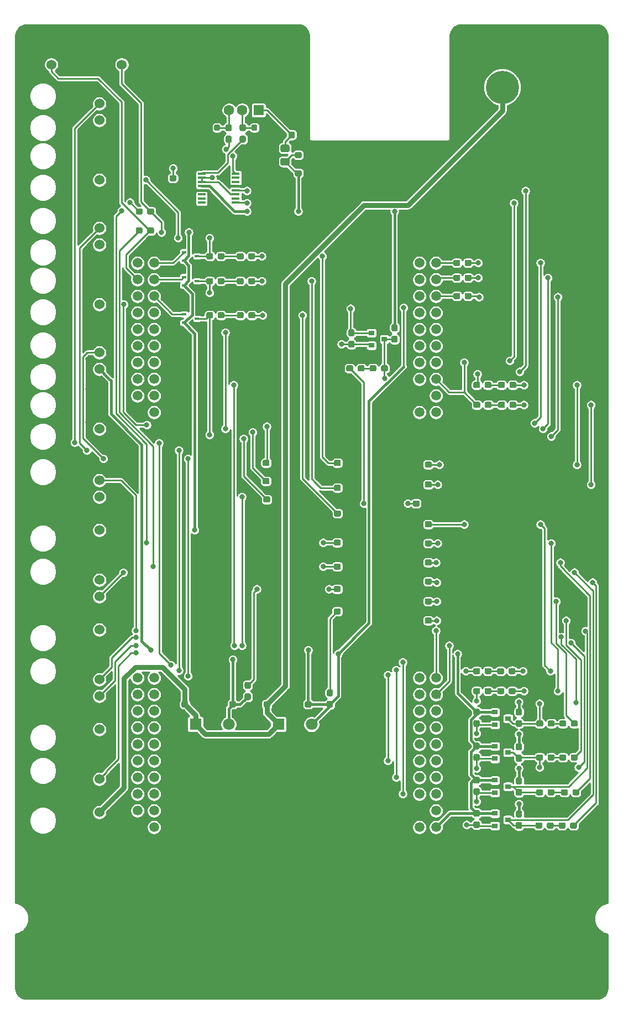
<source format=gbr>
%TF.GenerationSoftware,KiCad,Pcbnew,(5.1.6)-1*%
%TF.CreationDate,2021-12-02T00:23:03-06:00*%
%TF.ProjectId,SRA_Sensor_Board(connector_on_board),5352415f-5365-46e7-936f-725f426f6172,rev?*%
%TF.SameCoordinates,Original*%
%TF.FileFunction,Copper,L1,Top*%
%TF.FilePolarity,Positive*%
%FSLAX46Y46*%
G04 Gerber Fmt 4.6, Leading zero omitted, Abs format (unit mm)*
G04 Created by KiCad (PCBNEW (5.1.6)-1) date 2021-12-02 00:23:03*
%MOMM*%
%LPD*%
G01*
G04 APERTURE LIST*
%TA.AperFunction,ComponentPad*%
%ADD10C,1.520000*%
%TD*%
%TA.AperFunction,ComponentPad*%
%ADD11C,5.080000*%
%TD*%
%TA.AperFunction,ComponentPad*%
%ADD12C,1.524000*%
%TD*%
%TA.AperFunction,ComponentPad*%
%ADD13C,3.000000*%
%TD*%
%TA.AperFunction,ComponentPad*%
%ADD14R,1.600000X1.600000*%
%TD*%
%TA.AperFunction,ComponentPad*%
%ADD15C,1.600000*%
%TD*%
%TA.AperFunction,SMDPad,CuDef*%
%ADD16R,0.900000X0.800000*%
%TD*%
%TA.AperFunction,ComponentPad*%
%ADD17R,1.800000X1.800000*%
%TD*%
%TA.AperFunction,ComponentPad*%
%ADD18C,1.800000*%
%TD*%
%TA.AperFunction,SMDPad,CuDef*%
%ADD19R,1.200000X0.400000*%
%TD*%
%TA.AperFunction,SMDPad,CuDef*%
%ADD20R,0.700000X0.450000*%
%TD*%
%TA.AperFunction,ViaPad*%
%ADD21C,0.800000*%
%TD*%
%TA.AperFunction,Conductor*%
%ADD22C,0.762000*%
%TD*%
%TA.AperFunction,Conductor*%
%ADD23C,0.250000*%
%TD*%
%TA.AperFunction,Conductor*%
%ADD24C,0.381000*%
%TD*%
%TA.AperFunction,Conductor*%
%ADD25C,0.254000*%
%TD*%
G04 APERTURE END LIST*
D10*
%TO.P,U3,PE4*%
%TO.N,Net-(U3-PadPE4)*%
X88392000Y-136906000D03*
%TO.P,U3,PE1*%
%TO.N,Photodiode2*%
X85852000Y-131826000D03*
%TO.P,U3,PP5*%
%TO.N,Net-(U3-PadPP5)*%
X42672000Y-70866000D03*
%TO.P,U3,PC7*%
%TO.N,TIVA_CO2_TX*%
X88392000Y-121666000D03*
%TO.P,U3,PM4*%
%TO.N,Net-(U3-PadPM4)*%
X85852000Y-119126000D03*
%TO.P,U3,PD3*%
%TO.N,Net-(U3-PadPD3)*%
X88392000Y-124206000D03*
%TO.P,U3,PC6*%
%TO.N,TIVA_CO2_RX*%
X88392000Y-129286000D03*
%TO.P,U3,PC4*%
%TO.N,TIVA_O2_RX*%
X88392000Y-134366000D03*
%TO.P,U3,PM7*%
%TO.N,Net-(U3-PadPM7)*%
X42672000Y-73406000D03*
%TO.P,U3,+5V*%
%TO.N,+5V*%
X85852000Y-139446000D03*
%TO.P,U3,PC5*%
%TO.N,TIVA_O2_TX*%
X88392000Y-131826000D03*
%TO.P,U3,+3V3*%
%TO.N,+3V3*%
X88392000Y-139446000D03*
%TO.P,U3,PM5*%
%TO.N,Net-(U3-PadPM5)*%
X85852000Y-116586000D03*
%TO.P,U3,GND*%
%TO.N,GND*%
X42672000Y-75946000D03*
%TO.P,U3,PA6*%
%TO.N,Net-(U3-PadPA6)*%
X85852000Y-121666000D03*
%TO.P,U3,PD7*%
%TO.N,Net-(U3-PadPD7)*%
X85852000Y-124206000D03*
%TO.P,U3,PE0*%
%TO.N,Photodiode1*%
X85852000Y-134366000D03*
%TO.P,U3,PE5*%
%TO.N,Net-(U3-PadPE5)*%
X88392000Y-126746000D03*
%TO.P,U3,PE2*%
%TO.N,Photodiode3*%
X85852000Y-129286000D03*
%TO.P,U3,PK7*%
%TO.N,Laser1*%
X45212000Y-53086000D03*
%TO.P,U3,GND*%
%TO.N,GND*%
X85852000Y-136906000D03*
%TO.P,U3,PB3*%
%TO.N,NO2_SDA*%
X88392000Y-116586000D03*
%TO.P,U3,PB2*%
%TO.N,NO2_SCL*%
X88392000Y-119126000D03*
%TO.P,U3,PE3*%
%TO.N,Net-(U3-PadPE3)*%
X85852000Y-126746000D03*
%TO.P,U3,PB4*%
%TO.N,Net-(U3-PadPB4)*%
X85852000Y-70866000D03*
%TO.P,U3,PK0*%
%TO.N,TIVA_NH3_A*%
X85852000Y-65786000D03*
%TO.P,U3,PQ1*%
%TO.N,Lights*%
X42672000Y-55626000D03*
%TO.P,U3,PK5*%
%TO.N,Net-(U3-PadPK5)*%
X45212000Y-70866000D03*
%TO.P,U3,PN4*%
%TO.N,Net-(R5-Pad1)*%
X88392000Y-53086000D03*
%TO.P,U3,PD5*%
%TO.N,Net-(U3-PadPD5)*%
X88392000Y-63246000D03*
%TO.P,U3,PP0*%
%TO.N,CH4_TX*%
X88392000Y-70866000D03*
%TO.P,U3,GND*%
%TO.N,GND*%
X85852000Y-73406000D03*
%TO.P,U3,Rese'*%
%TO.N,Net-(U3-PadRese')*%
X42672000Y-65786000D03*
%TO.P,U3,PK2*%
%TO.N,Net-(U3-PadPK2)*%
X85852000Y-60706000D03*
%TO.P,U3,PA5*%
%TO.N,Net-(U3-PadPA5)*%
X85852000Y-53086000D03*
%TO.P,U3,PK3*%
%TO.N,Net-(U3-PadPK3)*%
X85852000Y-58166000D03*
%TO.P,U3,PK1*%
%TO.N,Net-(U3-PadPK1)*%
X85852000Y-63246000D03*
%TO.P,U3,PN5*%
%TO.N,Net-(R4-Pad2)*%
X88392000Y-55626000D03*
%TO.P,U3,PM6*%
%TO.N,UVLED*%
X42672000Y-53086000D03*
%TO.P,U3,PK6*%
%TO.N,Laser2*%
X45212000Y-55626000D03*
%TO.P,U3,PH1*%
%TO.N,Laser3*%
X45212000Y-58166000D03*
%TO.P,U3,PB5*%
%TO.N,Net-(U3-PadPB5)*%
X85852000Y-68326000D03*
%TO.P,U3,PQ0*%
%TO.N,Net-(U3-PadPQ0)*%
X88392000Y-60706000D03*
%TO.P,U3,PH0*%
%TO.N,Net-(U3-PadPH0)*%
X45212000Y-60706000D03*
%TO.P,U3,PD2*%
%TO.N,Net-(U3-PadPD2)*%
X88392000Y-73406000D03*
%TO.P,U3,PA7*%
%TO.N,Net-(U3-PadPA7)*%
X42672000Y-68326000D03*
%TO.P,U3,PQ3*%
%TO.N,Net-(U3-PadPQ3)*%
X42672000Y-60706000D03*
%TO.P,U3,PA4*%
%TO.N,Net-(U3-PadPA4)*%
X85852000Y-55626000D03*
%TO.P,U3,PP3*%
%TO.N,Net-(U3-PadPP3)*%
X42672000Y-58166000D03*
%TO.P,U3,PM2*%
%TO.N,Net-(U3-PadPM2)*%
X45212000Y-63246000D03*
%TO.P,U3,PM1*%
%TO.N,Net-(U3-PadPM1)*%
X45212000Y-65786000D03*
%TO.P,U3,PK4*%
%TO.N,Net-(U3-PadPK4)*%
X45212000Y-73406000D03*
%TO.P,U3,PP1*%
%TO.N,CH4_RX*%
X88392000Y-68326000D03*
%TO.P,U3,+5V`*%
%TO.N,N/C*%
X85852000Y-75946000D03*
%TO.P,U3,+3V3`*%
X88392000Y-75946000D03*
%TO.P,U3,PQ2*%
%TO.N,Net-(U3-PadPQ2)*%
X42672000Y-63246000D03*
%TO.P,U3,PM0*%
%TO.N,Net-(U3-PadPM0)*%
X45212000Y-68326000D03*
%TO.P,U3,PP4*%
%TO.N,Net-(R3-Pad2)*%
X88392000Y-58166000D03*
%TO.P,U3,PG1*%
%TO.N,Net-(U3-PadPG1)*%
X45212000Y-75946000D03*
%TO.P,U3,PD4*%
%TO.N,Net-(U3-PadPD4)*%
X88392000Y-65786000D03*
%TO.P,U3,PL0*%
%TO.N,Net-(U3-PadPL0)*%
X45212000Y-124206000D03*
%TO.P,U3,PF1*%
%TO.N,Net-(U3-PadPF1)*%
X45212000Y-139446000D03*
%TO.P,U3,PG0*%
%TO.N,Net-(U3-PadPG0)*%
X45212000Y-131826000D03*
%TO.P,U3,PF3*%
%TO.N,Net-(U3-PadPF3)*%
X45212000Y-134366000D03*
%TO.P,U3,PF2*%
%TO.N,Net-(U3-PadPF2)*%
X45212000Y-136906000D03*
%TO.P,U3,PL5*%
%TO.N,Net-(U3-PadPL5)*%
X45212000Y-126746000D03*
%TO.P,U3,PL4*%
%TO.N,Net-(U3-PadPL4)*%
X45212000Y-129286000D03*
%TO.P,U3,PH2*%
%TO.N,Net-(U3-PadPH2)*%
X42672000Y-134366000D03*
%TO.P,U3,PD0*%
%TO.N,Net-(U3-PadPD0)*%
X42672000Y-124206000D03*
%TO.P,U3,PN2*%
%TO.N,Net-(U3-PadPN2)*%
X42672000Y-121666000D03*
%TO.P,U3,PL2*%
%TO.N,Net-(U3-PadPL2)*%
X45212000Y-119126000D03*
%TO.P,U3,PD1*%
%TO.N,Net-(U3-PadPD1)*%
X42672000Y-126746000D03*
%TO.P,U3,PL3*%
%TO.N,Net-(U3-PadPL3)*%
X45212000Y-116586000D03*
%TO.P,U3,PN3*%
%TO.N,Net-(U3-PadPN3)*%
X42672000Y-119126000D03*
%TO.P,U3,PH3*%
%TO.N,Net-(U3-PadPH3)*%
X42672000Y-131826000D03*
%TO.P,U3,PP2*%
%TO.N,Net-(U3-PadPP2)*%
X42672000Y-116586000D03*
%TO.P,U3,GND*%
%TO.N,GND*%
X42672000Y-139446000D03*
%TO.P,U3,PL1*%
%TO.N,Net-(U3-PadPL1)*%
X45212000Y-121666000D03*
%TO.P,U3,PM3*%
%TO.N,Net-(U3-PadPM3)*%
X42672000Y-136906000D03*
%TO.P,U3,Rese*%
%TO.N,Net-(U3-PadRese)*%
X42672000Y-129286000D03*
%TD*%
D11*
%TO.P,Conn1,1*%
%TO.N,GND*%
X106426000Y-26187400D03*
%TO.P,Conn1,2*%
%TO.N,+12V*%
X98552000Y-26187400D03*
%TD*%
%TO.P,C9,2*%
%TO.N,GND*%
%TA.AperFunction,SMDPad,CuDef*%
G36*
G01*
X53726500Y-32128750D02*
X53726500Y-32641250D01*
G75*
G02*
X53507750Y-32860000I-218750J0D01*
G01*
X53070250Y-32860000D01*
G75*
G02*
X52851500Y-32641250I0J218750D01*
G01*
X52851500Y-32128750D01*
G75*
G02*
X53070250Y-31910000I218750J0D01*
G01*
X53507750Y-31910000D01*
G75*
G02*
X53726500Y-32128750I0J-218750D01*
G01*
G37*
%TD.AperFunction*%
%TO.P,C9,1*%
%TO.N,/Sheet615E4949/D1+*%
%TA.AperFunction,SMDPad,CuDef*%
G36*
G01*
X55301500Y-32128750D02*
X55301500Y-32641250D01*
G75*
G02*
X55082750Y-32860000I-218750J0D01*
G01*
X54645250Y-32860000D01*
G75*
G02*
X54426500Y-32641250I0J218750D01*
G01*
X54426500Y-32128750D01*
G75*
G02*
X54645250Y-31910000I218750J0D01*
G01*
X55082750Y-31910000D01*
G75*
G02*
X55301500Y-32128750I0J-218750D01*
G01*
G37*
%TD.AperFunction*%
%TD*%
%TO.P,C8,2*%
%TO.N,GND*%
%TA.AperFunction,SMDPad,CuDef*%
G36*
G01*
X61716500Y-32641250D02*
X61716500Y-32128750D01*
G75*
G02*
X61935250Y-31910000I218750J0D01*
G01*
X62372750Y-31910000D01*
G75*
G02*
X62591500Y-32128750I0J-218750D01*
G01*
X62591500Y-32641250D01*
G75*
G02*
X62372750Y-32860000I-218750J0D01*
G01*
X61935250Y-32860000D01*
G75*
G02*
X61716500Y-32641250I0J218750D01*
G01*
G37*
%TD.AperFunction*%
%TO.P,C8,1*%
%TO.N,/Sheet615E4949/D1-*%
%TA.AperFunction,SMDPad,CuDef*%
G36*
G01*
X60141500Y-32641250D02*
X60141500Y-32128750D01*
G75*
G02*
X60360250Y-31910000I218750J0D01*
G01*
X60797750Y-31910000D01*
G75*
G02*
X61016500Y-32128750I0J-218750D01*
G01*
X61016500Y-32641250D01*
G75*
G02*
X60797750Y-32860000I-218750J0D01*
G01*
X60360250Y-32860000D01*
G75*
G02*
X60141500Y-32641250I0J218750D01*
G01*
G37*
%TD.AperFunction*%
%TD*%
%TO.P,C1,1*%
%TO.N,+12V*%
%TA.AperFunction,SMDPad,CuDef*%
G36*
G01*
X49400000Y-120887500D02*
X49400000Y-120412500D01*
G75*
G02*
X49637500Y-120175000I237500J0D01*
G01*
X50212500Y-120175000D01*
G75*
G02*
X50450000Y-120412500I0J-237500D01*
G01*
X50450000Y-120887500D01*
G75*
G02*
X50212500Y-121125000I-237500J0D01*
G01*
X49637500Y-121125000D01*
G75*
G02*
X49400000Y-120887500I0J237500D01*
G01*
G37*
%TD.AperFunction*%
%TO.P,C1,2*%
%TO.N,GND*%
%TA.AperFunction,SMDPad,CuDef*%
G36*
G01*
X51150000Y-120887500D02*
X51150000Y-120412500D01*
G75*
G02*
X51387500Y-120175000I237500J0D01*
G01*
X51962500Y-120175000D01*
G75*
G02*
X52200000Y-120412500I0J-237500D01*
G01*
X52200000Y-120887500D01*
G75*
G02*
X51962500Y-121125000I-237500J0D01*
G01*
X51387500Y-121125000D01*
G75*
G02*
X51150000Y-120887500I0J237500D01*
G01*
G37*
%TD.AperFunction*%
%TD*%
%TO.P,C2,2*%
%TO.N,GND*%
%TA.AperFunction,SMDPad,CuDef*%
G36*
G01*
X63723000Y-120887500D02*
X63723000Y-120412500D01*
G75*
G02*
X63960500Y-120175000I237500J0D01*
G01*
X64535500Y-120175000D01*
G75*
G02*
X64773000Y-120412500I0J-237500D01*
G01*
X64773000Y-120887500D01*
G75*
G02*
X64535500Y-121125000I-237500J0D01*
G01*
X63960500Y-121125000D01*
G75*
G02*
X63723000Y-120887500I0J237500D01*
G01*
G37*
%TD.AperFunction*%
%TO.P,C2,1*%
%TO.N,+12V*%
%TA.AperFunction,SMDPad,CuDef*%
G36*
G01*
X61973000Y-120887500D02*
X61973000Y-120412500D01*
G75*
G02*
X62210500Y-120175000I237500J0D01*
G01*
X62785500Y-120175000D01*
G75*
G02*
X63023000Y-120412500I0J-237500D01*
G01*
X63023000Y-120887500D01*
G75*
G02*
X62785500Y-121125000I-237500J0D01*
G01*
X62210500Y-121125000D01*
G75*
G02*
X61973000Y-120887500I0J237500D01*
G01*
G37*
%TD.AperFunction*%
%TD*%
%TO.P,C3,2*%
%TO.N,GND*%
%TA.AperFunction,SMDPad,CuDef*%
G36*
G01*
X56038000Y-120412500D02*
X56038000Y-120887500D01*
G75*
G02*
X55800500Y-121125000I-237500J0D01*
G01*
X55225500Y-121125000D01*
G75*
G02*
X54988000Y-120887500I0J237500D01*
G01*
X54988000Y-120412500D01*
G75*
G02*
X55225500Y-120175000I237500J0D01*
G01*
X55800500Y-120175000D01*
G75*
G02*
X56038000Y-120412500I0J-237500D01*
G01*
G37*
%TD.AperFunction*%
%TO.P,C3,1*%
%TO.N,+5V*%
%TA.AperFunction,SMDPad,CuDef*%
G36*
G01*
X57788000Y-120412500D02*
X57788000Y-120887500D01*
G75*
G02*
X57550500Y-121125000I-237500J0D01*
G01*
X56975500Y-121125000D01*
G75*
G02*
X56738000Y-120887500I0J237500D01*
G01*
X56738000Y-120412500D01*
G75*
G02*
X56975500Y-120175000I237500J0D01*
G01*
X57550500Y-120175000D01*
G75*
G02*
X57788000Y-120412500I0J-237500D01*
G01*
G37*
%TD.AperFunction*%
%TD*%
%TO.P,C4,1*%
%TO.N,+3V3*%
%TA.AperFunction,SMDPad,CuDef*%
G36*
G01*
X69345000Y-120412500D02*
X69345000Y-120887500D01*
G75*
G02*
X69107500Y-121125000I-237500J0D01*
G01*
X68532500Y-121125000D01*
G75*
G02*
X68295000Y-120887500I0J237500D01*
G01*
X68295000Y-120412500D01*
G75*
G02*
X68532500Y-120175000I237500J0D01*
G01*
X69107500Y-120175000D01*
G75*
G02*
X69345000Y-120412500I0J-237500D01*
G01*
G37*
%TD.AperFunction*%
%TO.P,C4,2*%
%TO.N,GND*%
%TA.AperFunction,SMDPad,CuDef*%
G36*
G01*
X67595000Y-120412500D02*
X67595000Y-120887500D01*
G75*
G02*
X67357500Y-121125000I-237500J0D01*
G01*
X66782500Y-121125000D01*
G75*
G02*
X66545000Y-120887500I0J237500D01*
G01*
X66545000Y-120412500D01*
G75*
G02*
X66782500Y-120175000I237500J0D01*
G01*
X67357500Y-120175000D01*
G75*
G02*
X67595000Y-120412500I0J-237500D01*
G01*
G37*
%TD.AperFunction*%
%TD*%
%TO.P,C5,1*%
%TO.N,GND*%
%TA.AperFunction,SMDPad,CuDef*%
G36*
G01*
X66056500Y-31225000D02*
X66531500Y-31225000D01*
G75*
G02*
X66769000Y-31462500I0J-237500D01*
G01*
X66769000Y-32037500D01*
G75*
G02*
X66531500Y-32275000I-237500J0D01*
G01*
X66056500Y-32275000D01*
G75*
G02*
X65819000Y-32037500I0J237500D01*
G01*
X65819000Y-31462500D01*
G75*
G02*
X66056500Y-31225000I237500J0D01*
G01*
G37*
%TD.AperFunction*%
%TO.P,C5,2*%
%TO.N,Net-(C5-Pad2)*%
%TA.AperFunction,SMDPad,CuDef*%
G36*
G01*
X66056500Y-32975000D02*
X66531500Y-32975000D01*
G75*
G02*
X66769000Y-33212500I0J-237500D01*
G01*
X66769000Y-33787500D01*
G75*
G02*
X66531500Y-34025000I-237500J0D01*
G01*
X66056500Y-34025000D01*
G75*
G02*
X65819000Y-33787500I0J237500D01*
G01*
X65819000Y-33212500D01*
G75*
G02*
X66056500Y-32975000I237500J0D01*
G01*
G37*
%TD.AperFunction*%
%TD*%
%TO.P,C6,1*%
%TO.N,+5V*%
%TA.AperFunction,SMDPad,CuDef*%
G36*
G01*
X66785000Y-39607500D02*
X66785000Y-39132500D01*
G75*
G02*
X67022500Y-38895000I237500J0D01*
G01*
X67597500Y-38895000D01*
G75*
G02*
X67835000Y-39132500I0J-237500D01*
G01*
X67835000Y-39607500D01*
G75*
G02*
X67597500Y-39845000I-237500J0D01*
G01*
X67022500Y-39845000D01*
G75*
G02*
X66785000Y-39607500I0J237500D01*
G01*
G37*
%TD.AperFunction*%
%TO.P,C6,2*%
%TO.N,GND*%
%TA.AperFunction,SMDPad,CuDef*%
G36*
G01*
X68535000Y-39607500D02*
X68535000Y-39132500D01*
G75*
G02*
X68772500Y-38895000I237500J0D01*
G01*
X69347500Y-38895000D01*
G75*
G02*
X69585000Y-39132500I0J-237500D01*
G01*
X69585000Y-39607500D01*
G75*
G02*
X69347500Y-39845000I-237500J0D01*
G01*
X68772500Y-39845000D01*
G75*
G02*
X68535000Y-39607500I0J237500D01*
G01*
G37*
%TD.AperFunction*%
%TD*%
%TO.P,C7,2*%
%TO.N,GND*%
%TA.AperFunction,SMDPad,CuDef*%
G36*
G01*
X68535000Y-36813500D02*
X68535000Y-36338500D01*
G75*
G02*
X68772500Y-36101000I237500J0D01*
G01*
X69347500Y-36101000D01*
G75*
G02*
X69585000Y-36338500I0J-237500D01*
G01*
X69585000Y-36813500D01*
G75*
G02*
X69347500Y-37051000I-237500J0D01*
G01*
X68772500Y-37051000D01*
G75*
G02*
X68535000Y-36813500I0J237500D01*
G01*
G37*
%TD.AperFunction*%
%TO.P,C7,1*%
%TO.N,+5V*%
%TA.AperFunction,SMDPad,CuDef*%
G36*
G01*
X66785000Y-36813500D02*
X66785000Y-36338500D01*
G75*
G02*
X67022500Y-36101000I237500J0D01*
G01*
X67597500Y-36101000D01*
G75*
G02*
X67835000Y-36338500I0J-237500D01*
G01*
X67835000Y-36813500D01*
G75*
G02*
X67597500Y-37051000I-237500J0D01*
G01*
X67022500Y-37051000D01*
G75*
G02*
X66785000Y-36813500I0J237500D01*
G01*
G37*
%TD.AperFunction*%
%TD*%
%TO.P,C10,2*%
%TO.N,GND*%
%TA.AperFunction,SMDPad,CuDef*%
G36*
G01*
X46894000Y-39894500D02*
X46894000Y-40369500D01*
G75*
G02*
X46656500Y-40607000I-237500J0D01*
G01*
X46081500Y-40607000D01*
G75*
G02*
X45844000Y-40369500I0J237500D01*
G01*
X45844000Y-39894500D01*
G75*
G02*
X46081500Y-39657000I237500J0D01*
G01*
X46656500Y-39657000D01*
G75*
G02*
X46894000Y-39894500I0J-237500D01*
G01*
G37*
%TD.AperFunction*%
%TO.P,C10,1*%
%TO.N,Net-(C10-Pad1)*%
%TA.AperFunction,SMDPad,CuDef*%
G36*
G01*
X48644000Y-39894500D02*
X48644000Y-40369500D01*
G75*
G02*
X48406500Y-40607000I-237500J0D01*
G01*
X47831500Y-40607000D01*
G75*
G02*
X47594000Y-40369500I0J237500D01*
G01*
X47594000Y-39894500D01*
G75*
G02*
X47831500Y-39657000I237500J0D01*
G01*
X48406500Y-39657000D01*
G75*
G02*
X48644000Y-39894500I0J-237500D01*
G01*
G37*
%TD.AperFunction*%
%TD*%
D12*
%TO.P,Conn3,1*%
%TO.N,+5V*%
X36830000Y-93980000D03*
%TO.P,Conn3,2*%
%TO.N,GND*%
X36830000Y-91440000D03*
%TO.P,Conn3,3*%
%TO.N,NO2_SCL*%
X36830000Y-88900000D03*
%TO.P,Conn3,4*%
%TO.N,NO2_SDA*%
X36830000Y-86360000D03*
%TD*%
%TO.P,Conn4,1*%
%TO.N,+5V*%
X36830000Y-124460000D03*
%TO.P,Conn4,2*%
%TO.N,GND*%
X36830000Y-121920000D03*
%TO.P,Conn4,3*%
%TO.N,CO2_TX*%
X36830000Y-119380000D03*
%TO.P,Conn4,4*%
%TO.N,CO2_RX*%
X36830000Y-116840000D03*
%TD*%
%TO.P,Conn5,4*%
%TO.N,O2_RX*%
X36830000Y-101600000D03*
%TO.P,Conn5,3*%
%TO.N,O2_TX*%
X36830000Y-104140000D03*
%TO.P,Conn5,2*%
%TO.N,GND*%
X36830000Y-106680000D03*
%TO.P,Conn5,1*%
%TO.N,+5V*%
X36830000Y-109220000D03*
%TD*%
%TO.P,D1,2*%
%TO.N,Net-(D1-Pad2)*%
%TA.AperFunction,SMDPad,CuDef*%
G36*
G01*
X73804000Y-102759500D02*
X73804000Y-103234500D01*
G75*
G02*
X73566500Y-103472000I-237500J0D01*
G01*
X72991500Y-103472000D01*
G75*
G02*
X72754000Y-103234500I0J237500D01*
G01*
X72754000Y-102759500D01*
G75*
G02*
X72991500Y-102522000I237500J0D01*
G01*
X73566500Y-102522000D01*
G75*
G02*
X73804000Y-102759500I0J-237500D01*
G01*
G37*
%TD.AperFunction*%
%TO.P,D1,1*%
%TO.N,GND*%
%TA.AperFunction,SMDPad,CuDef*%
G36*
G01*
X75554000Y-102759500D02*
X75554000Y-103234500D01*
G75*
G02*
X75316500Y-103472000I-237500J0D01*
G01*
X74741500Y-103472000D01*
G75*
G02*
X74504000Y-103234500I0J237500D01*
G01*
X74504000Y-102759500D01*
G75*
G02*
X74741500Y-102522000I237500J0D01*
G01*
X75316500Y-102522000D01*
G75*
G02*
X75554000Y-102759500I0J-237500D01*
G01*
G37*
%TD.AperFunction*%
%TD*%
%TO.P,D2,1*%
%TO.N,GND*%
%TA.AperFunction,SMDPad,CuDef*%
G36*
G01*
X75554000Y-106188500D02*
X75554000Y-106663500D01*
G75*
G02*
X75316500Y-106901000I-237500J0D01*
G01*
X74741500Y-106901000D01*
G75*
G02*
X74504000Y-106663500I0J237500D01*
G01*
X74504000Y-106188500D01*
G75*
G02*
X74741500Y-105951000I237500J0D01*
G01*
X75316500Y-105951000D01*
G75*
G02*
X75554000Y-106188500I0J-237500D01*
G01*
G37*
%TD.AperFunction*%
%TO.P,D2,2*%
%TO.N,Net-(D2-Pad2)*%
%TA.AperFunction,SMDPad,CuDef*%
G36*
G01*
X73804000Y-106188500D02*
X73804000Y-106663500D01*
G75*
G02*
X73566500Y-106901000I-237500J0D01*
G01*
X72991500Y-106901000D01*
G75*
G02*
X72754000Y-106663500I0J237500D01*
G01*
X72754000Y-106188500D01*
G75*
G02*
X72991500Y-105951000I237500J0D01*
G01*
X73566500Y-105951000D01*
G75*
G02*
X73804000Y-106188500I0J-237500D01*
G01*
G37*
%TD.AperFunction*%
%TD*%
%TO.P,D3,1*%
%TO.N,GND*%
%TA.AperFunction,SMDPad,CuDef*%
G36*
G01*
X64759000Y-89043500D02*
X64759000Y-89518500D01*
G75*
G02*
X64521500Y-89756000I-237500J0D01*
G01*
X63946500Y-89756000D01*
G75*
G02*
X63709000Y-89518500I0J237500D01*
G01*
X63709000Y-89043500D01*
G75*
G02*
X63946500Y-88806000I237500J0D01*
G01*
X64521500Y-88806000D01*
G75*
G02*
X64759000Y-89043500I0J-237500D01*
G01*
G37*
%TD.AperFunction*%
%TO.P,D3,2*%
%TO.N,Net-(D3-Pad2)*%
%TA.AperFunction,SMDPad,CuDef*%
G36*
G01*
X63009000Y-89043500D02*
X63009000Y-89518500D01*
G75*
G02*
X62771500Y-89756000I-237500J0D01*
G01*
X62196500Y-89756000D01*
G75*
G02*
X61959000Y-89518500I0J237500D01*
G01*
X61959000Y-89043500D01*
G75*
G02*
X62196500Y-88806000I237500J0D01*
G01*
X62771500Y-88806000D01*
G75*
G02*
X63009000Y-89043500I0J-237500D01*
G01*
G37*
%TD.AperFunction*%
%TD*%
%TO.P,D4,1*%
%TO.N,GND*%
%TA.AperFunction,SMDPad,CuDef*%
G36*
G01*
X64646000Y-86249500D02*
X64646000Y-86724500D01*
G75*
G02*
X64408500Y-86962000I-237500J0D01*
G01*
X63833500Y-86962000D01*
G75*
G02*
X63596000Y-86724500I0J237500D01*
G01*
X63596000Y-86249500D01*
G75*
G02*
X63833500Y-86012000I237500J0D01*
G01*
X64408500Y-86012000D01*
G75*
G02*
X64646000Y-86249500I0J-237500D01*
G01*
G37*
%TD.AperFunction*%
%TO.P,D4,2*%
%TO.N,Net-(D4-Pad2)*%
%TA.AperFunction,SMDPad,CuDef*%
G36*
G01*
X62896000Y-86249500D02*
X62896000Y-86724500D01*
G75*
G02*
X62658500Y-86962000I-237500J0D01*
G01*
X62083500Y-86962000D01*
G75*
G02*
X61846000Y-86724500I0J237500D01*
G01*
X61846000Y-86249500D01*
G75*
G02*
X62083500Y-86012000I237500J0D01*
G01*
X62658500Y-86012000D01*
G75*
G02*
X62896000Y-86249500I0J-237500D01*
G01*
G37*
%TD.AperFunction*%
%TD*%
%TO.P,D5,2*%
%TO.N,Net-(D5-Pad2)*%
%TA.AperFunction,SMDPad,CuDef*%
G36*
G01*
X62896000Y-83455500D02*
X62896000Y-83930500D01*
G75*
G02*
X62658500Y-84168000I-237500J0D01*
G01*
X62083500Y-84168000D01*
G75*
G02*
X61846000Y-83930500I0J237500D01*
G01*
X61846000Y-83455500D01*
G75*
G02*
X62083500Y-83218000I237500J0D01*
G01*
X62658500Y-83218000D01*
G75*
G02*
X62896000Y-83455500I0J-237500D01*
G01*
G37*
%TD.AperFunction*%
%TO.P,D5,1*%
%TO.N,GND*%
%TA.AperFunction,SMDPad,CuDef*%
G36*
G01*
X64646000Y-83455500D02*
X64646000Y-83930500D01*
G75*
G02*
X64408500Y-84168000I-237500J0D01*
G01*
X63833500Y-84168000D01*
G75*
G02*
X63596000Y-83930500I0J237500D01*
G01*
X63596000Y-83455500D01*
G75*
G02*
X63833500Y-83218000I237500J0D01*
G01*
X64408500Y-83218000D01*
G75*
G02*
X64646000Y-83455500I0J-237500D01*
G01*
G37*
%TD.AperFunction*%
%TD*%
%TO.P,D6,2*%
%TO.N,Net-(D6-Pad2)*%
%TA.AperFunction,SMDPad,CuDef*%
G36*
G01*
X85883000Y-89678500D02*
X85883000Y-90153500D01*
G75*
G02*
X85645500Y-90391000I-237500J0D01*
G01*
X85070500Y-90391000D01*
G75*
G02*
X84833000Y-90153500I0J237500D01*
G01*
X84833000Y-89678500D01*
G75*
G02*
X85070500Y-89441000I237500J0D01*
G01*
X85645500Y-89441000D01*
G75*
G02*
X85883000Y-89678500I0J-237500D01*
G01*
G37*
%TD.AperFunction*%
%TO.P,D6,1*%
%TO.N,GND*%
%TA.AperFunction,SMDPad,CuDef*%
G36*
G01*
X87633000Y-89678500D02*
X87633000Y-90153500D01*
G75*
G02*
X87395500Y-90391000I-237500J0D01*
G01*
X86820500Y-90391000D01*
G75*
G02*
X86583000Y-90153500I0J237500D01*
G01*
X86583000Y-89678500D01*
G75*
G02*
X86820500Y-89441000I237500J0D01*
G01*
X87395500Y-89441000D01*
G75*
G02*
X87633000Y-89678500I0J-237500D01*
G01*
G37*
%TD.AperFunction*%
%TD*%
%TO.P,D10,1*%
%TO.N,GND*%
%TA.AperFunction,SMDPad,CuDef*%
G36*
G01*
X84946000Y-108060500D02*
X84946000Y-107585500D01*
G75*
G02*
X85183500Y-107348000I237500J0D01*
G01*
X85758500Y-107348000D01*
G75*
G02*
X85996000Y-107585500I0J-237500D01*
G01*
X85996000Y-108060500D01*
G75*
G02*
X85758500Y-108298000I-237500J0D01*
G01*
X85183500Y-108298000D01*
G75*
G02*
X84946000Y-108060500I0J237500D01*
G01*
G37*
%TD.AperFunction*%
%TO.P,D10,2*%
%TO.N,Net-(D10-Pad2)*%
%TA.AperFunction,SMDPad,CuDef*%
G36*
G01*
X86696000Y-108060500D02*
X86696000Y-107585500D01*
G75*
G02*
X86933500Y-107348000I237500J0D01*
G01*
X87508500Y-107348000D01*
G75*
G02*
X87746000Y-107585500I0J-237500D01*
G01*
X87746000Y-108060500D01*
G75*
G02*
X87508500Y-108298000I-237500J0D01*
G01*
X86933500Y-108298000D01*
G75*
G02*
X86696000Y-108060500I0J237500D01*
G01*
G37*
%TD.AperFunction*%
%TD*%
%TO.P,D11,2*%
%TO.N,Net-(D11-Pad2)*%
%TA.AperFunction,SMDPad,CuDef*%
G36*
G01*
X86696000Y-105139500D02*
X86696000Y-104664500D01*
G75*
G02*
X86933500Y-104427000I237500J0D01*
G01*
X87508500Y-104427000D01*
G75*
G02*
X87746000Y-104664500I0J-237500D01*
G01*
X87746000Y-105139500D01*
G75*
G02*
X87508500Y-105377000I-237500J0D01*
G01*
X86933500Y-105377000D01*
G75*
G02*
X86696000Y-105139500I0J237500D01*
G01*
G37*
%TD.AperFunction*%
%TO.P,D11,1*%
%TO.N,GND*%
%TA.AperFunction,SMDPad,CuDef*%
G36*
G01*
X84946000Y-105139500D02*
X84946000Y-104664500D01*
G75*
G02*
X85183500Y-104427000I237500J0D01*
G01*
X85758500Y-104427000D01*
G75*
G02*
X85996000Y-104664500I0J-237500D01*
G01*
X85996000Y-105139500D01*
G75*
G02*
X85758500Y-105377000I-237500J0D01*
G01*
X85183500Y-105377000D01*
G75*
G02*
X84946000Y-105139500I0J237500D01*
G01*
G37*
%TD.AperFunction*%
%TD*%
%TO.P,D12,1*%
%TO.N,GND*%
%TA.AperFunction,SMDPad,CuDef*%
G36*
G01*
X84946000Y-102091500D02*
X84946000Y-101616500D01*
G75*
G02*
X85183500Y-101379000I237500J0D01*
G01*
X85758500Y-101379000D01*
G75*
G02*
X85996000Y-101616500I0J-237500D01*
G01*
X85996000Y-102091500D01*
G75*
G02*
X85758500Y-102329000I-237500J0D01*
G01*
X85183500Y-102329000D01*
G75*
G02*
X84946000Y-102091500I0J237500D01*
G01*
G37*
%TD.AperFunction*%
%TO.P,D12,2*%
%TO.N,Net-(D12-Pad2)*%
%TA.AperFunction,SMDPad,CuDef*%
G36*
G01*
X86696000Y-102091500D02*
X86696000Y-101616500D01*
G75*
G02*
X86933500Y-101379000I237500J0D01*
G01*
X87508500Y-101379000D01*
G75*
G02*
X87746000Y-101616500I0J-237500D01*
G01*
X87746000Y-102091500D01*
G75*
G02*
X87508500Y-102329000I-237500J0D01*
G01*
X86933500Y-102329000D01*
G75*
G02*
X86696000Y-102091500I0J237500D01*
G01*
G37*
%TD.AperFunction*%
%TD*%
%TO.P,D13,2*%
%TO.N,Net-(D13-Pad2)*%
%TA.AperFunction,SMDPad,CuDef*%
G36*
G01*
X86696000Y-99170500D02*
X86696000Y-98695500D01*
G75*
G02*
X86933500Y-98458000I237500J0D01*
G01*
X87508500Y-98458000D01*
G75*
G02*
X87746000Y-98695500I0J-237500D01*
G01*
X87746000Y-99170500D01*
G75*
G02*
X87508500Y-99408000I-237500J0D01*
G01*
X86933500Y-99408000D01*
G75*
G02*
X86696000Y-99170500I0J237500D01*
G01*
G37*
%TD.AperFunction*%
%TO.P,D13,1*%
%TO.N,GND*%
%TA.AperFunction,SMDPad,CuDef*%
G36*
G01*
X84946000Y-99170500D02*
X84946000Y-98695500D01*
G75*
G02*
X85183500Y-98458000I237500J0D01*
G01*
X85758500Y-98458000D01*
G75*
G02*
X85996000Y-98695500I0J-237500D01*
G01*
X85996000Y-99170500D01*
G75*
G02*
X85758500Y-99408000I-237500J0D01*
G01*
X85183500Y-99408000D01*
G75*
G02*
X84946000Y-99170500I0J237500D01*
G01*
G37*
%TD.AperFunction*%
%TD*%
%TO.P,D14,2*%
%TO.N,Net-(D14-Pad2)*%
%TA.AperFunction,SMDPad,CuDef*%
G36*
G01*
X86710000Y-84184500D02*
X86710000Y-83709500D01*
G75*
G02*
X86947500Y-83472000I237500J0D01*
G01*
X87522500Y-83472000D01*
G75*
G02*
X87760000Y-83709500I0J-237500D01*
G01*
X87760000Y-84184500D01*
G75*
G02*
X87522500Y-84422000I-237500J0D01*
G01*
X86947500Y-84422000D01*
G75*
G02*
X86710000Y-84184500I0J237500D01*
G01*
G37*
%TD.AperFunction*%
%TO.P,D14,1*%
%TO.N,GND*%
%TA.AperFunction,SMDPad,CuDef*%
G36*
G01*
X84960000Y-84184500D02*
X84960000Y-83709500D01*
G75*
G02*
X85197500Y-83472000I237500J0D01*
G01*
X85772500Y-83472000D01*
G75*
G02*
X86010000Y-83709500I0J-237500D01*
G01*
X86010000Y-84184500D01*
G75*
G02*
X85772500Y-84422000I-237500J0D01*
G01*
X85197500Y-84422000D01*
G75*
G02*
X84960000Y-84184500I0J237500D01*
G01*
G37*
%TD.AperFunction*%
%TD*%
%TO.P,D15,1*%
%TO.N,GND*%
%TA.AperFunction,SMDPad,CuDef*%
G36*
G01*
X84946000Y-87232500D02*
X84946000Y-86757500D01*
G75*
G02*
X85183500Y-86520000I237500J0D01*
G01*
X85758500Y-86520000D01*
G75*
G02*
X85996000Y-86757500I0J-237500D01*
G01*
X85996000Y-87232500D01*
G75*
G02*
X85758500Y-87470000I-237500J0D01*
G01*
X85183500Y-87470000D01*
G75*
G02*
X84946000Y-87232500I0J237500D01*
G01*
G37*
%TD.AperFunction*%
%TO.P,D15,2*%
%TO.N,Net-(D15-Pad2)*%
%TA.AperFunction,SMDPad,CuDef*%
G36*
G01*
X86696000Y-87232500D02*
X86696000Y-86757500D01*
G75*
G02*
X86933500Y-86520000I237500J0D01*
G01*
X87508500Y-86520000D01*
G75*
G02*
X87746000Y-86757500I0J-237500D01*
G01*
X87746000Y-87232500D01*
G75*
G02*
X87508500Y-87470000I-237500J0D01*
G01*
X86933500Y-87470000D01*
G75*
G02*
X86696000Y-87232500I0J237500D01*
G01*
G37*
%TD.AperFunction*%
%TD*%
%TO.P,FB1,1*%
%TO.N,+5V*%
%TA.AperFunction,SMDPad,CuDef*%
G36*
G01*
X65728001Y-38176000D02*
X64827999Y-38176000D01*
G75*
G02*
X64578000Y-37926001I0J249999D01*
G01*
X64578000Y-37275999D01*
G75*
G02*
X64827999Y-37026000I249999J0D01*
G01*
X65728001Y-37026000D01*
G75*
G02*
X65978000Y-37275999I0J-249999D01*
G01*
X65978000Y-37926001D01*
G75*
G02*
X65728001Y-38176000I-249999J0D01*
G01*
G37*
%TD.AperFunction*%
%TO.P,FB1,2*%
%TO.N,Net-(C5-Pad2)*%
%TA.AperFunction,SMDPad,CuDef*%
G36*
G01*
X65728001Y-36126000D02*
X64827999Y-36126000D01*
G75*
G02*
X64578000Y-35876001I0J249999D01*
G01*
X64578000Y-35225999D01*
G75*
G02*
X64827999Y-34976000I249999J0D01*
G01*
X65728001Y-34976000D01*
G75*
G02*
X65978000Y-35225999I0J-249999D01*
G01*
X65978000Y-35876001D01*
G75*
G02*
X65728001Y-36126000I-249999J0D01*
G01*
G37*
%TD.AperFunction*%
%TD*%
D13*
%TO.P,J1,5*%
%TO.N,GND*%
X51144000Y-27008000D03*
X64284000Y-27008000D03*
D14*
%TO.P,J1,1*%
%TO.N,Net-(C5-Pad2)*%
X61214000Y-29718000D03*
D15*
%TO.P,J1,2*%
%TO.N,/Sheet615E4949/D1-*%
X58714000Y-29718000D03*
%TO.P,J1,3*%
%TO.N,/Sheet615E4949/D1+*%
X56714000Y-29718000D03*
%TO.P,J1,4*%
%TO.N,GND*%
X54214000Y-29718000D03*
%TD*%
D16*
%TO.P,Q2,1*%
%TO.N,+3V3*%
X97425000Y-132273000D03*
%TO.P,Q2,2*%
%TO.N,TIVA_O2_TX*%
X97425000Y-134173000D03*
%TO.P,Q2,3*%
%TO.N,O2_RX*%
X99425000Y-133223000D03*
%TD*%
%TO.P,Q3,3*%
%TO.N,CO2_RX*%
X99425000Y-122809000D03*
%TO.P,Q3,2*%
%TO.N,TIVA_CO2_TX*%
X97425000Y-123759000D03*
%TO.P,Q3,1*%
%TO.N,+3V3*%
X97425000Y-121859000D03*
%TD*%
%TO.P,Q4,3*%
%TO.N,O2_TX*%
X99425000Y-138303000D03*
%TO.P,Q4,2*%
%TO.N,TIVA_O2_RX*%
X97425000Y-139253000D03*
%TO.P,Q4,1*%
%TO.N,+3V3*%
X97425000Y-137353000D03*
%TD*%
%TO.P,Q5,3*%
%TO.N,NH3_A*%
X80502000Y-64770000D03*
%TO.P,Q5,2*%
%TO.N,TIVA_NH3_A*%
X78502000Y-65720000D03*
%TO.P,Q5,1*%
%TO.N,+3V3*%
X78502000Y-63820000D03*
%TD*%
%TO.P,Q6,1*%
%TO.N,+3V3*%
X97425000Y-127066000D03*
%TO.P,Q6,2*%
%TO.N,TIVA_CO2_RX*%
X97425000Y-128966000D03*
%TO.P,Q6,3*%
%TO.N,CO2_TX*%
X99425000Y-128016000D03*
%TD*%
%TO.P,R2,2*%
%TO.N,+3V3*%
%TA.AperFunction,SMDPad,CuDef*%
G36*
G01*
X71898500Y-120111000D02*
X72373500Y-120111000D01*
G75*
G02*
X72611000Y-120348500I0J-237500D01*
G01*
X72611000Y-120923500D01*
G75*
G02*
X72373500Y-121161000I-237500J0D01*
G01*
X71898500Y-121161000D01*
G75*
G02*
X71661000Y-120923500I0J237500D01*
G01*
X71661000Y-120348500D01*
G75*
G02*
X71898500Y-120111000I237500J0D01*
G01*
G37*
%TD.AperFunction*%
%TO.P,R2,1*%
%TO.N,Net-(D2-Pad2)*%
%TA.AperFunction,SMDPad,CuDef*%
G36*
G01*
X71898500Y-118361000D02*
X72373500Y-118361000D01*
G75*
G02*
X72611000Y-118598500I0J-237500D01*
G01*
X72611000Y-119173500D01*
G75*
G02*
X72373500Y-119411000I-237500J0D01*
G01*
X71898500Y-119411000D01*
G75*
G02*
X71661000Y-119173500I0J237500D01*
G01*
X71661000Y-118598500D01*
G75*
G02*
X71898500Y-118361000I237500J0D01*
G01*
G37*
%TD.AperFunction*%
%TD*%
%TO.P,R3,1*%
%TO.N,Net-(D3-Pad2)*%
%TA.AperFunction,SMDPad,CuDef*%
G36*
G01*
X93856000Y-57928500D02*
X93856000Y-58403500D01*
G75*
G02*
X93618500Y-58641000I-237500J0D01*
G01*
X93043500Y-58641000D01*
G75*
G02*
X92806000Y-58403500I0J237500D01*
G01*
X92806000Y-57928500D01*
G75*
G02*
X93043500Y-57691000I237500J0D01*
G01*
X93618500Y-57691000D01*
G75*
G02*
X93856000Y-57928500I0J-237500D01*
G01*
G37*
%TD.AperFunction*%
%TO.P,R3,2*%
%TO.N,Net-(R3-Pad2)*%
%TA.AperFunction,SMDPad,CuDef*%
G36*
G01*
X92106000Y-57928500D02*
X92106000Y-58403500D01*
G75*
G02*
X91868500Y-58641000I-237500J0D01*
G01*
X91293500Y-58641000D01*
G75*
G02*
X91056000Y-58403500I0J237500D01*
G01*
X91056000Y-57928500D01*
G75*
G02*
X91293500Y-57691000I237500J0D01*
G01*
X91868500Y-57691000D01*
G75*
G02*
X92106000Y-57928500I0J-237500D01*
G01*
G37*
%TD.AperFunction*%
%TD*%
%TO.P,R4,2*%
%TO.N,Net-(R4-Pad2)*%
%TA.AperFunction,SMDPad,CuDef*%
G36*
G01*
X92106000Y-55134500D02*
X92106000Y-55609500D01*
G75*
G02*
X91868500Y-55847000I-237500J0D01*
G01*
X91293500Y-55847000D01*
G75*
G02*
X91056000Y-55609500I0J237500D01*
G01*
X91056000Y-55134500D01*
G75*
G02*
X91293500Y-54897000I237500J0D01*
G01*
X91868500Y-54897000D01*
G75*
G02*
X92106000Y-55134500I0J-237500D01*
G01*
G37*
%TD.AperFunction*%
%TO.P,R4,1*%
%TO.N,Net-(D4-Pad2)*%
%TA.AperFunction,SMDPad,CuDef*%
G36*
G01*
X93856000Y-55134500D02*
X93856000Y-55609500D01*
G75*
G02*
X93618500Y-55847000I-237500J0D01*
G01*
X93043500Y-55847000D01*
G75*
G02*
X92806000Y-55609500I0J237500D01*
G01*
X92806000Y-55134500D01*
G75*
G02*
X93043500Y-54897000I237500J0D01*
G01*
X93618500Y-54897000D01*
G75*
G02*
X93856000Y-55134500I0J-237500D01*
G01*
G37*
%TD.AperFunction*%
%TD*%
%TO.P,R5,1*%
%TO.N,Net-(R5-Pad1)*%
%TA.AperFunction,SMDPad,CuDef*%
G36*
G01*
X91056000Y-53323500D02*
X91056000Y-52848500D01*
G75*
G02*
X91293500Y-52611000I237500J0D01*
G01*
X91868500Y-52611000D01*
G75*
G02*
X92106000Y-52848500I0J-237500D01*
G01*
X92106000Y-53323500D01*
G75*
G02*
X91868500Y-53561000I-237500J0D01*
G01*
X91293500Y-53561000D01*
G75*
G02*
X91056000Y-53323500I0J237500D01*
G01*
G37*
%TD.AperFunction*%
%TO.P,R5,2*%
%TO.N,Net-(D5-Pad2)*%
%TA.AperFunction,SMDPad,CuDef*%
G36*
G01*
X92806000Y-53323500D02*
X92806000Y-52848500D01*
G75*
G02*
X93043500Y-52611000I237500J0D01*
G01*
X93618500Y-52611000D01*
G75*
G02*
X93856000Y-52848500I0J-237500D01*
G01*
X93856000Y-53323500D01*
G75*
G02*
X93618500Y-53561000I-237500J0D01*
G01*
X93043500Y-53561000D01*
G75*
G02*
X92806000Y-53323500I0J237500D01*
G01*
G37*
%TD.AperFunction*%
%TD*%
%TO.P,R6,1*%
%TO.N,NH3_A*%
%TA.AperFunction,SMDPad,CuDef*%
G36*
G01*
X81029000Y-68977500D02*
X81029000Y-69452500D01*
G75*
G02*
X80791500Y-69690000I-237500J0D01*
G01*
X80216500Y-69690000D01*
G75*
G02*
X79979000Y-69452500I0J237500D01*
G01*
X79979000Y-68977500D01*
G75*
G02*
X80216500Y-68740000I237500J0D01*
G01*
X80791500Y-68740000D01*
G75*
G02*
X81029000Y-68977500I0J-237500D01*
G01*
G37*
%TD.AperFunction*%
%TO.P,R6,2*%
%TO.N,Net-(R30-Pad1)*%
%TA.AperFunction,SMDPad,CuDef*%
G36*
G01*
X79279000Y-68977500D02*
X79279000Y-69452500D01*
G75*
G02*
X79041500Y-69690000I-237500J0D01*
G01*
X78466500Y-69690000D01*
G75*
G02*
X78229000Y-69452500I0J237500D01*
G01*
X78229000Y-68977500D01*
G75*
G02*
X78466500Y-68740000I237500J0D01*
G01*
X79041500Y-68740000D01*
G75*
G02*
X79279000Y-68977500I0J-237500D01*
G01*
G37*
%TD.AperFunction*%
%TD*%
%TO.P,R10,2*%
%TO.N,Net-(R10-Pad2)*%
%TA.AperFunction,SMDPad,CuDef*%
G36*
G01*
X105492000Y-129015500D02*
X105492000Y-128540500D01*
G75*
G02*
X105729500Y-128303000I237500J0D01*
G01*
X106304500Y-128303000D01*
G75*
G02*
X106542000Y-128540500I0J-237500D01*
G01*
X106542000Y-129015500D01*
G75*
G02*
X106304500Y-129253000I-237500J0D01*
G01*
X105729500Y-129253000D01*
G75*
G02*
X105492000Y-129015500I0J237500D01*
G01*
G37*
%TD.AperFunction*%
%TO.P,R10,1*%
%TO.N,CO2_TX*%
%TA.AperFunction,SMDPad,CuDef*%
G36*
G01*
X103742000Y-129015500D02*
X103742000Y-128540500D01*
G75*
G02*
X103979500Y-128303000I237500J0D01*
G01*
X104554500Y-128303000D01*
G75*
G02*
X104792000Y-128540500I0J-237500D01*
G01*
X104792000Y-129015500D01*
G75*
G02*
X104554500Y-129253000I-237500J0D01*
G01*
X103979500Y-129253000D01*
G75*
G02*
X103742000Y-129015500I0J237500D01*
G01*
G37*
%TD.AperFunction*%
%TD*%
%TO.P,R11,1*%
%TO.N,CO2_RX*%
%TA.AperFunction,SMDPad,CuDef*%
G36*
G01*
X103770000Y-123808500D02*
X103770000Y-123333500D01*
G75*
G02*
X104007500Y-123096000I237500J0D01*
G01*
X104582500Y-123096000D01*
G75*
G02*
X104820000Y-123333500I0J-237500D01*
G01*
X104820000Y-123808500D01*
G75*
G02*
X104582500Y-124046000I-237500J0D01*
G01*
X104007500Y-124046000D01*
G75*
G02*
X103770000Y-123808500I0J237500D01*
G01*
G37*
%TD.AperFunction*%
%TO.P,R11,2*%
%TO.N,Net-(R11-Pad2)*%
%TA.AperFunction,SMDPad,CuDef*%
G36*
G01*
X105520000Y-123808500D02*
X105520000Y-123333500D01*
G75*
G02*
X105757500Y-123096000I237500J0D01*
G01*
X106332500Y-123096000D01*
G75*
G02*
X106570000Y-123333500I0J-237500D01*
G01*
X106570000Y-123808500D01*
G75*
G02*
X106332500Y-124046000I-237500J0D01*
G01*
X105757500Y-124046000D01*
G75*
G02*
X105520000Y-123808500I0J237500D01*
G01*
G37*
%TD.AperFunction*%
%TD*%
%TO.P,R12,1*%
%TO.N,O2_TX*%
%TA.AperFunction,SMDPad,CuDef*%
G36*
G01*
X103629000Y-139429500D02*
X103629000Y-138954500D01*
G75*
G02*
X103866500Y-138717000I237500J0D01*
G01*
X104441500Y-138717000D01*
G75*
G02*
X104679000Y-138954500I0J-237500D01*
G01*
X104679000Y-139429500D01*
G75*
G02*
X104441500Y-139667000I-237500J0D01*
G01*
X103866500Y-139667000D01*
G75*
G02*
X103629000Y-139429500I0J237500D01*
G01*
G37*
%TD.AperFunction*%
%TO.P,R12,2*%
%TO.N,Net-(R12-Pad2)*%
%TA.AperFunction,SMDPad,CuDef*%
G36*
G01*
X105379000Y-139429500D02*
X105379000Y-138954500D01*
G75*
G02*
X105616500Y-138717000I237500J0D01*
G01*
X106191500Y-138717000D01*
G75*
G02*
X106429000Y-138954500I0J-237500D01*
G01*
X106429000Y-139429500D01*
G75*
G02*
X106191500Y-139667000I-237500J0D01*
G01*
X105616500Y-139667000D01*
G75*
G02*
X105379000Y-139429500I0J237500D01*
G01*
G37*
%TD.AperFunction*%
%TD*%
%TO.P,R13,2*%
%TO.N,Net-(R13-Pad2)*%
%TA.AperFunction,SMDPad,CuDef*%
G36*
G01*
X105492000Y-134349500D02*
X105492000Y-133874500D01*
G75*
G02*
X105729500Y-133637000I237500J0D01*
G01*
X106304500Y-133637000D01*
G75*
G02*
X106542000Y-133874500I0J-237500D01*
G01*
X106542000Y-134349500D01*
G75*
G02*
X106304500Y-134587000I-237500J0D01*
G01*
X105729500Y-134587000D01*
G75*
G02*
X105492000Y-134349500I0J237500D01*
G01*
G37*
%TD.AperFunction*%
%TO.P,R13,1*%
%TO.N,O2_RX*%
%TA.AperFunction,SMDPad,CuDef*%
G36*
G01*
X103742000Y-134349500D02*
X103742000Y-133874500D01*
G75*
G02*
X103979500Y-133637000I237500J0D01*
G01*
X104554500Y-133637000D01*
G75*
G02*
X104792000Y-133874500I0J-237500D01*
G01*
X104792000Y-134349500D01*
G75*
G02*
X104554500Y-134587000I-237500J0D01*
G01*
X103979500Y-134587000D01*
G75*
G02*
X103742000Y-134349500I0J237500D01*
G01*
G37*
%TD.AperFunction*%
%TD*%
%TO.P,R15,1*%
%TO.N,+3V3*%
%TA.AperFunction,SMDPad,CuDef*%
G36*
G01*
X94377500Y-131710000D02*
X94852500Y-131710000D01*
G75*
G02*
X95090000Y-131947500I0J-237500D01*
G01*
X95090000Y-132522500D01*
G75*
G02*
X94852500Y-132760000I-237500J0D01*
G01*
X94377500Y-132760000D01*
G75*
G02*
X94140000Y-132522500I0J237500D01*
G01*
X94140000Y-131947500D01*
G75*
G02*
X94377500Y-131710000I237500J0D01*
G01*
G37*
%TD.AperFunction*%
%TO.P,R15,2*%
%TO.N,TIVA_O2_TX*%
%TA.AperFunction,SMDPad,CuDef*%
G36*
G01*
X94377500Y-133460000D02*
X94852500Y-133460000D01*
G75*
G02*
X95090000Y-133697500I0J-237500D01*
G01*
X95090000Y-134272500D01*
G75*
G02*
X94852500Y-134510000I-237500J0D01*
G01*
X94377500Y-134510000D01*
G75*
G02*
X94140000Y-134272500I0J237500D01*
G01*
X94140000Y-133697500D01*
G75*
G02*
X94377500Y-133460000I237500J0D01*
G01*
G37*
%TD.AperFunction*%
%TD*%
%TO.P,R16,1*%
%TO.N,+3V3*%
%TA.AperFunction,SMDPad,CuDef*%
G36*
G01*
X94377500Y-121296000D02*
X94852500Y-121296000D01*
G75*
G02*
X95090000Y-121533500I0J-237500D01*
G01*
X95090000Y-122108500D01*
G75*
G02*
X94852500Y-122346000I-237500J0D01*
G01*
X94377500Y-122346000D01*
G75*
G02*
X94140000Y-122108500I0J237500D01*
G01*
X94140000Y-121533500D01*
G75*
G02*
X94377500Y-121296000I237500J0D01*
G01*
G37*
%TD.AperFunction*%
%TO.P,R16,2*%
%TO.N,TIVA_CO2_TX*%
%TA.AperFunction,SMDPad,CuDef*%
G36*
G01*
X94377500Y-123046000D02*
X94852500Y-123046000D01*
G75*
G02*
X95090000Y-123283500I0J-237500D01*
G01*
X95090000Y-123858500D01*
G75*
G02*
X94852500Y-124096000I-237500J0D01*
G01*
X94377500Y-124096000D01*
G75*
G02*
X94140000Y-123858500I0J237500D01*
G01*
X94140000Y-123283500D01*
G75*
G02*
X94377500Y-123046000I237500J0D01*
G01*
G37*
%TD.AperFunction*%
%TD*%
%TO.P,R18,2*%
%TO.N,O2_RX*%
%TA.AperFunction,SMDPad,CuDef*%
G36*
G01*
X100854500Y-133587000D02*
X101329500Y-133587000D01*
G75*
G02*
X101567000Y-133824500I0J-237500D01*
G01*
X101567000Y-134399500D01*
G75*
G02*
X101329500Y-134637000I-237500J0D01*
G01*
X100854500Y-134637000D01*
G75*
G02*
X100617000Y-134399500I0J237500D01*
G01*
X100617000Y-133824500D01*
G75*
G02*
X100854500Y-133587000I237500J0D01*
G01*
G37*
%TD.AperFunction*%
%TO.P,R18,1*%
%TO.N,+5V*%
%TA.AperFunction,SMDPad,CuDef*%
G36*
G01*
X100854500Y-131837000D02*
X101329500Y-131837000D01*
G75*
G02*
X101567000Y-132074500I0J-237500D01*
G01*
X101567000Y-132649500D01*
G75*
G02*
X101329500Y-132887000I-237500J0D01*
G01*
X100854500Y-132887000D01*
G75*
G02*
X100617000Y-132649500I0J237500D01*
G01*
X100617000Y-132074500D01*
G75*
G02*
X100854500Y-131837000I237500J0D01*
G01*
G37*
%TD.AperFunction*%
%TD*%
%TO.P,R19,2*%
%TO.N,CO2_RX*%
%TA.AperFunction,SMDPad,CuDef*%
G36*
G01*
X100854500Y-123046000D02*
X101329500Y-123046000D01*
G75*
G02*
X101567000Y-123283500I0J-237500D01*
G01*
X101567000Y-123858500D01*
G75*
G02*
X101329500Y-124096000I-237500J0D01*
G01*
X100854500Y-124096000D01*
G75*
G02*
X100617000Y-123858500I0J237500D01*
G01*
X100617000Y-123283500D01*
G75*
G02*
X100854500Y-123046000I237500J0D01*
G01*
G37*
%TD.AperFunction*%
%TO.P,R19,1*%
%TO.N,+5V*%
%TA.AperFunction,SMDPad,CuDef*%
G36*
G01*
X100854500Y-121296000D02*
X101329500Y-121296000D01*
G75*
G02*
X101567000Y-121533500I0J-237500D01*
G01*
X101567000Y-122108500D01*
G75*
G02*
X101329500Y-122346000I-237500J0D01*
G01*
X100854500Y-122346000D01*
G75*
G02*
X100617000Y-122108500I0J237500D01*
G01*
X100617000Y-121533500D01*
G75*
G02*
X100854500Y-121296000I237500J0D01*
G01*
G37*
%TD.AperFunction*%
%TD*%
%TO.P,R20,1*%
%TO.N,/Sheet615E4949/D2-*%
%TA.AperFunction,SMDPad,CuDef*%
G36*
G01*
X59038500Y-34674000D02*
X58563500Y-34674000D01*
G75*
G02*
X58326000Y-34436500I0J237500D01*
G01*
X58326000Y-33861500D01*
G75*
G02*
X58563500Y-33624000I237500J0D01*
G01*
X59038500Y-33624000D01*
G75*
G02*
X59276000Y-33861500I0J-237500D01*
G01*
X59276000Y-34436500D01*
G75*
G02*
X59038500Y-34674000I-237500J0D01*
G01*
G37*
%TD.AperFunction*%
%TO.P,R20,2*%
%TO.N,/Sheet615E4949/D1-*%
%TA.AperFunction,SMDPad,CuDef*%
G36*
G01*
X59038500Y-32924000D02*
X58563500Y-32924000D01*
G75*
G02*
X58326000Y-32686500I0J237500D01*
G01*
X58326000Y-32111500D01*
G75*
G02*
X58563500Y-31874000I237500J0D01*
G01*
X59038500Y-31874000D01*
G75*
G02*
X59276000Y-32111500I0J-237500D01*
G01*
X59276000Y-32686500D01*
G75*
G02*
X59038500Y-32924000I-237500J0D01*
G01*
G37*
%TD.AperFunction*%
%TD*%
%TO.P,R21,1*%
%TO.N,/Sheet615E4949/D2+*%
%TA.AperFunction,SMDPad,CuDef*%
G36*
G01*
X56879500Y-34674000D02*
X56404500Y-34674000D01*
G75*
G02*
X56167000Y-34436500I0J237500D01*
G01*
X56167000Y-33861500D01*
G75*
G02*
X56404500Y-33624000I237500J0D01*
G01*
X56879500Y-33624000D01*
G75*
G02*
X57117000Y-33861500I0J-237500D01*
G01*
X57117000Y-34436500D01*
G75*
G02*
X56879500Y-34674000I-237500J0D01*
G01*
G37*
%TD.AperFunction*%
%TO.P,R21,2*%
%TO.N,/Sheet615E4949/D1+*%
%TA.AperFunction,SMDPad,CuDef*%
G36*
G01*
X56879500Y-32924000D02*
X56404500Y-32924000D01*
G75*
G02*
X56167000Y-32686500I0J237500D01*
G01*
X56167000Y-32111500D01*
G75*
G02*
X56404500Y-31874000I237500J0D01*
G01*
X56879500Y-31874000D01*
G75*
G02*
X57117000Y-32111500I0J-237500D01*
G01*
X57117000Y-32686500D01*
G75*
G02*
X56879500Y-32924000I-237500J0D01*
G01*
G37*
%TD.AperFunction*%
%TD*%
%TO.P,R22,1*%
%TO.N,+3V3*%
%TA.AperFunction,SMDPad,CuDef*%
G36*
G01*
X94377500Y-136790000D02*
X94852500Y-136790000D01*
G75*
G02*
X95090000Y-137027500I0J-237500D01*
G01*
X95090000Y-137602500D01*
G75*
G02*
X94852500Y-137840000I-237500J0D01*
G01*
X94377500Y-137840000D01*
G75*
G02*
X94140000Y-137602500I0J237500D01*
G01*
X94140000Y-137027500D01*
G75*
G02*
X94377500Y-136790000I237500J0D01*
G01*
G37*
%TD.AperFunction*%
%TO.P,R22,2*%
%TO.N,TIVA_O2_RX*%
%TA.AperFunction,SMDPad,CuDef*%
G36*
G01*
X94377500Y-138540000D02*
X94852500Y-138540000D01*
G75*
G02*
X95090000Y-138777500I0J-237500D01*
G01*
X95090000Y-139352500D01*
G75*
G02*
X94852500Y-139590000I-237500J0D01*
G01*
X94377500Y-139590000D01*
G75*
G02*
X94140000Y-139352500I0J237500D01*
G01*
X94140000Y-138777500D01*
G75*
G02*
X94377500Y-138540000I237500J0D01*
G01*
G37*
%TD.AperFunction*%
%TD*%
%TO.P,R23,2*%
%TO.N,TIVA_NH3_A*%
%TA.AperFunction,SMDPad,CuDef*%
G36*
G01*
X75200500Y-65007000D02*
X75675500Y-65007000D01*
G75*
G02*
X75913000Y-65244500I0J-237500D01*
G01*
X75913000Y-65819500D01*
G75*
G02*
X75675500Y-66057000I-237500J0D01*
G01*
X75200500Y-66057000D01*
G75*
G02*
X74963000Y-65819500I0J237500D01*
G01*
X74963000Y-65244500D01*
G75*
G02*
X75200500Y-65007000I237500J0D01*
G01*
G37*
%TD.AperFunction*%
%TO.P,R23,1*%
%TO.N,+3V3*%
%TA.AperFunction,SMDPad,CuDef*%
G36*
G01*
X75200500Y-63257000D02*
X75675500Y-63257000D01*
G75*
G02*
X75913000Y-63494500I0J-237500D01*
G01*
X75913000Y-64069500D01*
G75*
G02*
X75675500Y-64307000I-237500J0D01*
G01*
X75200500Y-64307000D01*
G75*
G02*
X74963000Y-64069500I0J237500D01*
G01*
X74963000Y-63494500D01*
G75*
G02*
X75200500Y-63257000I237500J0D01*
G01*
G37*
%TD.AperFunction*%
%TD*%
%TO.P,R24,1*%
%TO.N,+3V3*%
%TA.AperFunction,SMDPad,CuDef*%
G36*
G01*
X94377500Y-126503000D02*
X94852500Y-126503000D01*
G75*
G02*
X95090000Y-126740500I0J-237500D01*
G01*
X95090000Y-127315500D01*
G75*
G02*
X94852500Y-127553000I-237500J0D01*
G01*
X94377500Y-127553000D01*
G75*
G02*
X94140000Y-127315500I0J237500D01*
G01*
X94140000Y-126740500D01*
G75*
G02*
X94377500Y-126503000I237500J0D01*
G01*
G37*
%TD.AperFunction*%
%TO.P,R24,2*%
%TO.N,TIVA_CO2_RX*%
%TA.AperFunction,SMDPad,CuDef*%
G36*
G01*
X94377500Y-128253000D02*
X94852500Y-128253000D01*
G75*
G02*
X95090000Y-128490500I0J-237500D01*
G01*
X95090000Y-129065500D01*
G75*
G02*
X94852500Y-129303000I-237500J0D01*
G01*
X94377500Y-129303000D01*
G75*
G02*
X94140000Y-129065500I0J237500D01*
G01*
X94140000Y-128490500D01*
G75*
G02*
X94377500Y-128253000I237500J0D01*
G01*
G37*
%TD.AperFunction*%
%TD*%
%TO.P,R25,2*%
%TO.N,O2_TX*%
%TA.AperFunction,SMDPad,CuDef*%
G36*
G01*
X100854500Y-138653000D02*
X101329500Y-138653000D01*
G75*
G02*
X101567000Y-138890500I0J-237500D01*
G01*
X101567000Y-139465500D01*
G75*
G02*
X101329500Y-139703000I-237500J0D01*
G01*
X100854500Y-139703000D01*
G75*
G02*
X100617000Y-139465500I0J237500D01*
G01*
X100617000Y-138890500D01*
G75*
G02*
X100854500Y-138653000I237500J0D01*
G01*
G37*
%TD.AperFunction*%
%TO.P,R25,1*%
%TO.N,+5V*%
%TA.AperFunction,SMDPad,CuDef*%
G36*
G01*
X100854500Y-136903000D02*
X101329500Y-136903000D01*
G75*
G02*
X101567000Y-137140500I0J-237500D01*
G01*
X101567000Y-137715500D01*
G75*
G02*
X101329500Y-137953000I-237500J0D01*
G01*
X100854500Y-137953000D01*
G75*
G02*
X100617000Y-137715500I0J237500D01*
G01*
X100617000Y-137140500D01*
G75*
G02*
X100854500Y-136903000I237500J0D01*
G01*
G37*
%TD.AperFunction*%
%TD*%
%TO.P,R26,1*%
%TO.N,+5V*%
%TA.AperFunction,SMDPad,CuDef*%
G36*
G01*
X81804500Y-62495000D02*
X82279500Y-62495000D01*
G75*
G02*
X82517000Y-62732500I0J-237500D01*
G01*
X82517000Y-63307500D01*
G75*
G02*
X82279500Y-63545000I-237500J0D01*
G01*
X81804500Y-63545000D01*
G75*
G02*
X81567000Y-63307500I0J237500D01*
G01*
X81567000Y-62732500D01*
G75*
G02*
X81804500Y-62495000I237500J0D01*
G01*
G37*
%TD.AperFunction*%
%TO.P,R26,2*%
%TO.N,NH3_A*%
%TA.AperFunction,SMDPad,CuDef*%
G36*
G01*
X81804500Y-64245000D02*
X82279500Y-64245000D01*
G75*
G02*
X82517000Y-64482500I0J-237500D01*
G01*
X82517000Y-65057500D01*
G75*
G02*
X82279500Y-65295000I-237500J0D01*
G01*
X81804500Y-65295000D01*
G75*
G02*
X81567000Y-65057500I0J237500D01*
G01*
X81567000Y-64482500D01*
G75*
G02*
X81804500Y-64245000I237500J0D01*
G01*
G37*
%TD.AperFunction*%
%TD*%
%TO.P,R27,2*%
%TO.N,CO2_TX*%
%TA.AperFunction,SMDPad,CuDef*%
G36*
G01*
X100854500Y-128366000D02*
X101329500Y-128366000D01*
G75*
G02*
X101567000Y-128603500I0J-237500D01*
G01*
X101567000Y-129178500D01*
G75*
G02*
X101329500Y-129416000I-237500J0D01*
G01*
X100854500Y-129416000D01*
G75*
G02*
X100617000Y-129178500I0J237500D01*
G01*
X100617000Y-128603500D01*
G75*
G02*
X100854500Y-128366000I237500J0D01*
G01*
G37*
%TD.AperFunction*%
%TO.P,R27,1*%
%TO.N,+5V*%
%TA.AperFunction,SMDPad,CuDef*%
G36*
G01*
X100854500Y-126616000D02*
X101329500Y-126616000D01*
G75*
G02*
X101567000Y-126853500I0J-237500D01*
G01*
X101567000Y-127428500D01*
G75*
G02*
X101329500Y-127666000I-237500J0D01*
G01*
X100854500Y-127666000D01*
G75*
G02*
X100617000Y-127428500I0J237500D01*
G01*
X100617000Y-126853500D01*
G75*
G02*
X100854500Y-126616000I237500J0D01*
G01*
G37*
%TD.AperFunction*%
%TD*%
%TO.P,R28,2*%
%TO.N,CH4_RX*%
%TA.AperFunction,SMDPad,CuDef*%
G36*
G01*
X95154000Y-71517500D02*
X95154000Y-71992500D01*
G75*
G02*
X94916500Y-72230000I-237500J0D01*
G01*
X94341500Y-72230000D01*
G75*
G02*
X94104000Y-71992500I0J237500D01*
G01*
X94104000Y-71517500D01*
G75*
G02*
X94341500Y-71280000I237500J0D01*
G01*
X94916500Y-71280000D01*
G75*
G02*
X95154000Y-71517500I0J-237500D01*
G01*
G37*
%TD.AperFunction*%
%TO.P,R28,1*%
%TO.N,Net-(R28-Pad1)*%
%TA.AperFunction,SMDPad,CuDef*%
G36*
G01*
X96904000Y-71517500D02*
X96904000Y-71992500D01*
G75*
G02*
X96666500Y-72230000I-237500J0D01*
G01*
X96091500Y-72230000D01*
G75*
G02*
X95854000Y-71992500I0J237500D01*
G01*
X95854000Y-71517500D01*
G75*
G02*
X96091500Y-71280000I237500J0D01*
G01*
X96666500Y-71280000D01*
G75*
G02*
X96904000Y-71517500I0J-237500D01*
G01*
G37*
%TD.AperFunction*%
%TD*%
%TO.P,R29,1*%
%TO.N,Net-(R29-Pad1)*%
%TA.AperFunction,SMDPad,CuDef*%
G36*
G01*
X96918000Y-74565500D02*
X96918000Y-75040500D01*
G75*
G02*
X96680500Y-75278000I-237500J0D01*
G01*
X96105500Y-75278000D01*
G75*
G02*
X95868000Y-75040500I0J237500D01*
G01*
X95868000Y-74565500D01*
G75*
G02*
X96105500Y-74328000I237500J0D01*
G01*
X96680500Y-74328000D01*
G75*
G02*
X96918000Y-74565500I0J-237500D01*
G01*
G37*
%TD.AperFunction*%
%TO.P,R29,2*%
%TO.N,CH4_TX*%
%TA.AperFunction,SMDPad,CuDef*%
G36*
G01*
X95168000Y-74565500D02*
X95168000Y-75040500D01*
G75*
G02*
X94930500Y-75278000I-237500J0D01*
G01*
X94355500Y-75278000D01*
G75*
G02*
X94118000Y-75040500I0J237500D01*
G01*
X94118000Y-74565500D01*
G75*
G02*
X94355500Y-74328000I237500J0D01*
G01*
X94930500Y-74328000D01*
G75*
G02*
X95168000Y-74565500I0J-237500D01*
G01*
G37*
%TD.AperFunction*%
%TD*%
%TO.P,R30,2*%
%TO.N,Net-(D6-Pad2)*%
%TA.AperFunction,SMDPad,CuDef*%
G36*
G01*
X75709000Y-68977500D02*
X75709000Y-69452500D01*
G75*
G02*
X75471500Y-69690000I-237500J0D01*
G01*
X74896500Y-69690000D01*
G75*
G02*
X74659000Y-69452500I0J237500D01*
G01*
X74659000Y-68977500D01*
G75*
G02*
X74896500Y-68740000I237500J0D01*
G01*
X75471500Y-68740000D01*
G75*
G02*
X75709000Y-68977500I0J-237500D01*
G01*
G37*
%TD.AperFunction*%
%TO.P,R30,1*%
%TO.N,Net-(R30-Pad1)*%
%TA.AperFunction,SMDPad,CuDef*%
G36*
G01*
X77459000Y-68977500D02*
X77459000Y-69452500D01*
G75*
G02*
X77221500Y-69690000I-237500J0D01*
G01*
X76646500Y-69690000D01*
G75*
G02*
X76409000Y-69452500I0J237500D01*
G01*
X76409000Y-68977500D01*
G75*
G02*
X76646500Y-68740000I237500J0D01*
G01*
X77221500Y-68740000D01*
G75*
G02*
X77459000Y-68977500I0J-237500D01*
G01*
G37*
%TD.AperFunction*%
%TD*%
%TO.P,R32,1*%
%TO.N,Net-(R11-Pad2)*%
%TA.AperFunction,SMDPad,CuDef*%
G36*
G01*
X107298000Y-123808500D02*
X107298000Y-123333500D01*
G75*
G02*
X107535500Y-123096000I237500J0D01*
G01*
X108110500Y-123096000D01*
G75*
G02*
X108348000Y-123333500I0J-237500D01*
G01*
X108348000Y-123808500D01*
G75*
G02*
X108110500Y-124046000I-237500J0D01*
G01*
X107535500Y-124046000D01*
G75*
G02*
X107298000Y-123808500I0J237500D01*
G01*
G37*
%TD.AperFunction*%
%TO.P,R32,2*%
%TO.N,Net-(D11-Pad2)*%
%TA.AperFunction,SMDPad,CuDef*%
G36*
G01*
X109048000Y-123808500D02*
X109048000Y-123333500D01*
G75*
G02*
X109285500Y-123096000I237500J0D01*
G01*
X109860500Y-123096000D01*
G75*
G02*
X110098000Y-123333500I0J-237500D01*
G01*
X110098000Y-123808500D01*
G75*
G02*
X109860500Y-124046000I-237500J0D01*
G01*
X109285500Y-124046000D01*
G75*
G02*
X109048000Y-123808500I0J237500D01*
G01*
G37*
%TD.AperFunction*%
%TD*%
%TO.P,R33,1*%
%TO.N,Net-(R13-Pad2)*%
%TA.AperFunction,SMDPad,CuDef*%
G36*
G01*
X107552000Y-134349500D02*
X107552000Y-133874500D01*
G75*
G02*
X107789500Y-133637000I237500J0D01*
G01*
X108364500Y-133637000D01*
G75*
G02*
X108602000Y-133874500I0J-237500D01*
G01*
X108602000Y-134349500D01*
G75*
G02*
X108364500Y-134587000I-237500J0D01*
G01*
X107789500Y-134587000D01*
G75*
G02*
X107552000Y-134349500I0J237500D01*
G01*
G37*
%TD.AperFunction*%
%TO.P,R33,2*%
%TO.N,Net-(D13-Pad2)*%
%TA.AperFunction,SMDPad,CuDef*%
G36*
G01*
X109302000Y-134349500D02*
X109302000Y-133874500D01*
G75*
G02*
X109539500Y-133637000I237500J0D01*
G01*
X110114500Y-133637000D01*
G75*
G02*
X110352000Y-133874500I0J-237500D01*
G01*
X110352000Y-134349500D01*
G75*
G02*
X110114500Y-134587000I-237500J0D01*
G01*
X109539500Y-134587000D01*
G75*
G02*
X109302000Y-134349500I0J237500D01*
G01*
G37*
%TD.AperFunction*%
%TD*%
%TO.P,R34,2*%
%TO.N,Net-(D10-Pad2)*%
%TA.AperFunction,SMDPad,CuDef*%
G36*
G01*
X109048000Y-129015500D02*
X109048000Y-128540500D01*
G75*
G02*
X109285500Y-128303000I237500J0D01*
G01*
X109860500Y-128303000D01*
G75*
G02*
X110098000Y-128540500I0J-237500D01*
G01*
X110098000Y-129015500D01*
G75*
G02*
X109860500Y-129253000I-237500J0D01*
G01*
X109285500Y-129253000D01*
G75*
G02*
X109048000Y-129015500I0J237500D01*
G01*
G37*
%TD.AperFunction*%
%TO.P,R34,1*%
%TO.N,Net-(R10-Pad2)*%
%TA.AperFunction,SMDPad,CuDef*%
G36*
G01*
X107298000Y-129015500D02*
X107298000Y-128540500D01*
G75*
G02*
X107535500Y-128303000I237500J0D01*
G01*
X108110500Y-128303000D01*
G75*
G02*
X108348000Y-128540500I0J-237500D01*
G01*
X108348000Y-129015500D01*
G75*
G02*
X108110500Y-129253000I-237500J0D01*
G01*
X107535500Y-129253000D01*
G75*
G02*
X107298000Y-129015500I0J237500D01*
G01*
G37*
%TD.AperFunction*%
%TD*%
%TO.P,R35,1*%
%TO.N,Net-(R12-Pad2)*%
%TA.AperFunction,SMDPad,CuDef*%
G36*
G01*
X107185000Y-139429500D02*
X107185000Y-138954500D01*
G75*
G02*
X107422500Y-138717000I237500J0D01*
G01*
X107997500Y-138717000D01*
G75*
G02*
X108235000Y-138954500I0J-237500D01*
G01*
X108235000Y-139429500D01*
G75*
G02*
X107997500Y-139667000I-237500J0D01*
G01*
X107422500Y-139667000D01*
G75*
G02*
X107185000Y-139429500I0J237500D01*
G01*
G37*
%TD.AperFunction*%
%TO.P,R35,2*%
%TO.N,Net-(D12-Pad2)*%
%TA.AperFunction,SMDPad,CuDef*%
G36*
G01*
X108935000Y-139429500D02*
X108935000Y-138954500D01*
G75*
G02*
X109172500Y-138717000I237500J0D01*
G01*
X109747500Y-138717000D01*
G75*
G02*
X109985000Y-138954500I0J-237500D01*
G01*
X109985000Y-139429500D01*
G75*
G02*
X109747500Y-139667000I-237500J0D01*
G01*
X109172500Y-139667000D01*
G75*
G02*
X108935000Y-139429500I0J237500D01*
G01*
G37*
%TD.AperFunction*%
%TD*%
%TO.P,R36,1*%
%TO.N,Net-(D15-Pad2)*%
%TA.AperFunction,SMDPad,CuDef*%
G36*
G01*
X100714000Y-74565500D02*
X100714000Y-75040500D01*
G75*
G02*
X100476500Y-75278000I-237500J0D01*
G01*
X99901500Y-75278000D01*
G75*
G02*
X99664000Y-75040500I0J237500D01*
G01*
X99664000Y-74565500D01*
G75*
G02*
X99901500Y-74328000I237500J0D01*
G01*
X100476500Y-74328000D01*
G75*
G02*
X100714000Y-74565500I0J-237500D01*
G01*
G37*
%TD.AperFunction*%
%TO.P,R36,2*%
%TO.N,Net-(R29-Pad1)*%
%TA.AperFunction,SMDPad,CuDef*%
G36*
G01*
X98964000Y-74565500D02*
X98964000Y-75040500D01*
G75*
G02*
X98726500Y-75278000I-237500J0D01*
G01*
X98151500Y-75278000D01*
G75*
G02*
X97914000Y-75040500I0J237500D01*
G01*
X97914000Y-74565500D01*
G75*
G02*
X98151500Y-74328000I237500J0D01*
G01*
X98726500Y-74328000D01*
G75*
G02*
X98964000Y-74565500I0J-237500D01*
G01*
G37*
%TD.AperFunction*%
%TD*%
%TO.P,R37,2*%
%TO.N,Net-(R28-Pad1)*%
%TA.AperFunction,SMDPad,CuDef*%
G36*
G01*
X98950000Y-71517500D02*
X98950000Y-71992500D01*
G75*
G02*
X98712500Y-72230000I-237500J0D01*
G01*
X98137500Y-72230000D01*
G75*
G02*
X97900000Y-71992500I0J237500D01*
G01*
X97900000Y-71517500D01*
G75*
G02*
X98137500Y-71280000I237500J0D01*
G01*
X98712500Y-71280000D01*
G75*
G02*
X98950000Y-71517500I0J-237500D01*
G01*
G37*
%TD.AperFunction*%
%TO.P,R37,1*%
%TO.N,Net-(D14-Pad2)*%
%TA.AperFunction,SMDPad,CuDef*%
G36*
G01*
X100700000Y-71517500D02*
X100700000Y-71992500D01*
G75*
G02*
X100462500Y-72230000I-237500J0D01*
G01*
X99887500Y-72230000D01*
G75*
G02*
X99650000Y-71992500I0J237500D01*
G01*
X99650000Y-71517500D01*
G75*
G02*
X99887500Y-71280000I237500J0D01*
G01*
X100462500Y-71280000D01*
G75*
G02*
X100700000Y-71517500I0J-237500D01*
G01*
G37*
%TD.AperFunction*%
%TD*%
D17*
%TO.P,U1,1*%
%TO.N,+12V*%
X51562000Y-123698000D03*
D18*
%TO.P,U1,2*%
%TO.N,GND*%
X54102000Y-123698000D03*
%TO.P,U1,3*%
%TO.N,+5V*%
X56642000Y-123698000D03*
%TD*%
%TO.P,U2,3*%
%TO.N,+3V3*%
X69342000Y-123698000D03*
%TO.P,U2,2*%
%TO.N,GND*%
X66802000Y-123698000D03*
D17*
%TO.P,U2,1*%
%TO.N,+12V*%
X64262000Y-123698000D03*
%TD*%
D19*
%TO.P,U4,1*%
%TO.N,CH4_TX*%
X57718000Y-43878500D03*
%TO.P,U4,2*%
%TO.N,Net-(U4-Pad2)*%
X57718000Y-43243500D03*
%TO.P,U4,3*%
%TO.N,Net-(C10-Pad1)*%
X57718000Y-42608500D03*
%TO.P,U4,4*%
%TO.N,CH4_RX*%
X57718000Y-41973500D03*
%TO.P,U4,5*%
%TO.N,GND*%
X57718000Y-41338500D03*
%TO.P,U4,6*%
%TO.N,Net-(U4-Pad6)*%
X57718000Y-40703500D03*
%TO.P,U4,7*%
%TO.N,Net-(U4-Pad7)*%
X57718000Y-40068500D03*
%TO.P,U4,8*%
%TO.N,/Sheet615E4949/D2+*%
X57718000Y-39433500D03*
%TO.P,U4,9*%
%TO.N,/Sheet615E4949/D2-*%
X52518000Y-39433500D03*
%TO.P,U4,10*%
%TO.N,Net-(C10-Pad1)*%
X52518000Y-40068500D03*
%TO.P,U4,11*%
X52518000Y-40703500D03*
%TO.P,U4,12*%
%TO.N,+5V*%
X52518000Y-41338500D03*
%TO.P,U4,13*%
%TO.N,GND*%
X52518000Y-41973500D03*
%TO.P,U4,14*%
%TO.N,Net-(U4-Pad14)*%
X52518000Y-42608500D03*
%TO.P,U4,15*%
%TO.N,Net-(U4-Pad15)*%
X52518000Y-43243500D03*
%TO.P,U4,16*%
%TO.N,Net-(U4-Pad16)*%
X52518000Y-43878500D03*
%TD*%
D12*
%TO.P,Conn2,1*%
%TO.N,+12V*%
X36830000Y-137160000D03*
%TO.P,Conn2,2*%
%TO.N,GND*%
X36830000Y-134620000D03*
%TO.P,Conn2,3*%
%TO.N,NH3_A*%
X36830000Y-132080000D03*
%TD*%
%TO.P,Conn7,2*%
%TO.N,GND*%
X36830000Y-56896000D03*
%TO.P,Conn7,1*%
%TO.N,Net-(Conn7-Pad1)*%
X36830000Y-59436000D03*
%TD*%
%TO.P,Conn8,1*%
%TO.N,+3V3*%
X36830000Y-50292000D03*
%TO.P,Conn8,2*%
%TO.N,Photodiode2*%
X36830000Y-47752000D03*
%TD*%
%TO.P,Conn9,2*%
%TO.N,GND*%
X36830000Y-75946000D03*
%TO.P,Conn9,1*%
%TO.N,Net-(Conn9-Pad1)*%
X36830000Y-78486000D03*
%TD*%
%TO.P,Conn10,1*%
%TO.N,+3V3*%
X36830000Y-69342000D03*
%TO.P,Conn10,2*%
%TO.N,Photodiode3*%
X36830000Y-66802000D03*
%TD*%
%TO.P,Conn11,2*%
%TO.N,GND*%
X36830000Y-37846000D03*
%TO.P,Conn11,1*%
%TO.N,Net-(Conn11-Pad1)*%
X36830000Y-40386000D03*
%TD*%
%TO.P,Conn12,1*%
%TO.N,+3V3*%
X36830000Y-31242000D03*
%TO.P,Conn12,2*%
%TO.N,Photodiode1*%
X36830000Y-28702000D03*
%TD*%
%TO.P,Conn13,1*%
%TO.N,Lights*%
X29464000Y-22733000D03*
%TO.P,Conn13,2*%
%TO.N,GND*%
X32004000Y-22733000D03*
%TD*%
%TO.P,Conn14,2*%
%TO.N,GND*%
X42799000Y-22733000D03*
%TO.P,Conn14,1*%
%TO.N,UVLED*%
X40259000Y-22733000D03*
%TD*%
%TO.P,D7,1*%
%TO.N,GND*%
%TA.AperFunction,SMDPad,CuDef*%
G36*
G01*
X84960000Y-96249500D02*
X84960000Y-95774500D01*
G75*
G02*
X85197500Y-95537000I237500J0D01*
G01*
X85772500Y-95537000D01*
G75*
G02*
X86010000Y-95774500I0J-237500D01*
G01*
X86010000Y-96249500D01*
G75*
G02*
X85772500Y-96487000I-237500J0D01*
G01*
X85197500Y-96487000D01*
G75*
G02*
X84960000Y-96249500I0J237500D01*
G01*
G37*
%TD.AperFunction*%
%TO.P,D7,2*%
%TO.N,Net-(D7-Pad2)*%
%TA.AperFunction,SMDPad,CuDef*%
G36*
G01*
X86710000Y-96249500D02*
X86710000Y-95774500D01*
G75*
G02*
X86947500Y-95537000I237500J0D01*
G01*
X87522500Y-95537000D01*
G75*
G02*
X87760000Y-95774500I0J-237500D01*
G01*
X87760000Y-96249500D01*
G75*
G02*
X87522500Y-96487000I-237500J0D01*
G01*
X86947500Y-96487000D01*
G75*
G02*
X86710000Y-96249500I0J237500D01*
G01*
G37*
%TD.AperFunction*%
%TD*%
%TO.P,D8,2*%
%TO.N,Net-(D8-Pad2)*%
%TA.AperFunction,SMDPad,CuDef*%
G36*
G01*
X86696000Y-93328500D02*
X86696000Y-92853500D01*
G75*
G02*
X86933500Y-92616000I237500J0D01*
G01*
X87508500Y-92616000D01*
G75*
G02*
X87746000Y-92853500I0J-237500D01*
G01*
X87746000Y-93328500D01*
G75*
G02*
X87508500Y-93566000I-237500J0D01*
G01*
X86933500Y-93566000D01*
G75*
G02*
X86696000Y-93328500I0J237500D01*
G01*
G37*
%TD.AperFunction*%
%TO.P,D8,1*%
%TO.N,GND*%
%TA.AperFunction,SMDPad,CuDef*%
G36*
G01*
X84946000Y-93328500D02*
X84946000Y-92853500D01*
G75*
G02*
X85183500Y-92616000I237500J0D01*
G01*
X85758500Y-92616000D01*
G75*
G02*
X85996000Y-92853500I0J-237500D01*
G01*
X85996000Y-93328500D01*
G75*
G02*
X85758500Y-93566000I-237500J0D01*
G01*
X85183500Y-93566000D01*
G75*
G02*
X84946000Y-93328500I0J237500D01*
G01*
G37*
%TD.AperFunction*%
%TD*%
%TO.P,D9,1*%
%TO.N,GND*%
%TA.AperFunction,SMDPad,CuDef*%
G36*
G01*
X75582000Y-91202500D02*
X75582000Y-91677500D01*
G75*
G02*
X75344500Y-91915000I-237500J0D01*
G01*
X74769500Y-91915000D01*
G75*
G02*
X74532000Y-91677500I0J237500D01*
G01*
X74532000Y-91202500D01*
G75*
G02*
X74769500Y-90965000I237500J0D01*
G01*
X75344500Y-90965000D01*
G75*
G02*
X75582000Y-91202500I0J-237500D01*
G01*
G37*
%TD.AperFunction*%
%TO.P,D9,2*%
%TO.N,Net-(D9-Pad2)*%
%TA.AperFunction,SMDPad,CuDef*%
G36*
G01*
X73832000Y-91202500D02*
X73832000Y-91677500D01*
G75*
G02*
X73594500Y-91915000I-237500J0D01*
G01*
X73019500Y-91915000D01*
G75*
G02*
X72782000Y-91677500I0J237500D01*
G01*
X72782000Y-91202500D01*
G75*
G02*
X73019500Y-90965000I237500J0D01*
G01*
X73594500Y-90965000D01*
G75*
G02*
X73832000Y-91202500I0J-237500D01*
G01*
G37*
%TD.AperFunction*%
%TD*%
%TO.P,D16,1*%
%TO.N,GND*%
%TA.AperFunction,SMDPad,CuDef*%
G36*
G01*
X75568000Y-87265500D02*
X75568000Y-87740500D01*
G75*
G02*
X75330500Y-87978000I-237500J0D01*
G01*
X74755500Y-87978000D01*
G75*
G02*
X74518000Y-87740500I0J237500D01*
G01*
X74518000Y-87265500D01*
G75*
G02*
X74755500Y-87028000I237500J0D01*
G01*
X75330500Y-87028000D01*
G75*
G02*
X75568000Y-87265500I0J-237500D01*
G01*
G37*
%TD.AperFunction*%
%TO.P,D16,2*%
%TO.N,Net-(D16-Pad2)*%
%TA.AperFunction,SMDPad,CuDef*%
G36*
G01*
X73818000Y-87265500D02*
X73818000Y-87740500D01*
G75*
G02*
X73580500Y-87978000I-237500J0D01*
G01*
X73005500Y-87978000D01*
G75*
G02*
X72768000Y-87740500I0J237500D01*
G01*
X72768000Y-87265500D01*
G75*
G02*
X73005500Y-87028000I237500J0D01*
G01*
X73580500Y-87028000D01*
G75*
G02*
X73818000Y-87265500I0J-237500D01*
G01*
G37*
%TD.AperFunction*%
%TD*%
%TO.P,D17,2*%
%TO.N,Net-(D17-Pad2)*%
%TA.AperFunction,SMDPad,CuDef*%
G36*
G01*
X73818000Y-83455500D02*
X73818000Y-83930500D01*
G75*
G02*
X73580500Y-84168000I-237500J0D01*
G01*
X73005500Y-84168000D01*
G75*
G02*
X72768000Y-83930500I0J237500D01*
G01*
X72768000Y-83455500D01*
G75*
G02*
X73005500Y-83218000I237500J0D01*
G01*
X73580500Y-83218000D01*
G75*
G02*
X73818000Y-83455500I0J-237500D01*
G01*
G37*
%TD.AperFunction*%
%TO.P,D17,1*%
%TO.N,GND*%
%TA.AperFunction,SMDPad,CuDef*%
G36*
G01*
X75568000Y-83455500D02*
X75568000Y-83930500D01*
G75*
G02*
X75330500Y-84168000I-237500J0D01*
G01*
X74755500Y-84168000D01*
G75*
G02*
X74518000Y-83930500I0J237500D01*
G01*
X74518000Y-83455500D01*
G75*
G02*
X74755500Y-83218000I237500J0D01*
G01*
X75330500Y-83218000D01*
G75*
G02*
X75568000Y-83455500I0J-237500D01*
G01*
G37*
%TD.AperFunction*%
%TD*%
%TO.P,D18,2*%
%TO.N,Net-(D18-Pad2)*%
%TA.AperFunction,SMDPad,CuDef*%
G36*
G01*
X73804000Y-95647500D02*
X73804000Y-96122500D01*
G75*
G02*
X73566500Y-96360000I-237500J0D01*
G01*
X72991500Y-96360000D01*
G75*
G02*
X72754000Y-96122500I0J237500D01*
G01*
X72754000Y-95647500D01*
G75*
G02*
X72991500Y-95410000I237500J0D01*
G01*
X73566500Y-95410000D01*
G75*
G02*
X73804000Y-95647500I0J-237500D01*
G01*
G37*
%TD.AperFunction*%
%TO.P,D18,1*%
%TO.N,GND*%
%TA.AperFunction,SMDPad,CuDef*%
G36*
G01*
X75554000Y-95647500D02*
X75554000Y-96122500D01*
G75*
G02*
X75316500Y-96360000I-237500J0D01*
G01*
X74741500Y-96360000D01*
G75*
G02*
X74504000Y-96122500I0J237500D01*
G01*
X74504000Y-95647500D01*
G75*
G02*
X74741500Y-95410000I237500J0D01*
G01*
X75316500Y-95410000D01*
G75*
G02*
X75554000Y-95647500I0J-237500D01*
G01*
G37*
%TD.AperFunction*%
%TD*%
%TO.P,D19,1*%
%TO.N,GND*%
%TA.AperFunction,SMDPad,CuDef*%
G36*
G01*
X75554000Y-99330500D02*
X75554000Y-99805500D01*
G75*
G02*
X75316500Y-100043000I-237500J0D01*
G01*
X74741500Y-100043000D01*
G75*
G02*
X74504000Y-99805500I0J237500D01*
G01*
X74504000Y-99330500D01*
G75*
G02*
X74741500Y-99093000I237500J0D01*
G01*
X75316500Y-99093000D01*
G75*
G02*
X75554000Y-99330500I0J-237500D01*
G01*
G37*
%TD.AperFunction*%
%TO.P,D19,2*%
%TO.N,Net-(D19-Pad2)*%
%TA.AperFunction,SMDPad,CuDef*%
G36*
G01*
X73804000Y-99330500D02*
X73804000Y-99805500D01*
G75*
G02*
X73566500Y-100043000I-237500J0D01*
G01*
X72991500Y-100043000D01*
G75*
G02*
X72754000Y-99805500I0J237500D01*
G01*
X72754000Y-99330500D01*
G75*
G02*
X72991500Y-99093000I237500J0D01*
G01*
X73566500Y-99093000D01*
G75*
G02*
X73804000Y-99330500I0J-237500D01*
G01*
G37*
%TD.AperFunction*%
%TD*%
D20*
%TO.P,Q7,1*%
%TO.N,Laser3*%
X49800000Y-60945000D03*
%TO.P,Q7,2*%
%TO.N,+5V*%
X49800000Y-62245000D03*
%TO.P,Q7,3*%
%TO.N,Net-(Conn9-Pad1)*%
X51800000Y-61595000D03*
%TD*%
%TO.P,Q8,3*%
%TO.N,Net-(Conn11-Pad1)*%
X51800000Y-52070000D03*
%TO.P,Q8,2*%
%TO.N,+5V*%
X49800000Y-52720000D03*
%TO.P,Q8,1*%
%TO.N,Laser1*%
X49800000Y-51420000D03*
%TD*%
%TO.P,Q9,1*%
%TO.N,Laser2*%
X49800000Y-55230000D03*
%TO.P,Q9,2*%
%TO.N,+5V*%
X49800000Y-56530000D03*
%TO.P,Q9,3*%
%TO.N,Net-(Conn7-Pad1)*%
X51800000Y-55880000D03*
%TD*%
%TO.P,R7,1*%
%TO.N,Net-(R7-Pad1)*%
%TA.AperFunction,SMDPad,CuDef*%
G36*
G01*
X97787000Y-118855500D02*
X97787000Y-118380500D01*
G75*
G02*
X98024500Y-118143000I237500J0D01*
G01*
X98599500Y-118143000D01*
G75*
G02*
X98837000Y-118380500I0J-237500D01*
G01*
X98837000Y-118855500D01*
G75*
G02*
X98599500Y-119093000I-237500J0D01*
G01*
X98024500Y-119093000D01*
G75*
G02*
X97787000Y-118855500I0J237500D01*
G01*
G37*
%TD.AperFunction*%
%TO.P,R7,2*%
%TO.N,Net-(D7-Pad2)*%
%TA.AperFunction,SMDPad,CuDef*%
G36*
G01*
X99537000Y-118855500D02*
X99537000Y-118380500D01*
G75*
G02*
X99774500Y-118143000I237500J0D01*
G01*
X100349500Y-118143000D01*
G75*
G02*
X100587000Y-118380500I0J-237500D01*
G01*
X100587000Y-118855500D01*
G75*
G02*
X100349500Y-119093000I-237500J0D01*
G01*
X99774500Y-119093000D01*
G75*
G02*
X99537000Y-118855500I0J237500D01*
G01*
G37*
%TD.AperFunction*%
%TD*%
%TO.P,R8,1*%
%TO.N,Net-(R14-Pad2)*%
%TA.AperFunction,SMDPad,CuDef*%
G36*
G01*
X97773000Y-115807500D02*
X97773000Y-115332500D01*
G75*
G02*
X98010500Y-115095000I237500J0D01*
G01*
X98585500Y-115095000D01*
G75*
G02*
X98823000Y-115332500I0J-237500D01*
G01*
X98823000Y-115807500D01*
G75*
G02*
X98585500Y-116045000I-237500J0D01*
G01*
X98010500Y-116045000D01*
G75*
G02*
X97773000Y-115807500I0J237500D01*
G01*
G37*
%TD.AperFunction*%
%TO.P,R8,2*%
%TO.N,Net-(D8-Pad2)*%
%TA.AperFunction,SMDPad,CuDef*%
G36*
G01*
X99523000Y-115807500D02*
X99523000Y-115332500D01*
G75*
G02*
X99760500Y-115095000I237500J0D01*
G01*
X100335500Y-115095000D01*
G75*
G02*
X100573000Y-115332500I0J-237500D01*
G01*
X100573000Y-115807500D01*
G75*
G02*
X100335500Y-116045000I-237500J0D01*
G01*
X99760500Y-116045000D01*
G75*
G02*
X99523000Y-115807500I0J237500D01*
G01*
G37*
%TD.AperFunction*%
%TD*%
%TO.P,R9,2*%
%TO.N,Net-(R7-Pad1)*%
%TA.AperFunction,SMDPad,CuDef*%
G36*
G01*
X95854000Y-118855500D02*
X95854000Y-118380500D01*
G75*
G02*
X96091500Y-118143000I237500J0D01*
G01*
X96666500Y-118143000D01*
G75*
G02*
X96904000Y-118380500I0J-237500D01*
G01*
X96904000Y-118855500D01*
G75*
G02*
X96666500Y-119093000I-237500J0D01*
G01*
X96091500Y-119093000D01*
G75*
G02*
X95854000Y-118855500I0J237500D01*
G01*
G37*
%TD.AperFunction*%
%TO.P,R9,1*%
%TO.N,NO2_SCL*%
%TA.AperFunction,SMDPad,CuDef*%
G36*
G01*
X94104000Y-118855500D02*
X94104000Y-118380500D01*
G75*
G02*
X94341500Y-118143000I237500J0D01*
G01*
X94916500Y-118143000D01*
G75*
G02*
X95154000Y-118380500I0J-237500D01*
G01*
X95154000Y-118855500D01*
G75*
G02*
X94916500Y-119093000I-237500J0D01*
G01*
X94341500Y-119093000D01*
G75*
G02*
X94104000Y-118855500I0J237500D01*
G01*
G37*
%TD.AperFunction*%
%TD*%
%TO.P,R14,2*%
%TO.N,Net-(R14-Pad2)*%
%TA.AperFunction,SMDPad,CuDef*%
G36*
G01*
X95854000Y-115807500D02*
X95854000Y-115332500D01*
G75*
G02*
X96091500Y-115095000I237500J0D01*
G01*
X96666500Y-115095000D01*
G75*
G02*
X96904000Y-115332500I0J-237500D01*
G01*
X96904000Y-115807500D01*
G75*
G02*
X96666500Y-116045000I-237500J0D01*
G01*
X96091500Y-116045000D01*
G75*
G02*
X95854000Y-115807500I0J237500D01*
G01*
G37*
%TD.AperFunction*%
%TO.P,R14,1*%
%TO.N,NO2_SDA*%
%TA.AperFunction,SMDPad,CuDef*%
G36*
G01*
X94104000Y-115807500D02*
X94104000Y-115332500D01*
G75*
G02*
X94341500Y-115095000I237500J0D01*
G01*
X94916500Y-115095000D01*
G75*
G02*
X95154000Y-115332500I0J-237500D01*
G01*
X95154000Y-115807500D01*
G75*
G02*
X94916500Y-116045000I-237500J0D01*
G01*
X94341500Y-116045000D01*
G75*
G02*
X94104000Y-115807500I0J237500D01*
G01*
G37*
%TD.AperFunction*%
%TD*%
%TO.P,R17,2*%
%TO.N,Net-(R17-Pad2)*%
%TA.AperFunction,SMDPad,CuDef*%
G36*
G01*
X54960000Y-61324500D02*
X54960000Y-60849500D01*
G75*
G02*
X55197500Y-60612000I237500J0D01*
G01*
X55772500Y-60612000D01*
G75*
G02*
X56010000Y-60849500I0J-237500D01*
G01*
X56010000Y-61324500D01*
G75*
G02*
X55772500Y-61562000I-237500J0D01*
G01*
X55197500Y-61562000D01*
G75*
G02*
X54960000Y-61324500I0J237500D01*
G01*
G37*
%TD.AperFunction*%
%TO.P,R17,1*%
%TO.N,Net-(Conn9-Pad1)*%
%TA.AperFunction,SMDPad,CuDef*%
G36*
G01*
X53210000Y-61324500D02*
X53210000Y-60849500D01*
G75*
G02*
X53447500Y-60612000I237500J0D01*
G01*
X54022500Y-60612000D01*
G75*
G02*
X54260000Y-60849500I0J-237500D01*
G01*
X54260000Y-61324500D01*
G75*
G02*
X54022500Y-61562000I-237500J0D01*
G01*
X53447500Y-61562000D01*
G75*
G02*
X53210000Y-61324500I0J237500D01*
G01*
G37*
%TD.AperFunction*%
%TD*%
%TO.P,R31,2*%
%TO.N,Net-(R31-Pad2)*%
%TA.AperFunction,SMDPad,CuDef*%
G36*
G01*
X54960000Y-56117500D02*
X54960000Y-55642500D01*
G75*
G02*
X55197500Y-55405000I237500J0D01*
G01*
X55772500Y-55405000D01*
G75*
G02*
X56010000Y-55642500I0J-237500D01*
G01*
X56010000Y-56117500D01*
G75*
G02*
X55772500Y-56355000I-237500J0D01*
G01*
X55197500Y-56355000D01*
G75*
G02*
X54960000Y-56117500I0J237500D01*
G01*
G37*
%TD.AperFunction*%
%TO.P,R31,1*%
%TO.N,Net-(Conn7-Pad1)*%
%TA.AperFunction,SMDPad,CuDef*%
G36*
G01*
X53210000Y-56117500D02*
X53210000Y-55642500D01*
G75*
G02*
X53447500Y-55405000I237500J0D01*
G01*
X54022500Y-55405000D01*
G75*
G02*
X54260000Y-55642500I0J-237500D01*
G01*
X54260000Y-56117500D01*
G75*
G02*
X54022500Y-56355000I-237500J0D01*
G01*
X53447500Y-56355000D01*
G75*
G02*
X53210000Y-56117500I0J237500D01*
G01*
G37*
%TD.AperFunction*%
%TD*%
%TO.P,R38,2*%
%TO.N,Net-(R38-Pad2)*%
%TA.AperFunction,SMDPad,CuDef*%
G36*
G01*
X54960000Y-52307500D02*
X54960000Y-51832500D01*
G75*
G02*
X55197500Y-51595000I237500J0D01*
G01*
X55772500Y-51595000D01*
G75*
G02*
X56010000Y-51832500I0J-237500D01*
G01*
X56010000Y-52307500D01*
G75*
G02*
X55772500Y-52545000I-237500J0D01*
G01*
X55197500Y-52545000D01*
G75*
G02*
X54960000Y-52307500I0J237500D01*
G01*
G37*
%TD.AperFunction*%
%TO.P,R38,1*%
%TO.N,Net-(Conn11-Pad1)*%
%TA.AperFunction,SMDPad,CuDef*%
G36*
G01*
X53210000Y-52307500D02*
X53210000Y-51832500D01*
G75*
G02*
X53447500Y-51595000I237500J0D01*
G01*
X54022500Y-51595000D01*
G75*
G02*
X54260000Y-51832500I0J-237500D01*
G01*
X54260000Y-52307500D01*
G75*
G02*
X54022500Y-52545000I-237500J0D01*
G01*
X53447500Y-52545000D01*
G75*
G02*
X53210000Y-52307500I0J237500D01*
G01*
G37*
%TD.AperFunction*%
%TD*%
%TO.P,R39,1*%
%TO.N,Net-(R17-Pad2)*%
%TA.AperFunction,SMDPad,CuDef*%
G36*
G01*
X57909000Y-61324500D02*
X57909000Y-60849500D01*
G75*
G02*
X58146500Y-60612000I237500J0D01*
G01*
X58721500Y-60612000D01*
G75*
G02*
X58959000Y-60849500I0J-237500D01*
G01*
X58959000Y-61324500D01*
G75*
G02*
X58721500Y-61562000I-237500J0D01*
G01*
X58146500Y-61562000D01*
G75*
G02*
X57909000Y-61324500I0J237500D01*
G01*
G37*
%TD.AperFunction*%
%TO.P,R39,2*%
%TO.N,Net-(D9-Pad2)*%
%TA.AperFunction,SMDPad,CuDef*%
G36*
G01*
X59659000Y-61324500D02*
X59659000Y-60849500D01*
G75*
G02*
X59896500Y-60612000I237500J0D01*
G01*
X60471500Y-60612000D01*
G75*
G02*
X60709000Y-60849500I0J-237500D01*
G01*
X60709000Y-61324500D01*
G75*
G02*
X60471500Y-61562000I-237500J0D01*
G01*
X59896500Y-61562000D01*
G75*
G02*
X59659000Y-61324500I0J237500D01*
G01*
G37*
%TD.AperFunction*%
%TD*%
%TO.P,R40,1*%
%TO.N,Net-(R31-Pad2)*%
%TA.AperFunction,SMDPad,CuDef*%
G36*
G01*
X57895000Y-56117500D02*
X57895000Y-55642500D01*
G75*
G02*
X58132500Y-55405000I237500J0D01*
G01*
X58707500Y-55405000D01*
G75*
G02*
X58945000Y-55642500I0J-237500D01*
G01*
X58945000Y-56117500D01*
G75*
G02*
X58707500Y-56355000I-237500J0D01*
G01*
X58132500Y-56355000D01*
G75*
G02*
X57895000Y-56117500I0J237500D01*
G01*
G37*
%TD.AperFunction*%
%TO.P,R40,2*%
%TO.N,Net-(D16-Pad2)*%
%TA.AperFunction,SMDPad,CuDef*%
G36*
G01*
X59645000Y-56117500D02*
X59645000Y-55642500D01*
G75*
G02*
X59882500Y-55405000I237500J0D01*
G01*
X60457500Y-55405000D01*
G75*
G02*
X60695000Y-55642500I0J-237500D01*
G01*
X60695000Y-56117500D01*
G75*
G02*
X60457500Y-56355000I-237500J0D01*
G01*
X59882500Y-56355000D01*
G75*
G02*
X59645000Y-56117500I0J237500D01*
G01*
G37*
%TD.AperFunction*%
%TD*%
%TO.P,R41,1*%
%TO.N,Net-(R38-Pad2)*%
%TA.AperFunction,SMDPad,CuDef*%
G36*
G01*
X57895000Y-52307500D02*
X57895000Y-51832500D01*
G75*
G02*
X58132500Y-51595000I237500J0D01*
G01*
X58707500Y-51595000D01*
G75*
G02*
X58945000Y-51832500I0J-237500D01*
G01*
X58945000Y-52307500D01*
G75*
G02*
X58707500Y-52545000I-237500J0D01*
G01*
X58132500Y-52545000D01*
G75*
G02*
X57895000Y-52307500I0J237500D01*
G01*
G37*
%TD.AperFunction*%
%TO.P,R41,2*%
%TO.N,Net-(D17-Pad2)*%
%TA.AperFunction,SMDPad,CuDef*%
G36*
G01*
X59645000Y-52307500D02*
X59645000Y-51832500D01*
G75*
G02*
X59882500Y-51595000I237500J0D01*
G01*
X60457500Y-51595000D01*
G75*
G02*
X60695000Y-51832500I0J-237500D01*
G01*
X60695000Y-52307500D01*
G75*
G02*
X60457500Y-52545000I-237500J0D01*
G01*
X59882500Y-52545000D01*
G75*
G02*
X59645000Y-52307500I0J237500D01*
G01*
G37*
%TD.AperFunction*%
%TD*%
%TO.P,R42,2*%
%TO.N,Net-(D18-Pad2)*%
%TA.AperFunction,SMDPad,CuDef*%
G36*
G01*
X43465000Y-44974500D02*
X43465000Y-45449500D01*
G75*
G02*
X43227500Y-45687000I-237500J0D01*
G01*
X42652500Y-45687000D01*
G75*
G02*
X42415000Y-45449500I0J237500D01*
G01*
X42415000Y-44974500D01*
G75*
G02*
X42652500Y-44737000I237500J0D01*
G01*
X43227500Y-44737000D01*
G75*
G02*
X43465000Y-44974500I0J-237500D01*
G01*
G37*
%TD.AperFunction*%
%TO.P,R42,1*%
%TO.N,UVLED*%
%TA.AperFunction,SMDPad,CuDef*%
G36*
G01*
X45215000Y-44974500D02*
X45215000Y-45449500D01*
G75*
G02*
X44977500Y-45687000I-237500J0D01*
G01*
X44402500Y-45687000D01*
G75*
G02*
X44165000Y-45449500I0J237500D01*
G01*
X44165000Y-44974500D01*
G75*
G02*
X44402500Y-44737000I237500J0D01*
G01*
X44977500Y-44737000D01*
G75*
G02*
X45215000Y-44974500I0J-237500D01*
G01*
G37*
%TD.AperFunction*%
%TD*%
%TO.P,R43,1*%
%TO.N,Lights*%
%TA.AperFunction,SMDPad,CuDef*%
G36*
G01*
X45215000Y-47895500D02*
X45215000Y-48370500D01*
G75*
G02*
X44977500Y-48608000I-237500J0D01*
G01*
X44402500Y-48608000D01*
G75*
G02*
X44165000Y-48370500I0J237500D01*
G01*
X44165000Y-47895500D01*
G75*
G02*
X44402500Y-47658000I237500J0D01*
G01*
X44977500Y-47658000D01*
G75*
G02*
X45215000Y-47895500I0J-237500D01*
G01*
G37*
%TD.AperFunction*%
%TO.P,R43,2*%
%TO.N,Net-(D19-Pad2)*%
%TA.AperFunction,SMDPad,CuDef*%
G36*
G01*
X43465000Y-47895500D02*
X43465000Y-48370500D01*
G75*
G02*
X43227500Y-48608000I-237500J0D01*
G01*
X42652500Y-48608000D01*
G75*
G02*
X42415000Y-48370500I0J237500D01*
G01*
X42415000Y-47895500D01*
G75*
G02*
X42652500Y-47658000I237500J0D01*
G01*
X43227500Y-47658000D01*
G75*
G02*
X43465000Y-47895500I0J-237500D01*
G01*
G37*
%TD.AperFunction*%
%TD*%
%TO.P,R1,1*%
%TO.N,Net-(D1-Pad2)*%
%TA.AperFunction,SMDPad,CuDef*%
G36*
G01*
X59325500Y-117218000D02*
X59800500Y-117218000D01*
G75*
G02*
X60038000Y-117455500I0J-237500D01*
G01*
X60038000Y-118030500D01*
G75*
G02*
X59800500Y-118268000I-237500J0D01*
G01*
X59325500Y-118268000D01*
G75*
G02*
X59088000Y-118030500I0J237500D01*
G01*
X59088000Y-117455500D01*
G75*
G02*
X59325500Y-117218000I237500J0D01*
G01*
G37*
%TD.AperFunction*%
%TO.P,R1,2*%
%TO.N,+5V*%
%TA.AperFunction,SMDPad,CuDef*%
G36*
G01*
X59325500Y-118968000D02*
X59800500Y-118968000D01*
G75*
G02*
X60038000Y-119205500I0J-237500D01*
G01*
X60038000Y-119780500D01*
G75*
G02*
X59800500Y-120018000I-237500J0D01*
G01*
X59325500Y-120018000D01*
G75*
G02*
X59088000Y-119780500I0J237500D01*
G01*
X59088000Y-119205500D01*
G75*
G02*
X59325500Y-118968000I237500J0D01*
G01*
G37*
%TD.AperFunction*%
%TD*%
D21*
%TO.N,GND*%
X46990000Y-45720000D03*
X46990000Y-33020000D03*
X46990000Y-22860000D03*
X67310000Y-22860000D03*
X76200000Y-38100000D03*
X86360000Y-38100000D03*
X101600000Y-38100000D03*
X109220000Y-45720000D03*
X109220000Y-57150000D03*
X109220000Y-67310000D03*
X83185000Y-107315000D03*
X83820000Y-102870000D03*
X83820000Y-97790000D03*
X83820000Y-92710000D03*
X76200000Y-93345000D03*
X80010000Y-97790000D03*
X97790000Y-90170000D03*
X107950000Y-90170000D03*
X77470000Y-120650000D03*
X77470000Y-125730000D03*
X77470000Y-130810000D03*
X77470000Y-135890000D03*
X27940000Y-128270000D03*
X34290000Y-128270000D03*
X27940000Y-113030000D03*
X33020000Y-113030000D03*
X29210000Y-97790000D03*
X35179000Y-43180000D03*
X35179000Y-38100000D03*
X34671000Y-28321000D03*
X106426000Y-125603000D03*
X107061000Y-131445000D03*
X35052000Y-57150000D03*
X35052000Y-60960000D03*
X35052000Y-67818000D03*
X35052000Y-72390000D03*
X35052000Y-77470000D03*
%TO.N,+5V*%
X101092000Y-135890000D03*
X101092000Y-120269000D03*
X101092000Y-125222000D03*
X101092000Y-130429000D03*
X57263000Y-113806000D03*
X51435000Y-93980000D03*
X59436000Y-45212000D03*
X67310000Y-45212000D03*
X50546000Y-48387000D03*
X82042000Y-45212000D03*
%TO.N,+3V3*%
X73406000Y-112903000D03*
X91694000Y-112903000D03*
X83439000Y-59944000D03*
X75311000Y-60071000D03*
X68834000Y-112358000D03*
X44704000Y-112366500D03*
%TO.N,Net-(C10-Pad1)*%
X54102000Y-40005000D03*
X48133000Y-38608000D03*
%TO.N,CO2_TX*%
X110236000Y-130302000D03*
X104267000Y-130302000D03*
X42418000Y-111633000D03*
%TO.N,CO2_RX*%
X109855000Y-120396000D03*
X104267000Y-120523000D03*
X42418004Y-110363000D03*
%TO.N,CO2_TX*%
X109093000Y-111252000D03*
%TO.N,CO2_RX*%
X107605990Y-110343158D03*
%TO.N,O2_RX*%
X111273970Y-109418166D03*
%TO.N,O2_TX*%
X40510892Y-100459108D03*
X109601000Y-100457000D03*
%TO.N,Net-(D1-Pad2)*%
X60960000Y-102997000D03*
X72009000Y-102997000D03*
%TO.N,Net-(D3-Pad2)*%
X94996000Y-58293000D03*
X107061000Y-58293000D03*
X106045000Y-79629000D03*
X58928000Y-80010000D03*
%TO.N,Net-(D4-Pad2)*%
X94869000Y-55372000D03*
X105537000Y-55372000D03*
X104775000Y-78486000D03*
X60325000Y-78994000D03*
%TO.N,Net-(D5-Pad2)*%
X94869000Y-53086000D03*
X104394000Y-53086000D03*
X103505000Y-77597000D03*
X62484000Y-78105000D03*
%TO.N,Net-(D6-Pad2)*%
X84074000Y-89916000D03*
X77343000Y-89916000D03*
%TO.N,Net-(D7-Pad2)*%
X88646000Y-96012000D03*
X107061000Y-118618000D03*
X101854000Y-118618000D03*
X106045000Y-96012000D03*
%TO.N,Net-(D8-Pad2)*%
X92710000Y-93091000D03*
X101727000Y-115570000D03*
X104393998Y-93091000D03*
X105918000Y-115570000D03*
%TO.N,Net-(D9-Pad2)*%
X61849000Y-61087000D03*
X67945000Y-61087000D03*
%TO.N,Net-(D10-Pad2)*%
X88519000Y-107823000D03*
X108331004Y-107823000D03*
%TO.N,Net-(D11-Pad2)*%
X88519000Y-104902000D03*
X106807000Y-104902000D03*
%TO.N,Net-(D12-Pad2)*%
X88519000Y-101981000D03*
X112395000Y-101981000D03*
%TO.N,Net-(D13-Pad2)*%
X88392000Y-98933000D03*
X107441999Y-98933000D03*
%TO.N,Net-(D14-Pad2)*%
X88900000Y-83947000D03*
X109982000Y-83947000D03*
X101854000Y-71755000D03*
X109982000Y-71755000D03*
%TO.N,Net-(D15-Pad2)*%
X88646000Y-86995000D03*
X112141000Y-86995000D03*
X101854000Y-74803000D03*
X112141000Y-74803000D03*
%TO.N,TIVA_O2_TX*%
X94615000Y-135509000D03*
%TO.N,TIVA_CO2_TX*%
X94615000Y-125095000D03*
%TO.N,TIVA_O2_RX*%
X93091000Y-139065000D03*
%TO.N,TIVA_CO2_RX*%
X94615000Y-130429000D03*
%TO.N,CH4_RX*%
X59436000Y-42037000D03*
X102108000Y-42037000D03*
X101219000Y-69723000D03*
X94742000Y-70104000D03*
%TO.N,CH4_TX*%
X59436000Y-43942000D03*
X100330000Y-43942000D03*
X99695000Y-68072000D03*
X92710000Y-68326000D03*
%TO.N,/Sheet615E4949/D2+*%
X56247933Y-35673933D03*
X57276067Y-36702067D03*
%TO.N,NH3_A*%
X80518000Y-70739000D03*
X57404000Y-71755000D03*
X57531000Y-111633000D03*
X42418000Y-112776000D03*
%TO.N,NO2_SCL*%
X94615000Y-120142000D03*
X58674000Y-88900000D03*
X58674000Y-111633000D03*
X90424000Y-111633000D03*
%TO.N,NO2_SDA*%
X92964000Y-115570000D03*
X88392000Y-109347000D03*
X42418000Y-109347000D03*
%TO.N,Net-(Conn7-Pad1)*%
X53721000Y-57658000D03*
X56134000Y-63754000D03*
X56134000Y-78486000D03*
X40603010Y-59436000D03*
X44097510Y-77885831D03*
%TO.N,Photodiode2*%
X82296000Y-131826000D03*
X49022000Y-81788000D03*
X49021994Y-115443000D03*
X82296000Y-115406010D03*
X34925000Y-81788000D03*
%TO.N,Net-(Conn9-Pad1)*%
X53721000Y-79375000D03*
%TO.N,Photodiode3*%
X50419000Y-83058000D03*
X81026000Y-129286000D03*
X50419000Y-116332000D03*
X81026000Y-116168010D03*
X37465000Y-83058000D03*
%TO.N,Net-(Conn11-Pad1)*%
X43942000Y-40386000D03*
X53721000Y-49276000D03*
X48895000Y-49275998D03*
%TO.N,Photodiode1*%
X83312000Y-134366000D03*
X83312000Y-114173000D03*
X45974000Y-80645000D03*
X47784377Y-114648623D03*
X33054990Y-80551334D03*
%TO.N,UVLED*%
X46355000Y-48387000D03*
%TO.N,Net-(D16-Pad2)*%
X69342000Y-55880000D03*
X61722000Y-55880000D03*
%TO.N,Net-(D17-Pad2)*%
X70993000Y-52070000D03*
X61722000Y-52070000D03*
%TO.N,Net-(D18-Pad2)*%
X71120000Y-95885000D03*
X44097510Y-95885000D03*
X41529000Y-43815000D03*
X40259000Y-45085000D03*
%TO.N,Net-(D19-Pad2)*%
X71120000Y-99568000D03*
X45085000Y-99568000D03*
%TO.N,TIVA_NH3_A*%
X73914008Y-65532000D03*
%TD*%
D22*
%TO.N,+12V*%
X62780999Y-125179001D02*
X53043001Y-125179001D01*
X53043001Y-125179001D02*
X51562000Y-123698000D01*
X64262000Y-123698000D02*
X62780999Y-125179001D01*
X62498000Y-121934000D02*
X64262000Y-123698000D01*
X62498000Y-120650000D02*
X62498000Y-121934000D01*
X51562000Y-122287000D02*
X49925000Y-120650000D01*
X51562000Y-123698000D02*
X51562000Y-122287000D01*
X65340010Y-56271108D02*
X65340010Y-117807990D01*
X84100503Y-44230999D02*
X77380119Y-44230999D01*
X77380119Y-44230999D02*
X65340010Y-56271108D01*
X98552000Y-29779502D02*
X84100503Y-44230999D01*
X98552000Y-26187400D02*
X98552000Y-29779502D01*
X63373000Y-119775000D02*
X62498000Y-120650000D01*
X65340010Y-117807990D02*
X63373000Y-119775000D01*
X49925000Y-120650000D02*
X49925000Y-118338159D01*
X42338318Y-114935000D02*
X40620023Y-116653295D01*
X37591999Y-136398001D02*
X36830000Y-137160000D01*
X40605001Y-133384999D02*
X37591999Y-136398001D01*
X40620023Y-116653295D02*
X40620023Y-119499102D01*
X49925000Y-118338159D02*
X46521841Y-114935000D01*
X46521841Y-114935000D02*
X42338318Y-114935000D01*
X40620023Y-119499102D02*
X40605001Y-119514124D01*
X40605001Y-119514124D02*
X40605001Y-133384999D01*
D23*
%TO.N,+5V*%
X66303000Y-36576000D02*
X65278000Y-37601000D01*
X67310000Y-36576000D02*
X66303000Y-36576000D01*
X67047000Y-39370000D02*
X65278000Y-37601000D01*
X67310000Y-39370000D02*
X67047000Y-39370000D01*
D24*
X101092000Y-121821000D02*
X101092000Y-120269000D01*
X101092000Y-127141000D02*
X101092000Y-125222000D01*
X101092000Y-132362000D02*
X101092000Y-130429000D01*
X101092000Y-137428000D02*
X101092000Y-135890000D01*
X56642000Y-121271000D02*
X57263000Y-120650000D01*
X56642000Y-123698000D02*
X56642000Y-121271000D01*
X57263000Y-113806000D02*
X57263000Y-120650000D01*
X51435000Y-63880000D02*
X49800000Y-62245000D01*
X51435000Y-93980000D02*
X51435000Y-63880000D01*
X51059499Y-57789499D02*
X49800000Y-56530000D01*
X51059499Y-60985501D02*
X51059499Y-57789499D01*
X49800000Y-62245000D02*
X51059499Y-60985501D01*
X50540501Y-53460501D02*
X49800000Y-52720000D01*
X50540501Y-55789499D02*
X50540501Y-53460501D01*
X49800000Y-56530000D02*
X50540501Y-55789499D01*
X49800000Y-52720000D02*
X50540501Y-51979499D01*
X57548598Y-45212000D02*
X59436000Y-45212000D01*
X52518000Y-41338500D02*
X53675098Y-41338500D01*
X53675098Y-41338500D02*
X57548598Y-45212000D01*
X67310000Y-45212000D02*
X67310000Y-39370000D01*
X82042000Y-47625000D02*
X82042000Y-63020000D01*
X50540501Y-51979499D02*
X50540501Y-48392499D01*
X50540501Y-48392499D02*
X50546000Y-48387000D01*
X58406000Y-120650000D02*
X59563000Y-119493000D01*
X57263000Y-120650000D02*
X58406000Y-120650000D01*
X82042000Y-45212000D02*
X82042000Y-47625000D01*
D23*
%TO.N,+3V3*%
X75476000Y-63820000D02*
X75438000Y-63782000D01*
X78502000Y-63820000D02*
X75476000Y-63820000D01*
X94653000Y-127066000D02*
X94615000Y-127028000D01*
D24*
X72136000Y-120904000D02*
X72136000Y-120636000D01*
X69342000Y-123698000D02*
X72136000Y-120904000D01*
X68834000Y-120636000D02*
X68820000Y-120650000D01*
X72136000Y-120636000D02*
X68834000Y-120636000D01*
X73406000Y-119366000D02*
X73406000Y-112903000D01*
X72136000Y-120636000D02*
X73406000Y-119366000D01*
X91694000Y-118900000D02*
X94615000Y-121821000D01*
X91694000Y-112903000D02*
X91694000Y-118900000D01*
X93749490Y-126162490D02*
X94615000Y-127028000D01*
X93749490Y-123023368D02*
X93749490Y-126162490D01*
X94615000Y-122157858D02*
X93749490Y-123023368D01*
X94615000Y-121821000D02*
X94615000Y-122157858D01*
X93749490Y-127893510D02*
X93749490Y-131369490D01*
X93749490Y-131369490D02*
X94615000Y-132235000D01*
X94615000Y-127028000D02*
X93749490Y-127893510D01*
X93749490Y-136449490D02*
X94615000Y-137315000D01*
X93749490Y-132625510D02*
X93749490Y-136449490D01*
X94140000Y-132235000D02*
X93749490Y-132625510D01*
X94615000Y-132235000D02*
X94140000Y-132235000D01*
X90523000Y-137315000D02*
X88392000Y-139446000D01*
X94615000Y-137315000D02*
X90523000Y-137315000D01*
X97387000Y-137315000D02*
X97425000Y-137353000D01*
X94615000Y-137315000D02*
X97387000Y-137315000D01*
X97387000Y-132235000D02*
X97425000Y-132273000D01*
X94615000Y-132235000D02*
X97387000Y-132235000D01*
X95184000Y-127066000D02*
X97425000Y-127066000D01*
D23*
X95184000Y-127066000D02*
X94653000Y-127066000D01*
D24*
X97387000Y-121821000D02*
X97425000Y-121859000D01*
X94615000Y-121821000D02*
X97387000Y-121821000D01*
X78133501Y-74266499D02*
X83439000Y-68961000D01*
X73406000Y-112903000D02*
X78133501Y-108175499D01*
X78133501Y-108175499D02*
X78133501Y-74266499D01*
D25*
X83439000Y-68961000D02*
X83439000Y-59944000D01*
X75311000Y-63655000D02*
X75438000Y-63782000D01*
X75311000Y-60071000D02*
X75311000Y-63655000D01*
D24*
X68820000Y-112372000D02*
X68834000Y-112358000D01*
X68820000Y-120650000D02*
X68820000Y-112372000D01*
D23*
%TO.N,Net-(C5-Pad2)*%
X62512000Y-29718000D02*
X66294000Y-33500000D01*
X61214000Y-29718000D02*
X62512000Y-29718000D01*
X65278000Y-34516000D02*
X66294000Y-33500000D01*
X65278000Y-35551000D02*
X65278000Y-34516000D01*
%TO.N,Net-(C10-Pad1)*%
X52454500Y-40132000D02*
X52518000Y-40068500D01*
X52518000Y-40068500D02*
X52518000Y-40703500D01*
X56967998Y-42608500D02*
X57718000Y-42608500D01*
X55062998Y-40703500D02*
X56967998Y-42608500D01*
X52518000Y-40703500D02*
X55062998Y-40703500D01*
D25*
X52518000Y-40068500D02*
X54038500Y-40068500D01*
X54038500Y-40068500D02*
X54102000Y-40005000D01*
X48133000Y-40118000D02*
X48119000Y-40132000D01*
X48133000Y-38608000D02*
X48133000Y-40118000D01*
D23*
%TO.N,CO2_TX*%
X101205000Y-128778000D02*
X101092000Y-128891000D01*
X104267000Y-128778000D02*
X101205000Y-128778000D01*
X100217000Y-128016000D02*
X101092000Y-128891000D01*
X99425000Y-128016000D02*
X100217000Y-128016000D01*
X104267000Y-130302000D02*
X104267000Y-128778000D01*
D25*
X36830000Y-119380000D02*
X38481000Y-117729000D01*
D23*
X39243000Y-116967000D02*
X38481000Y-117729000D01*
X39243000Y-114115315D02*
X39243000Y-116967000D01*
X42418000Y-111633000D02*
X41725315Y-111633000D01*
X41725315Y-111633000D02*
X39243000Y-114115315D01*
%TO.N,CO2_RX*%
X100187000Y-123571000D02*
X99425000Y-122809000D01*
X101092000Y-123571000D02*
X100187000Y-123571000D01*
X101092000Y-123571000D02*
X104295000Y-123571000D01*
X104267000Y-123543000D02*
X104295000Y-123571000D01*
X104267000Y-120523000D02*
X104267000Y-123543000D01*
X38735000Y-113480319D02*
X38735000Y-114681000D01*
X42418004Y-110363000D02*
X41852319Y-110363000D01*
X41852319Y-110363000D02*
X38735000Y-113480319D01*
D25*
X38735000Y-114935000D02*
X38735000Y-114681000D01*
X36830000Y-116840000D02*
X38735000Y-114935000D01*
D23*
%TO.N,O2_RX*%
X104267000Y-134112000D02*
X101092000Y-134112000D01*
X100203000Y-133223000D02*
X101092000Y-134112000D01*
X99425000Y-133223000D02*
X100203000Y-133223000D01*
D24*
%TO.N,+3V3*%
X38227000Y-70739000D02*
X36830000Y-69342000D01*
X43307000Y-110969500D02*
X43307000Y-80899000D01*
X44704000Y-112366500D02*
X43307000Y-110969500D01*
X43307000Y-80899000D02*
X38608000Y-76200000D01*
X38608000Y-76200000D02*
X38608000Y-71120000D01*
X38608000Y-71120000D02*
X38227000Y-70739000D01*
D23*
%TO.N,CO2_TX*%
X110236000Y-130302000D02*
X111094958Y-129443042D01*
X111094958Y-113253958D02*
X109093000Y-111252000D01*
X111094958Y-129443042D02*
X111094958Y-113253958D01*
%TO.N,CO2_RX*%
X107605990Y-111474405D02*
X107605990Y-110343158D01*
X109855000Y-120396000D02*
X109855000Y-113723415D01*
X109855000Y-113723415D02*
X107605990Y-111474405D01*
D25*
%TO.N,O2_RX*%
X111546969Y-130392269D02*
X111546969Y-109691166D01*
X99425000Y-133223000D02*
X108716238Y-133223000D01*
X108716238Y-133223000D02*
X111546969Y-130392269D01*
X111546969Y-109691166D02*
X111273970Y-109418166D01*
D23*
%TO.N,O2_TX*%
X101106000Y-139192000D02*
X101092000Y-139178000D01*
X104154000Y-139192000D02*
X101106000Y-139192000D01*
X100300000Y-139178000D02*
X99425000Y-138303000D01*
X101092000Y-139178000D02*
X100300000Y-139178000D01*
D25*
X36830000Y-104140000D02*
X40510892Y-100459108D01*
X108585000Y-138303000D02*
X112450989Y-134437011D01*
X112450989Y-134437011D02*
X112450989Y-103306989D01*
X99425000Y-138303000D02*
X108585000Y-138303000D01*
X112450989Y-103306989D02*
X109601000Y-100457000D01*
%TO.N,Net-(D1-Pad2)*%
X72009000Y-102997000D02*
X73279000Y-102997000D01*
X60452000Y-116854000D02*
X59563000Y-117743000D01*
X60960000Y-102997000D02*
X60452000Y-103505000D01*
X60452000Y-103505000D02*
X60452000Y-116854000D01*
%TO.N,Net-(D2-Pad2)*%
X72136000Y-107569000D02*
X73279000Y-106426000D01*
X72136000Y-118886000D02*
X72136000Y-107569000D01*
D23*
%TO.N,Net-(D3-Pad2)*%
X94869000Y-58166000D02*
X94996000Y-58293000D01*
X93331000Y-58166000D02*
X94869000Y-58166000D01*
X107061000Y-78613000D02*
X106045000Y-79629000D01*
X107061000Y-58293000D02*
X107061000Y-78613000D01*
X58928000Y-85725000D02*
X62484000Y-89281000D01*
X58928000Y-80010000D02*
X58928000Y-85725000D01*
%TO.N,Net-(D4-Pad2)*%
X93331000Y-55372000D02*
X94869000Y-55372000D01*
X105537000Y-77724000D02*
X104775000Y-78486000D01*
X105537000Y-55372000D02*
X105537000Y-77724000D01*
X60325000Y-84441000D02*
X62371000Y-86487000D01*
X60325000Y-78994000D02*
X60325000Y-84441000D01*
%TO.N,Net-(D5-Pad2)*%
X93331000Y-53086000D02*
X94869000Y-53086000D01*
X104394000Y-76708000D02*
X103505000Y-77597000D01*
X104394000Y-53086000D02*
X104394000Y-76708000D01*
X62484000Y-83580000D02*
X62371000Y-83693000D01*
X62484000Y-78105000D02*
X62484000Y-83580000D01*
%TO.N,Net-(D6-Pad2)*%
X85358000Y-89916000D02*
X84074000Y-89916000D01*
X77343000Y-89916000D02*
X77343000Y-71374000D01*
X77343000Y-71374000D02*
X75184000Y-69215000D01*
%TO.N,Net-(D7-Pad2)*%
X87235000Y-96012000D02*
X88646000Y-96012000D01*
X101854000Y-118618000D02*
X100062000Y-118618000D01*
X106081999Y-96048999D02*
X106045000Y-96012000D01*
X106081999Y-111223236D02*
X106081999Y-96048999D01*
X107061000Y-112202237D02*
X106081999Y-111223236D01*
X107061000Y-118618000D02*
X107061000Y-112202237D01*
%TO.N,Net-(D8-Pad2)*%
X87221000Y-93091000D02*
X92710000Y-93091000D01*
X100048000Y-115140510D02*
X100048000Y-115570000D01*
X101727000Y-115570000D02*
X100048000Y-115570000D01*
X105029000Y-114681000D02*
X105918000Y-115570000D01*
X104393998Y-93091000D02*
X105029000Y-93726002D01*
X105029000Y-93726002D02*
X105029000Y-114681000D01*
%TO.N,Net-(D9-Pad2)*%
X60184000Y-61087000D02*
X61849000Y-61087000D01*
X67945000Y-86078000D02*
X73307000Y-91440000D01*
X67945000Y-61087000D02*
X67945000Y-86078000D01*
%TO.N,Net-(D10-Pad2)*%
X87221000Y-107823000D02*
X88519000Y-107823000D01*
X109573000Y-128778000D02*
X110617000Y-127734000D01*
X108331004Y-111563008D02*
X108331004Y-107823000D01*
X110617000Y-113849004D02*
X108331004Y-111563008D01*
X110617000Y-127734000D02*
X110617000Y-113849004D01*
%TO.N,Net-(D11-Pad2)*%
X87221000Y-104902000D02*
X88519000Y-104902000D01*
X106807000Y-111311826D02*
X106807000Y-104902000D01*
X108312001Y-122310001D02*
X108312001Y-112816827D01*
X108312001Y-112816827D02*
X106807000Y-111311826D01*
X109573000Y-123571000D02*
X108312001Y-122310001D01*
%TO.N,Net-(D12-Pad2)*%
X88392000Y-101854000D02*
X88519000Y-101981000D01*
X87221000Y-101854000D02*
X88392000Y-101854000D01*
X112921999Y-135730001D02*
X112921999Y-102507999D01*
X112921999Y-102507999D02*
X112395000Y-101981000D01*
X109460000Y-139192000D02*
X112921999Y-135730001D01*
%TO.N,Net-(D13-Pad2)*%
X87221000Y-98933000D02*
X88392000Y-98933000D01*
X111998979Y-131940021D02*
X111998979Y-104055665D01*
X109827000Y-134112000D02*
X111998979Y-131940021D01*
X111998979Y-104055665D02*
X107441999Y-99498685D01*
X107441999Y-99498685D02*
X107441999Y-98933000D01*
%TO.N,Net-(D14-Pad2)*%
X87235000Y-83947000D02*
X88900000Y-83947000D01*
X100175000Y-71755000D02*
X101854000Y-71755000D01*
X109982000Y-71755000D02*
X109982000Y-83947000D01*
%TO.N,Net-(D15-Pad2)*%
X87221000Y-86995000D02*
X88646000Y-86995000D01*
X100189000Y-74803000D02*
X101854000Y-74803000D01*
X112141000Y-74803000D02*
X112141000Y-86995000D01*
%TO.N,TIVA_O2_TX*%
X94803000Y-134173000D02*
X94615000Y-133985000D01*
X97425000Y-134173000D02*
X94803000Y-134173000D01*
X94615000Y-133985000D02*
X94615000Y-135509000D01*
%TO.N,TIVA_CO2_TX*%
X94803000Y-123759000D02*
X94615000Y-123571000D01*
X97425000Y-123759000D02*
X94803000Y-123759000D01*
X94615000Y-123571000D02*
X94615000Y-125095000D01*
%TO.N,TIVA_O2_RX*%
X94803000Y-139253000D02*
X94615000Y-139065000D01*
X97425000Y-139253000D02*
X94803000Y-139253000D01*
X94615000Y-139065000D02*
X93091000Y-139065000D01*
%TO.N,TIVA_CO2_RX*%
X94803000Y-128966000D02*
X94615000Y-128778000D01*
X97425000Y-128966000D02*
X94803000Y-128966000D01*
X94615000Y-128778000D02*
X94615000Y-130429000D01*
%TO.N,Net-(R30-Pad1)*%
X76934000Y-69215000D02*
X78754000Y-69215000D01*
%TO.N,Net-(R10-Pad2)*%
X106017000Y-128778000D02*
X107823000Y-128778000D01*
%TO.N,Net-(R11-Pad2)*%
X107823000Y-123571000D02*
X106045000Y-123571000D01*
%TO.N,Net-(R12-Pad2)*%
X107710000Y-139192000D02*
X105904000Y-139192000D01*
%TO.N,Net-(R13-Pad2)*%
X108077000Y-134112000D02*
X106017000Y-134112000D01*
%TO.N,Net-(R28-Pad1)*%
X98425000Y-71755000D02*
X96379000Y-71755000D01*
%TO.N,CH4_RX*%
X59372500Y-41973500D02*
X59436000Y-42037000D01*
X57718000Y-41973500D02*
X59372500Y-41973500D01*
X102108000Y-42037000D02*
X102108000Y-65151000D01*
X102108000Y-68834000D02*
X101219000Y-69723000D01*
X102108000Y-65151000D02*
X102108000Y-68834000D01*
X94742000Y-71642000D02*
X94629000Y-71755000D01*
X94742000Y-70104000D02*
X94742000Y-71642000D01*
%TO.N,CH4_TX*%
X88900000Y-71374000D02*
X88392000Y-70866000D01*
X59372500Y-43878500D02*
X59436000Y-43942000D01*
X57718000Y-43878500D02*
X59372500Y-43878500D01*
X100330000Y-67437000D02*
X99695000Y-68072000D01*
X100330000Y-43942000D02*
X100330000Y-67437000D01*
X92710000Y-72870000D02*
X94643000Y-74803000D01*
X92710000Y-68326000D02*
X92710000Y-72870000D01*
X90396000Y-72870000D02*
X88392000Y-70866000D01*
X92710000Y-72870000D02*
X90396000Y-72870000D01*
%TO.N,Net-(R29-Pad1)*%
X98439000Y-74803000D02*
X96393000Y-74803000D01*
D25*
%TO.N,/Sheet615E4949/D1-*%
X58714000Y-32312000D02*
X58801000Y-32399000D01*
X58714000Y-29718000D02*
X58714000Y-32312000D01*
X60565000Y-32399000D02*
X60579000Y-32385000D01*
X58801000Y-32399000D02*
X60565000Y-32399000D01*
%TO.N,/Sheet615E4949/D1+*%
X56714000Y-32327000D02*
X56642000Y-32399000D01*
X56714000Y-29718000D02*
X56714000Y-32327000D01*
X54878000Y-32399000D02*
X54864000Y-32385000D01*
X56642000Y-32399000D02*
X54878000Y-32399000D01*
%TO.N,/Sheet615E4949/D2-*%
X52673501Y-39277999D02*
X52518000Y-39433500D01*
X55019501Y-39277999D02*
X52673501Y-39277999D01*
X56515000Y-37782500D02*
X55019501Y-39277999D01*
X58801000Y-34149000D02*
X56515000Y-36435000D01*
X56515000Y-36435000D02*
X56515000Y-37782500D01*
%TO.N,/Sheet615E4949/D2+*%
X56642000Y-34149000D02*
X56642000Y-35279866D01*
X56642000Y-35279866D02*
X56247933Y-35673933D01*
X57276067Y-38991567D02*
X57718000Y-39433500D01*
X57276067Y-36702067D02*
X57276067Y-38991567D01*
D23*
%TO.N,NH3_A*%
X82042000Y-64770000D02*
X80502000Y-64770000D01*
X80504000Y-64772000D02*
X80502000Y-64770000D01*
X80504000Y-69215000D02*
X80504000Y-64772000D01*
X80504000Y-70725000D02*
X80518000Y-70739000D01*
X80504000Y-69215000D02*
X80504000Y-70725000D01*
X57404000Y-111506000D02*
X57531000Y-111633000D01*
X57404000Y-71755000D02*
X57404000Y-111506000D01*
D25*
X37973000Y-130937000D02*
X37973000Y-130810000D01*
X36830000Y-132080000D02*
X37973000Y-130937000D01*
D23*
X41725315Y-112776000D02*
X42418000Y-112776000D01*
X39751000Y-114750315D02*
X41725315Y-112776000D01*
X37973000Y-130810000D02*
X39751000Y-129032000D01*
X39751000Y-129032000D02*
X39751000Y-114750315D01*
%TO.N,NO2_SCL*%
X88900000Y-119634000D02*
X88392000Y-119126000D01*
X94629000Y-120128000D02*
X94615000Y-120142000D01*
X94629000Y-118618000D02*
X94629000Y-120128000D01*
X58674000Y-88900000D02*
X58674000Y-111633000D01*
X90424000Y-117094000D02*
X88392000Y-119126000D01*
X90424000Y-111633000D02*
X90424000Y-117094000D01*
%TO.N,NO2_SDA*%
X94629000Y-115570000D02*
X92964000Y-115570000D01*
X88392000Y-116586000D02*
X88392000Y-109347000D01*
X42418000Y-88646000D02*
X42418000Y-109347000D01*
D25*
X40132000Y-86360000D02*
X40830500Y-87058500D01*
X36830000Y-86360000D02*
X40132000Y-86360000D01*
D23*
X40830500Y-87058500D02*
X42418000Y-88646000D01*
%TO.N,Net-(Conn7-Pad1)*%
X51800000Y-55880000D02*
X53735000Y-55880000D01*
X53735000Y-57644000D02*
X53721000Y-57658000D01*
X53735000Y-55880000D02*
X53735000Y-57644000D01*
X56134000Y-63754000D02*
X56134000Y-78486000D01*
X42452831Y-77885831D02*
X44097510Y-77885831D01*
X40513000Y-59526010D02*
X40513000Y-75946000D01*
X40603010Y-59436000D02*
X40513000Y-59526010D01*
X40513000Y-75946000D02*
X42452831Y-77885831D01*
%TO.N,Photodiode2*%
X49022000Y-81788000D02*
X49022000Y-114935000D01*
X49022000Y-115442994D02*
X49021994Y-115443000D01*
X49022000Y-114935000D02*
X49022000Y-115442994D01*
X82296000Y-131826000D02*
X82296000Y-115406010D01*
D25*
X33782000Y-50800000D02*
X33782000Y-80645000D01*
X33782000Y-80645000D02*
X34925000Y-81788000D01*
X36830000Y-47752000D02*
X33782000Y-50800000D01*
D23*
%TO.N,Net-(Conn9-Pad1)*%
X53227000Y-61595000D02*
X53735000Y-61087000D01*
X51800000Y-61595000D02*
X53227000Y-61595000D01*
X53735000Y-79361000D02*
X53721000Y-79375000D01*
X53735000Y-61087000D02*
X53735000Y-79361000D01*
%TO.N,Photodiode3*%
X50419000Y-116332000D02*
X50419000Y-83058000D01*
X81026000Y-129286000D02*
X81026000Y-116168010D01*
D25*
X34324999Y-67469039D02*
X34324999Y-79917999D01*
X34324999Y-79917999D02*
X37465000Y-83058000D01*
X34992038Y-66802000D02*
X34324999Y-67469039D01*
X36830000Y-66802000D02*
X34992038Y-66802000D01*
D23*
%TO.N,Net-(Conn11-Pad1)*%
X51800000Y-52070000D02*
X53735000Y-52070000D01*
X53721000Y-52056000D02*
X53735000Y-52070000D01*
X53721000Y-49276000D02*
X53721000Y-52056000D01*
X43942000Y-40386000D02*
X48895000Y-45339000D01*
X48895000Y-45339000D02*
X48895000Y-49275998D01*
%TO.N,Photodiode1*%
X83312000Y-134366000D02*
X83312000Y-114427000D01*
X83312000Y-114427000D02*
X83312000Y-114173000D01*
X45974000Y-80645000D02*
X45974000Y-112838246D01*
X45974000Y-112838246D02*
X47784377Y-114648623D01*
D25*
X36830000Y-28702000D02*
X33054990Y-32477010D01*
X33054990Y-32477010D02*
X33054990Y-80551334D01*
D23*
%TO.N,Lights*%
X42291000Y-55626000D02*
X42672000Y-55626000D01*
D25*
X44577000Y-48133000D02*
X44690000Y-48133000D01*
X40894000Y-51816000D02*
X44577000Y-48133000D01*
X42672000Y-55626000D02*
X40894000Y-53848000D01*
X40894000Y-53848000D02*
X40894000Y-51816000D01*
X44537660Y-48133000D02*
X40259000Y-43854340D01*
X44690000Y-48133000D02*
X44537660Y-48133000D01*
X36649001Y-24838001D02*
X40259000Y-28448000D01*
X30553001Y-24838001D02*
X36649001Y-24838001D01*
X40259000Y-43854340D02*
X40259000Y-28448000D01*
X29464000Y-23749000D02*
X30553001Y-24838001D01*
X29464000Y-22733000D02*
X29464000Y-23749000D01*
%TO.N,UVLED*%
X46355000Y-46877000D02*
X44690000Y-45212000D01*
X46355000Y-48387000D02*
X46355000Y-46877000D01*
X44690000Y-45212000D02*
X43214999Y-43736999D01*
X40259000Y-25654000D02*
X43214999Y-28609999D01*
X40259000Y-23749000D02*
X40259000Y-25654000D01*
X43214999Y-43736999D02*
X43214999Y-28609999D01*
X40259000Y-22733000D02*
X40259000Y-24257000D01*
D23*
%TO.N,Net-(D16-Pad2)*%
X73293000Y-87503000D02*
X70739000Y-87503000D01*
X70739000Y-87503000D02*
X69723000Y-86487000D01*
X69342000Y-86106000D02*
X69342000Y-55880000D01*
X69723000Y-86487000D02*
X69342000Y-86106000D01*
X61722000Y-55880000D02*
X60170000Y-55880000D01*
%TO.N,Net-(D17-Pad2)*%
X73293000Y-83693000D02*
X71882000Y-83693000D01*
X71882000Y-83693000D02*
X70993000Y-82804000D01*
X70993000Y-82804000D02*
X70993000Y-52070000D01*
X61722000Y-52070000D02*
X60170000Y-52070000D01*
%TO.N,Net-(D18-Pad2)*%
X71120000Y-95885000D02*
X73279000Y-95885000D01*
X44097510Y-80803332D02*
X44097510Y-95885000D01*
X39398510Y-76104332D02*
X44097510Y-80803332D01*
D25*
X42940000Y-45212000D02*
X42926000Y-45212000D01*
X42926000Y-45212000D02*
X41529000Y-43815000D01*
D23*
X39398510Y-59845510D02*
X39398510Y-76104332D01*
D25*
X39398510Y-45945490D02*
X40259000Y-45085000D01*
X39398510Y-59845510D02*
X39398510Y-45945490D01*
D23*
%TO.N,Net-(D19-Pad2)*%
X71120000Y-99568000D02*
X73279000Y-99568000D01*
X39878000Y-58533000D02*
X39878000Y-75947411D01*
X39878000Y-75947411D02*
X45085000Y-81154411D01*
X45085000Y-81154411D02*
X45085000Y-99568000D01*
D25*
X39878000Y-51195000D02*
X42940000Y-48133000D01*
X39878000Y-58533000D02*
X39878000Y-51195000D01*
D23*
%TO.N,TIVA_NH3_A*%
X78314000Y-65532000D02*
X78502000Y-65720000D01*
X75438000Y-65532000D02*
X78314000Y-65532000D01*
X75438000Y-65532000D02*
X73914008Y-65532000D01*
%TO.N,Laser3*%
X47991000Y-60945000D02*
X45212000Y-58166000D01*
X49800000Y-60945000D02*
X47991000Y-60945000D01*
%TO.N,Laser1*%
X48134000Y-53086000D02*
X49800000Y-51420000D01*
X45212000Y-53086000D02*
X48134000Y-53086000D01*
%TO.N,Laser2*%
X49404000Y-55626000D02*
X49800000Y-55230000D01*
X45212000Y-55626000D02*
X49404000Y-55626000D01*
%TO.N,Net-(R7-Pad1)*%
X98312000Y-118618000D02*
X96379000Y-118618000D01*
%TO.N,Net-(R14-Pad2)*%
X98298000Y-115570000D02*
X96379000Y-115570000D01*
%TO.N,Net-(R17-Pad2)*%
X55231000Y-61087000D02*
X58434000Y-61087000D01*
%TO.N,Net-(R31-Pad2)*%
X55485000Y-55880000D02*
X58420000Y-55880000D01*
%TO.N,Net-(R38-Pad2)*%
X55485000Y-52070000D02*
X58420000Y-52070000D01*
%TO.N,Net-(R3-Pad2)*%
X91581000Y-58166000D02*
X88392000Y-58166000D01*
%TO.N,Net-(R4-Pad2)*%
X88646000Y-55372000D02*
X88392000Y-55626000D01*
X91581000Y-55372000D02*
X88646000Y-55372000D01*
%TO.N,Net-(R5-Pad1)*%
X91581000Y-53086000D02*
X88392000Y-53086000D01*
%TD*%
D25*
%TO.N,GND*%
G36*
X67625444Y-16694876D02*
G01*
X67928878Y-16786488D01*
X68208734Y-16935290D01*
X68454363Y-17135620D01*
X68656402Y-17379843D01*
X68807155Y-17658654D01*
X68900882Y-17961439D01*
X68936001Y-18295577D01*
X68936000Y-34016059D01*
X68934036Y-34036000D01*
X68941875Y-34115590D01*
X68965090Y-34192121D01*
X69002790Y-34262653D01*
X69051024Y-34321425D01*
X69053526Y-34324474D01*
X69115347Y-34375210D01*
X69185879Y-34412910D01*
X69262410Y-34436125D01*
X69342000Y-34443964D01*
X69361940Y-34442000D01*
X90150060Y-34442000D01*
X90170000Y-34443964D01*
X90249590Y-34436125D01*
X90326121Y-34412910D01*
X90396653Y-34375210D01*
X90458474Y-34324474D01*
X90509210Y-34262653D01*
X90546910Y-34192121D01*
X90570125Y-34115590D01*
X90576000Y-34055941D01*
X90576000Y-34055940D01*
X90577964Y-34036000D01*
X90576000Y-34016059D01*
X90576000Y-18307854D01*
X90608876Y-17972556D01*
X90700488Y-17669122D01*
X90849290Y-17389266D01*
X91049620Y-17143637D01*
X91293843Y-16941598D01*
X91572654Y-16790845D01*
X91875439Y-16697118D01*
X92209568Y-16662000D01*
X113010146Y-16662000D01*
X113345444Y-16694876D01*
X113648878Y-16786488D01*
X113928734Y-16935290D01*
X114174363Y-17135620D01*
X114376402Y-17379843D01*
X114527155Y-17658654D01*
X114620882Y-17961439D01*
X114656001Y-18295577D01*
X114656000Y-151018010D01*
X114594267Y-151024934D01*
X114558209Y-151032598D01*
X114522177Y-151039733D01*
X114516771Y-151041406D01*
X114516761Y-151041408D01*
X114516752Y-151041412D01*
X114138748Y-151161322D01*
X114104926Y-151175818D01*
X114070906Y-151189840D01*
X114065923Y-151192534D01*
X114065918Y-151192536D01*
X114065914Y-151192539D01*
X113718395Y-151383588D01*
X113688014Y-151404390D01*
X113657383Y-151424742D01*
X113653015Y-151428355D01*
X113349220Y-151683270D01*
X113323461Y-151709575D01*
X113297364Y-151735490D01*
X113293786Y-151739877D01*
X113293780Y-151739883D01*
X113293776Y-151739890D01*
X113045284Y-152048951D01*
X113025131Y-152079748D01*
X113004558Y-152110248D01*
X113001897Y-152115253D01*
X112818164Y-152466700D01*
X112804385Y-152500803D01*
X112790119Y-152534742D01*
X112788480Y-152540169D01*
X112676510Y-152920611D01*
X112669611Y-152956780D01*
X112662216Y-152992803D01*
X112661663Y-152998445D01*
X112625721Y-153393390D01*
X112625978Y-153430186D01*
X112625721Y-153466982D01*
X112626274Y-153472624D01*
X112667727Y-153867028D01*
X112675129Y-153903087D01*
X112682022Y-153939220D01*
X112683660Y-153944647D01*
X112800931Y-154323490D01*
X112815218Y-154357478D01*
X112828976Y-154391530D01*
X112831632Y-154396527D01*
X112831636Y-154396536D01*
X112831641Y-154396543D01*
X113020259Y-154745384D01*
X113040836Y-154775890D01*
X113060984Y-154806680D01*
X113064567Y-154811074D01*
X113317354Y-155116642D01*
X113343471Y-155142577D01*
X113369211Y-155168862D01*
X113373579Y-155172476D01*
X113680904Y-155423124D01*
X113711580Y-155443505D01*
X113741916Y-155464276D01*
X113746902Y-155466973D01*
X114097059Y-155653154D01*
X114131087Y-155667180D01*
X114164903Y-155681673D01*
X114170314Y-155683349D01*
X114170320Y-155683351D01*
X114549969Y-155797973D01*
X114586101Y-155805127D01*
X114622059Y-155812770D01*
X114627688Y-155813362D01*
X114627698Y-155813364D01*
X114627707Y-155813364D01*
X114656001Y-155816138D01*
X114656000Y-164064146D01*
X114623124Y-164399444D01*
X114531512Y-164702880D01*
X114382706Y-164982740D01*
X114182379Y-165228365D01*
X113938158Y-165430401D01*
X113659345Y-165581155D01*
X113356562Y-165674882D01*
X113022432Y-165710000D01*
X25673854Y-165710000D01*
X25338556Y-165677124D01*
X25035120Y-165585512D01*
X24755260Y-165436706D01*
X24509635Y-165236379D01*
X24307599Y-164992158D01*
X24156845Y-164713345D01*
X24063118Y-164410562D01*
X24028000Y-164076432D01*
X24028000Y-155813990D01*
X24089733Y-155807066D01*
X24125777Y-155799405D01*
X24161824Y-155792267D01*
X24167231Y-155790594D01*
X24167238Y-155790592D01*
X24167244Y-155790589D01*
X24545253Y-155670678D01*
X24579086Y-155656177D01*
X24613095Y-155642160D01*
X24618078Y-155639466D01*
X24618083Y-155639464D01*
X24618087Y-155639461D01*
X24965605Y-155448412D01*
X24996002Y-155427599D01*
X25026617Y-155407258D01*
X25030985Y-155403645D01*
X25334780Y-155148729D01*
X25360537Y-155122428D01*
X25386636Y-155096510D01*
X25390214Y-155092123D01*
X25390220Y-155092117D01*
X25390224Y-155092110D01*
X25638716Y-154783049D01*
X25658876Y-154752241D01*
X25679441Y-154721752D01*
X25682103Y-154716747D01*
X25865836Y-154365300D01*
X25879609Y-154331210D01*
X25893881Y-154297259D01*
X25895520Y-154291831D01*
X26007489Y-153911390D01*
X26014382Y-153875256D01*
X26021784Y-153839197D01*
X26022337Y-153833555D01*
X26058279Y-153438610D01*
X26058022Y-153401814D01*
X26058279Y-153365018D01*
X26057726Y-153359376D01*
X26016273Y-152964972D01*
X26008868Y-152928900D01*
X26001978Y-152892780D01*
X26000340Y-152887353D01*
X25883069Y-152508511D01*
X25868792Y-152474548D01*
X25855024Y-152440470D01*
X25852363Y-152435464D01*
X25663741Y-152086616D01*
X25643164Y-152056110D01*
X25623016Y-152025320D01*
X25619433Y-152020927D01*
X25619432Y-152020925D01*
X25619428Y-152020921D01*
X25366646Y-151715358D01*
X25340494Y-151689388D01*
X25314789Y-151663139D01*
X25310427Y-151659530D01*
X25310422Y-151659525D01*
X25310417Y-151659521D01*
X25003096Y-151408876D01*
X24972389Y-151388474D01*
X24942084Y-151367724D01*
X24937102Y-151365030D01*
X24937098Y-151365027D01*
X24937094Y-151365025D01*
X24586941Y-151178845D01*
X24552892Y-151164811D01*
X24519097Y-151150327D01*
X24513682Y-151148650D01*
X24134031Y-151034027D01*
X24097899Y-151026873D01*
X24061941Y-151019230D01*
X24056312Y-151018638D01*
X24056302Y-151018636D01*
X24056293Y-151018636D01*
X24028000Y-151015862D01*
X24028000Y-138222577D01*
X26088000Y-138222577D01*
X26088000Y-138637423D01*
X26168932Y-139044298D01*
X26327687Y-139427565D01*
X26558163Y-139772497D01*
X26851503Y-140065837D01*
X27196435Y-140296313D01*
X27579702Y-140455068D01*
X27986577Y-140536000D01*
X28401423Y-140536000D01*
X28808298Y-140455068D01*
X29191565Y-140296313D01*
X29536497Y-140065837D01*
X29829837Y-139772497D01*
X30060313Y-139427565D01*
X30099226Y-139333621D01*
X44071000Y-139333621D01*
X44071000Y-139558379D01*
X44114848Y-139778817D01*
X44200859Y-139986466D01*
X44325727Y-140173345D01*
X44484655Y-140332273D01*
X44671534Y-140457141D01*
X44879183Y-140543152D01*
X45099621Y-140587000D01*
X45324379Y-140587000D01*
X45544817Y-140543152D01*
X45752466Y-140457141D01*
X45939345Y-140332273D01*
X46098273Y-140173345D01*
X46223141Y-139986466D01*
X46309152Y-139778817D01*
X46353000Y-139558379D01*
X46353000Y-139333621D01*
X84711000Y-139333621D01*
X84711000Y-139558379D01*
X84754848Y-139778817D01*
X84840859Y-139986466D01*
X84965727Y-140173345D01*
X85124655Y-140332273D01*
X85311534Y-140457141D01*
X85519183Y-140543152D01*
X85739621Y-140587000D01*
X85964379Y-140587000D01*
X86184817Y-140543152D01*
X86392466Y-140457141D01*
X86579345Y-140332273D01*
X86738273Y-140173345D01*
X86863141Y-139986466D01*
X86949152Y-139778817D01*
X86993000Y-139558379D01*
X86993000Y-139333621D01*
X86949152Y-139113183D01*
X86863141Y-138905534D01*
X86738273Y-138718655D01*
X86579345Y-138559727D01*
X86392466Y-138434859D01*
X86184817Y-138348848D01*
X85964379Y-138305000D01*
X85739621Y-138305000D01*
X85519183Y-138348848D01*
X85311534Y-138434859D01*
X85124655Y-138559727D01*
X84965727Y-138718655D01*
X84840859Y-138905534D01*
X84754848Y-139113183D01*
X84711000Y-139333621D01*
X46353000Y-139333621D01*
X46309152Y-139113183D01*
X46223141Y-138905534D01*
X46098273Y-138718655D01*
X45939345Y-138559727D01*
X45752466Y-138434859D01*
X45544817Y-138348848D01*
X45324379Y-138305000D01*
X45099621Y-138305000D01*
X44879183Y-138348848D01*
X44671534Y-138434859D01*
X44484655Y-138559727D01*
X44325727Y-138718655D01*
X44200859Y-138905534D01*
X44114848Y-139113183D01*
X44071000Y-139333621D01*
X30099226Y-139333621D01*
X30219068Y-139044298D01*
X30300000Y-138637423D01*
X30300000Y-138222577D01*
X30219068Y-137815702D01*
X30060313Y-137432435D01*
X29829837Y-137087503D01*
X29536497Y-136794163D01*
X29191565Y-136563687D01*
X28808298Y-136404932D01*
X28401423Y-136324000D01*
X27986577Y-136324000D01*
X27579702Y-136404932D01*
X27196435Y-136563687D01*
X26851503Y-136794163D01*
X26558163Y-137087503D01*
X26327687Y-137432435D01*
X26168932Y-137815702D01*
X26088000Y-138222577D01*
X24028000Y-138222577D01*
X24028000Y-130602577D01*
X26088000Y-130602577D01*
X26088000Y-131017423D01*
X26168932Y-131424298D01*
X26327687Y-131807565D01*
X26558163Y-132152497D01*
X26851503Y-132445837D01*
X27196435Y-132676313D01*
X27579702Y-132835068D01*
X27986577Y-132916000D01*
X28401423Y-132916000D01*
X28808298Y-132835068D01*
X29191565Y-132676313D01*
X29536497Y-132445837D01*
X29829837Y-132152497D01*
X30060313Y-131807565D01*
X30219068Y-131424298D01*
X30300000Y-131017423D01*
X30300000Y-130602577D01*
X30219068Y-130195702D01*
X30060313Y-129812435D01*
X29829837Y-129467503D01*
X29536497Y-129174163D01*
X29191565Y-128943687D01*
X28808298Y-128784932D01*
X28401423Y-128704000D01*
X27986577Y-128704000D01*
X27579702Y-128784932D01*
X27196435Y-128943687D01*
X26851503Y-129174163D01*
X26558163Y-129467503D01*
X26327687Y-129812435D01*
X26168932Y-130195702D01*
X26088000Y-130602577D01*
X24028000Y-130602577D01*
X24028000Y-125522577D01*
X26088000Y-125522577D01*
X26088000Y-125937423D01*
X26168932Y-126344298D01*
X26327687Y-126727565D01*
X26558163Y-127072497D01*
X26851503Y-127365837D01*
X27196435Y-127596313D01*
X27579702Y-127755068D01*
X27986577Y-127836000D01*
X28401423Y-127836000D01*
X28808298Y-127755068D01*
X29191565Y-127596313D01*
X29536497Y-127365837D01*
X29829837Y-127072497D01*
X30060313Y-126727565D01*
X30219068Y-126344298D01*
X30300000Y-125937423D01*
X30300000Y-125522577D01*
X30219068Y-125115702D01*
X30060313Y-124732435D01*
X29829837Y-124387503D01*
X29789758Y-124347424D01*
X35687000Y-124347424D01*
X35687000Y-124572576D01*
X35730925Y-124793401D01*
X35817087Y-125001413D01*
X35942174Y-125188620D01*
X36101380Y-125347826D01*
X36288587Y-125472913D01*
X36496599Y-125559075D01*
X36717424Y-125603000D01*
X36942576Y-125603000D01*
X37163401Y-125559075D01*
X37371413Y-125472913D01*
X37558620Y-125347826D01*
X37717826Y-125188620D01*
X37842913Y-125001413D01*
X37929075Y-124793401D01*
X37973000Y-124572576D01*
X37973000Y-124347424D01*
X37929075Y-124126599D01*
X37842913Y-123918587D01*
X37717826Y-123731380D01*
X37558620Y-123572174D01*
X37371413Y-123447087D01*
X37163401Y-123360925D01*
X36942576Y-123317000D01*
X36717424Y-123317000D01*
X36496599Y-123360925D01*
X36288587Y-123447087D01*
X36101380Y-123572174D01*
X35942174Y-123731380D01*
X35817087Y-123918587D01*
X35730925Y-124126599D01*
X35687000Y-124347424D01*
X29789758Y-124347424D01*
X29536497Y-124094163D01*
X29191565Y-123863687D01*
X28808298Y-123704932D01*
X28401423Y-123624000D01*
X27986577Y-123624000D01*
X27579702Y-123704932D01*
X27196435Y-123863687D01*
X26851503Y-124094163D01*
X26558163Y-124387503D01*
X26327687Y-124732435D01*
X26168932Y-125115702D01*
X26088000Y-125522577D01*
X24028000Y-125522577D01*
X24028000Y-115362577D01*
X26088000Y-115362577D01*
X26088000Y-115777423D01*
X26168932Y-116184298D01*
X26327687Y-116567565D01*
X26558163Y-116912497D01*
X26851503Y-117205837D01*
X27196435Y-117436313D01*
X27579702Y-117595068D01*
X27986577Y-117676000D01*
X28401423Y-117676000D01*
X28808298Y-117595068D01*
X29191565Y-117436313D01*
X29536497Y-117205837D01*
X29829837Y-116912497D01*
X30060313Y-116567565D01*
X30219068Y-116184298D01*
X30300000Y-115777423D01*
X30300000Y-115362577D01*
X30219068Y-114955702D01*
X30060313Y-114572435D01*
X29829837Y-114227503D01*
X29536497Y-113934163D01*
X29191565Y-113703687D01*
X28808298Y-113544932D01*
X28401423Y-113464000D01*
X27986577Y-113464000D01*
X27579702Y-113544932D01*
X27196435Y-113703687D01*
X26851503Y-113934163D01*
X26558163Y-114227503D01*
X26327687Y-114572435D01*
X26168932Y-114955702D01*
X26088000Y-115362577D01*
X24028000Y-115362577D01*
X24028000Y-110282577D01*
X26088000Y-110282577D01*
X26088000Y-110697423D01*
X26168932Y-111104298D01*
X26327687Y-111487565D01*
X26558163Y-111832497D01*
X26851503Y-112125837D01*
X27196435Y-112356313D01*
X27579702Y-112515068D01*
X27986577Y-112596000D01*
X28401423Y-112596000D01*
X28808298Y-112515068D01*
X29191565Y-112356313D01*
X29536497Y-112125837D01*
X29829837Y-111832497D01*
X30060313Y-111487565D01*
X30219068Y-111104298D01*
X30300000Y-110697423D01*
X30300000Y-110282577D01*
X30219068Y-109875702D01*
X30060313Y-109492435D01*
X29829837Y-109147503D01*
X29789758Y-109107424D01*
X35687000Y-109107424D01*
X35687000Y-109332576D01*
X35730925Y-109553401D01*
X35817087Y-109761413D01*
X35942174Y-109948620D01*
X36101380Y-110107826D01*
X36288587Y-110232913D01*
X36496599Y-110319075D01*
X36717424Y-110363000D01*
X36942576Y-110363000D01*
X37163401Y-110319075D01*
X37371413Y-110232913D01*
X37558620Y-110107826D01*
X37717826Y-109948620D01*
X37842913Y-109761413D01*
X37929075Y-109553401D01*
X37973000Y-109332576D01*
X37973000Y-109107424D01*
X37929075Y-108886599D01*
X37842913Y-108678587D01*
X37717826Y-108491380D01*
X37558620Y-108332174D01*
X37371413Y-108207087D01*
X37163401Y-108120925D01*
X36942576Y-108077000D01*
X36717424Y-108077000D01*
X36496599Y-108120925D01*
X36288587Y-108207087D01*
X36101380Y-108332174D01*
X35942174Y-108491380D01*
X35817087Y-108678587D01*
X35730925Y-108886599D01*
X35687000Y-109107424D01*
X29789758Y-109107424D01*
X29536497Y-108854163D01*
X29191565Y-108623687D01*
X28808298Y-108464932D01*
X28401423Y-108384000D01*
X27986577Y-108384000D01*
X27579702Y-108464932D01*
X27196435Y-108623687D01*
X26851503Y-108854163D01*
X26558163Y-109147503D01*
X26327687Y-109492435D01*
X26168932Y-109875702D01*
X26088000Y-110282577D01*
X24028000Y-110282577D01*
X24028000Y-104027424D01*
X35687000Y-104027424D01*
X35687000Y-104252576D01*
X35730925Y-104473401D01*
X35817087Y-104681413D01*
X35942174Y-104868620D01*
X36101380Y-105027826D01*
X36288587Y-105152913D01*
X36496599Y-105239075D01*
X36717424Y-105283000D01*
X36942576Y-105283000D01*
X37163401Y-105239075D01*
X37371413Y-105152913D01*
X37558620Y-105027826D01*
X37717826Y-104868620D01*
X37842913Y-104681413D01*
X37929075Y-104473401D01*
X37973000Y-104252576D01*
X37973000Y-104027424D01*
X37929075Y-103806599D01*
X37915235Y-103773186D01*
X40448313Y-101240108D01*
X40587814Y-101240108D01*
X40738701Y-101210095D01*
X40880834Y-101151221D01*
X41008751Y-101065750D01*
X41117534Y-100956967D01*
X41203005Y-100829050D01*
X41261879Y-100686917D01*
X41291892Y-100536030D01*
X41291892Y-100382186D01*
X41261879Y-100231299D01*
X41203005Y-100089166D01*
X41117534Y-99961249D01*
X41008751Y-99852466D01*
X40880834Y-99766995D01*
X40738701Y-99708121D01*
X40587814Y-99678108D01*
X40433970Y-99678108D01*
X40283083Y-99708121D01*
X40140950Y-99766995D01*
X40013033Y-99852466D01*
X39904250Y-99961249D01*
X39818779Y-100089166D01*
X39759905Y-100231299D01*
X39729892Y-100382186D01*
X39729892Y-100521687D01*
X37196814Y-103054765D01*
X37163401Y-103040925D01*
X36942576Y-102997000D01*
X36717424Y-102997000D01*
X36496599Y-103040925D01*
X36288587Y-103127087D01*
X36101380Y-103252174D01*
X35942174Y-103411380D01*
X35817087Y-103598587D01*
X35730925Y-103806599D01*
X35687000Y-104027424D01*
X24028000Y-104027424D01*
X24028000Y-100122577D01*
X26088000Y-100122577D01*
X26088000Y-100537423D01*
X26168932Y-100944298D01*
X26327687Y-101327565D01*
X26558163Y-101672497D01*
X26851503Y-101965837D01*
X27196435Y-102196313D01*
X27579702Y-102355068D01*
X27986577Y-102436000D01*
X28401423Y-102436000D01*
X28808298Y-102355068D01*
X29191565Y-102196313D01*
X29536497Y-101965837D01*
X29829837Y-101672497D01*
X29953498Y-101487424D01*
X35687000Y-101487424D01*
X35687000Y-101712576D01*
X35730925Y-101933401D01*
X35817087Y-102141413D01*
X35942174Y-102328620D01*
X36101380Y-102487826D01*
X36288587Y-102612913D01*
X36496599Y-102699075D01*
X36717424Y-102743000D01*
X36942576Y-102743000D01*
X37163401Y-102699075D01*
X37371413Y-102612913D01*
X37558620Y-102487826D01*
X37717826Y-102328620D01*
X37842913Y-102141413D01*
X37929075Y-101933401D01*
X37973000Y-101712576D01*
X37973000Y-101487424D01*
X37929075Y-101266599D01*
X37842913Y-101058587D01*
X37717826Y-100871380D01*
X37558620Y-100712174D01*
X37371413Y-100587087D01*
X37163401Y-100500925D01*
X36942576Y-100457000D01*
X36717424Y-100457000D01*
X36496599Y-100500925D01*
X36288587Y-100587087D01*
X36101380Y-100712174D01*
X35942174Y-100871380D01*
X35817087Y-101058587D01*
X35730925Y-101266599D01*
X35687000Y-101487424D01*
X29953498Y-101487424D01*
X30060313Y-101327565D01*
X30219068Y-100944298D01*
X30300000Y-100537423D01*
X30300000Y-100122577D01*
X30219068Y-99715702D01*
X30060313Y-99332435D01*
X29829837Y-98987503D01*
X29536497Y-98694163D01*
X29191565Y-98463687D01*
X28808298Y-98304932D01*
X28401423Y-98224000D01*
X27986577Y-98224000D01*
X27579702Y-98304932D01*
X27196435Y-98463687D01*
X26851503Y-98694163D01*
X26558163Y-98987503D01*
X26327687Y-99332435D01*
X26168932Y-99715702D01*
X26088000Y-100122577D01*
X24028000Y-100122577D01*
X24028000Y-95042577D01*
X26088000Y-95042577D01*
X26088000Y-95457423D01*
X26168932Y-95864298D01*
X26327687Y-96247565D01*
X26558163Y-96592497D01*
X26851503Y-96885837D01*
X27196435Y-97116313D01*
X27579702Y-97275068D01*
X27986577Y-97356000D01*
X28401423Y-97356000D01*
X28808298Y-97275068D01*
X29191565Y-97116313D01*
X29536497Y-96885837D01*
X29829837Y-96592497D01*
X30060313Y-96247565D01*
X30219068Y-95864298D01*
X30300000Y-95457423D01*
X30300000Y-95042577D01*
X30219068Y-94635702D01*
X30060313Y-94252435D01*
X29829837Y-93907503D01*
X29789758Y-93867424D01*
X35687000Y-93867424D01*
X35687000Y-94092576D01*
X35730925Y-94313401D01*
X35817087Y-94521413D01*
X35942174Y-94708620D01*
X36101380Y-94867826D01*
X36288587Y-94992913D01*
X36496599Y-95079075D01*
X36717424Y-95123000D01*
X36942576Y-95123000D01*
X37163401Y-95079075D01*
X37371413Y-94992913D01*
X37558620Y-94867826D01*
X37717826Y-94708620D01*
X37842913Y-94521413D01*
X37929075Y-94313401D01*
X37973000Y-94092576D01*
X37973000Y-93867424D01*
X37929075Y-93646599D01*
X37842913Y-93438587D01*
X37717826Y-93251380D01*
X37558620Y-93092174D01*
X37371413Y-92967087D01*
X37163401Y-92880925D01*
X36942576Y-92837000D01*
X36717424Y-92837000D01*
X36496599Y-92880925D01*
X36288587Y-92967087D01*
X36101380Y-93092174D01*
X35942174Y-93251380D01*
X35817087Y-93438587D01*
X35730925Y-93646599D01*
X35687000Y-93867424D01*
X29789758Y-93867424D01*
X29536497Y-93614163D01*
X29191565Y-93383687D01*
X28808298Y-93224932D01*
X28401423Y-93144000D01*
X27986577Y-93144000D01*
X27579702Y-93224932D01*
X27196435Y-93383687D01*
X26851503Y-93614163D01*
X26558163Y-93907503D01*
X26327687Y-94252435D01*
X26168932Y-94635702D01*
X26088000Y-95042577D01*
X24028000Y-95042577D01*
X24028000Y-88787424D01*
X35687000Y-88787424D01*
X35687000Y-89012576D01*
X35730925Y-89233401D01*
X35817087Y-89441413D01*
X35942174Y-89628620D01*
X36101380Y-89787826D01*
X36288587Y-89912913D01*
X36496599Y-89999075D01*
X36717424Y-90043000D01*
X36942576Y-90043000D01*
X37163401Y-89999075D01*
X37371413Y-89912913D01*
X37558620Y-89787826D01*
X37717826Y-89628620D01*
X37842913Y-89441413D01*
X37929075Y-89233401D01*
X37973000Y-89012576D01*
X37973000Y-88787424D01*
X37929075Y-88566599D01*
X37842913Y-88358587D01*
X37717826Y-88171380D01*
X37558620Y-88012174D01*
X37371413Y-87887087D01*
X37163401Y-87800925D01*
X36942576Y-87757000D01*
X36717424Y-87757000D01*
X36496599Y-87800925D01*
X36288587Y-87887087D01*
X36101380Y-88012174D01*
X35942174Y-88171380D01*
X35817087Y-88358587D01*
X35730925Y-88566599D01*
X35687000Y-88787424D01*
X24028000Y-88787424D01*
X24028000Y-84882577D01*
X26088000Y-84882577D01*
X26088000Y-85297423D01*
X26168932Y-85704298D01*
X26327687Y-86087565D01*
X26558163Y-86432497D01*
X26851503Y-86725837D01*
X27196435Y-86956313D01*
X27579702Y-87115068D01*
X27986577Y-87196000D01*
X28401423Y-87196000D01*
X28808298Y-87115068D01*
X29191565Y-86956313D01*
X29536497Y-86725837D01*
X29829837Y-86432497D01*
X30060313Y-86087565D01*
X30219068Y-85704298D01*
X30300000Y-85297423D01*
X30300000Y-84882577D01*
X30219068Y-84475702D01*
X30060313Y-84092435D01*
X29829837Y-83747503D01*
X29536497Y-83454163D01*
X29191565Y-83223687D01*
X28808298Y-83064932D01*
X28401423Y-82984000D01*
X27986577Y-82984000D01*
X27579702Y-83064932D01*
X27196435Y-83223687D01*
X26851503Y-83454163D01*
X26558163Y-83747503D01*
X26327687Y-84092435D01*
X26168932Y-84475702D01*
X26088000Y-84882577D01*
X24028000Y-84882577D01*
X24028000Y-79423577D01*
X26084000Y-79423577D01*
X26084000Y-79838423D01*
X26164932Y-80245298D01*
X26323687Y-80628565D01*
X26554163Y-80973497D01*
X26847503Y-81266837D01*
X27192435Y-81497313D01*
X27575702Y-81656068D01*
X27982577Y-81737000D01*
X28397423Y-81737000D01*
X28804298Y-81656068D01*
X29187565Y-81497313D01*
X29532497Y-81266837D01*
X29825837Y-80973497D01*
X30056313Y-80628565D01*
X30120165Y-80474412D01*
X32273990Y-80474412D01*
X32273990Y-80628256D01*
X32304003Y-80779143D01*
X32362877Y-80921276D01*
X32448348Y-81049193D01*
X32557131Y-81157976D01*
X32685048Y-81243447D01*
X32827181Y-81302321D01*
X32978068Y-81332334D01*
X33131912Y-81332334D01*
X33282799Y-81302321D01*
X33424932Y-81243447D01*
X33552849Y-81157976D01*
X33564702Y-81146123D01*
X34144000Y-81725421D01*
X34144000Y-81864922D01*
X34174013Y-82015809D01*
X34232887Y-82157942D01*
X34318358Y-82285859D01*
X34427141Y-82394642D01*
X34555058Y-82480113D01*
X34697191Y-82538987D01*
X34848078Y-82569000D01*
X35001922Y-82569000D01*
X35152809Y-82538987D01*
X35294942Y-82480113D01*
X35422859Y-82394642D01*
X35531642Y-82285859D01*
X35617113Y-82157942D01*
X35675987Y-82015809D01*
X35680699Y-81992120D01*
X36684000Y-82995421D01*
X36684000Y-83134922D01*
X36714013Y-83285809D01*
X36772887Y-83427942D01*
X36858358Y-83555859D01*
X36967141Y-83664642D01*
X37095058Y-83750113D01*
X37237191Y-83808987D01*
X37388078Y-83839000D01*
X37541922Y-83839000D01*
X37692809Y-83808987D01*
X37834942Y-83750113D01*
X37962859Y-83664642D01*
X38071642Y-83555859D01*
X38157113Y-83427942D01*
X38215987Y-83285809D01*
X38246000Y-83134922D01*
X38246000Y-82981078D01*
X38215987Y-82830191D01*
X38157113Y-82688058D01*
X38071642Y-82560141D01*
X37962859Y-82451358D01*
X37834942Y-82365887D01*
X37692809Y-82307013D01*
X37541922Y-82277000D01*
X37402421Y-82277000D01*
X34832999Y-79707579D01*
X34832999Y-78373424D01*
X35687000Y-78373424D01*
X35687000Y-78598576D01*
X35730925Y-78819401D01*
X35817087Y-79027413D01*
X35942174Y-79214620D01*
X36101380Y-79373826D01*
X36288587Y-79498913D01*
X36496599Y-79585075D01*
X36717424Y-79629000D01*
X36942576Y-79629000D01*
X37163401Y-79585075D01*
X37371413Y-79498913D01*
X37558620Y-79373826D01*
X37717826Y-79214620D01*
X37842913Y-79027413D01*
X37929075Y-78819401D01*
X37973000Y-78598576D01*
X37973000Y-78373424D01*
X37929075Y-78152599D01*
X37842913Y-77944587D01*
X37717826Y-77757380D01*
X37558620Y-77598174D01*
X37371413Y-77473087D01*
X37163401Y-77386925D01*
X36942576Y-77343000D01*
X36717424Y-77343000D01*
X36496599Y-77386925D01*
X36288587Y-77473087D01*
X36101380Y-77598174D01*
X35942174Y-77757380D01*
X35817087Y-77944587D01*
X35730925Y-78152599D01*
X35687000Y-78373424D01*
X34832999Y-78373424D01*
X34832999Y-67679459D01*
X35202458Y-67310000D01*
X35803247Y-67310000D01*
X35817087Y-67343413D01*
X35942174Y-67530620D01*
X36101380Y-67689826D01*
X36288587Y-67814913D01*
X36496599Y-67901075D01*
X36717424Y-67945000D01*
X36942576Y-67945000D01*
X37163401Y-67901075D01*
X37371413Y-67814913D01*
X37558620Y-67689826D01*
X37717826Y-67530620D01*
X37842913Y-67343413D01*
X37929075Y-67135401D01*
X37973000Y-66914576D01*
X37973000Y-66689424D01*
X37929075Y-66468599D01*
X37842913Y-66260587D01*
X37717826Y-66073380D01*
X37558620Y-65914174D01*
X37371413Y-65789087D01*
X37163401Y-65702925D01*
X36942576Y-65659000D01*
X36717424Y-65659000D01*
X36496599Y-65702925D01*
X36288587Y-65789087D01*
X36101380Y-65914174D01*
X35942174Y-66073380D01*
X35817087Y-66260587D01*
X35803247Y-66294000D01*
X35016982Y-66294000D01*
X34992038Y-66291543D01*
X34967094Y-66294000D01*
X34967091Y-66294000D01*
X34892453Y-66301351D01*
X34796695Y-66330399D01*
X34708443Y-66377571D01*
X34631090Y-66441052D01*
X34615183Y-66460435D01*
X34290000Y-66785618D01*
X34290000Y-59323424D01*
X35687000Y-59323424D01*
X35687000Y-59548576D01*
X35730925Y-59769401D01*
X35817087Y-59977413D01*
X35942174Y-60164620D01*
X36101380Y-60323826D01*
X36288587Y-60448913D01*
X36496599Y-60535075D01*
X36717424Y-60579000D01*
X36942576Y-60579000D01*
X37163401Y-60535075D01*
X37371413Y-60448913D01*
X37558620Y-60323826D01*
X37717826Y-60164620D01*
X37842913Y-59977413D01*
X37929075Y-59769401D01*
X37973000Y-59548576D01*
X37973000Y-59323424D01*
X37929075Y-59102599D01*
X37842913Y-58894587D01*
X37717826Y-58707380D01*
X37558620Y-58548174D01*
X37371413Y-58423087D01*
X37163401Y-58336925D01*
X36942576Y-58293000D01*
X36717424Y-58293000D01*
X36496599Y-58336925D01*
X36288587Y-58423087D01*
X36101380Y-58548174D01*
X35942174Y-58707380D01*
X35817087Y-58894587D01*
X35730925Y-59102599D01*
X35687000Y-59323424D01*
X34290000Y-59323424D01*
X34290000Y-51010420D01*
X35120996Y-50179424D01*
X35687000Y-50179424D01*
X35687000Y-50404576D01*
X35730925Y-50625401D01*
X35817087Y-50833413D01*
X35942174Y-51020620D01*
X36101380Y-51179826D01*
X36288587Y-51304913D01*
X36496599Y-51391075D01*
X36717424Y-51435000D01*
X36942576Y-51435000D01*
X37163401Y-51391075D01*
X37371413Y-51304913D01*
X37558620Y-51179826D01*
X37717826Y-51020620D01*
X37842913Y-50833413D01*
X37929075Y-50625401D01*
X37973000Y-50404576D01*
X37973000Y-50179424D01*
X37929075Y-49958599D01*
X37842913Y-49750587D01*
X37717826Y-49563380D01*
X37558620Y-49404174D01*
X37371413Y-49279087D01*
X37163401Y-49192925D01*
X36942576Y-49149000D01*
X36717424Y-49149000D01*
X36496599Y-49192925D01*
X36288587Y-49279087D01*
X36101380Y-49404174D01*
X35942174Y-49563380D01*
X35817087Y-49750587D01*
X35730925Y-49958599D01*
X35687000Y-50179424D01*
X35120996Y-50179424D01*
X36463186Y-48837235D01*
X36496599Y-48851075D01*
X36717424Y-48895000D01*
X36942576Y-48895000D01*
X37163401Y-48851075D01*
X37371413Y-48764913D01*
X37558620Y-48639826D01*
X37717826Y-48480620D01*
X37842913Y-48293413D01*
X37929075Y-48085401D01*
X37973000Y-47864576D01*
X37973000Y-47639424D01*
X37929075Y-47418599D01*
X37842913Y-47210587D01*
X37717826Y-47023380D01*
X37558620Y-46864174D01*
X37371413Y-46739087D01*
X37163401Y-46652925D01*
X36942576Y-46609000D01*
X36717424Y-46609000D01*
X36496599Y-46652925D01*
X36288587Y-46739087D01*
X36101380Y-46864174D01*
X35942174Y-47023380D01*
X35817087Y-47210587D01*
X35730925Y-47418599D01*
X35687000Y-47639424D01*
X35687000Y-47864576D01*
X35730925Y-48085401D01*
X35744765Y-48118814D01*
X33562990Y-50300590D01*
X33562990Y-40273424D01*
X35687000Y-40273424D01*
X35687000Y-40498576D01*
X35730925Y-40719401D01*
X35817087Y-40927413D01*
X35942174Y-41114620D01*
X36101380Y-41273826D01*
X36288587Y-41398913D01*
X36496599Y-41485075D01*
X36717424Y-41529000D01*
X36942576Y-41529000D01*
X37163401Y-41485075D01*
X37371413Y-41398913D01*
X37558620Y-41273826D01*
X37717826Y-41114620D01*
X37842913Y-40927413D01*
X37929075Y-40719401D01*
X37973000Y-40498576D01*
X37973000Y-40273424D01*
X37929075Y-40052599D01*
X37842913Y-39844587D01*
X37717826Y-39657380D01*
X37558620Y-39498174D01*
X37371413Y-39373087D01*
X37163401Y-39286925D01*
X36942576Y-39243000D01*
X36717424Y-39243000D01*
X36496599Y-39286925D01*
X36288587Y-39373087D01*
X36101380Y-39498174D01*
X35942174Y-39657380D01*
X35817087Y-39844587D01*
X35730925Y-40052599D01*
X35687000Y-40273424D01*
X33562990Y-40273424D01*
X33562990Y-32687430D01*
X35120996Y-31129424D01*
X35687000Y-31129424D01*
X35687000Y-31354576D01*
X35730925Y-31575401D01*
X35817087Y-31783413D01*
X35942174Y-31970620D01*
X36101380Y-32129826D01*
X36288587Y-32254913D01*
X36496599Y-32341075D01*
X36717424Y-32385000D01*
X36942576Y-32385000D01*
X37163401Y-32341075D01*
X37371413Y-32254913D01*
X37558620Y-32129826D01*
X37717826Y-31970620D01*
X37842913Y-31783413D01*
X37929075Y-31575401D01*
X37973000Y-31354576D01*
X37973000Y-31129424D01*
X37929075Y-30908599D01*
X37842913Y-30700587D01*
X37717826Y-30513380D01*
X37558620Y-30354174D01*
X37371413Y-30229087D01*
X37163401Y-30142925D01*
X36942576Y-30099000D01*
X36717424Y-30099000D01*
X36496599Y-30142925D01*
X36288587Y-30229087D01*
X36101380Y-30354174D01*
X35942174Y-30513380D01*
X35817087Y-30700587D01*
X35730925Y-30908599D01*
X35687000Y-31129424D01*
X35120996Y-31129424D01*
X36463186Y-29787235D01*
X36496599Y-29801075D01*
X36717424Y-29845000D01*
X36942576Y-29845000D01*
X37163401Y-29801075D01*
X37371413Y-29714913D01*
X37558620Y-29589826D01*
X37717826Y-29430620D01*
X37842913Y-29243413D01*
X37929075Y-29035401D01*
X37973000Y-28814576D01*
X37973000Y-28589424D01*
X37929075Y-28368599D01*
X37842913Y-28160587D01*
X37717826Y-27973380D01*
X37558620Y-27814174D01*
X37371413Y-27689087D01*
X37163401Y-27602925D01*
X36942576Y-27559000D01*
X36717424Y-27559000D01*
X36496599Y-27602925D01*
X36288587Y-27689087D01*
X36101380Y-27814174D01*
X35942174Y-27973380D01*
X35817087Y-28160587D01*
X35730925Y-28368599D01*
X35687000Y-28589424D01*
X35687000Y-28814576D01*
X35730925Y-29035401D01*
X35744765Y-29068814D01*
X32713425Y-32100155D01*
X32694042Y-32116062D01*
X32630561Y-32193415D01*
X32583389Y-32281668D01*
X32554341Y-32377426D01*
X32546990Y-32452063D01*
X32544533Y-32477010D01*
X32546990Y-32501954D01*
X32546991Y-79954832D01*
X32448348Y-80053475D01*
X32362877Y-80181392D01*
X32304003Y-80323525D01*
X32273990Y-80474412D01*
X30120165Y-80474412D01*
X30215068Y-80245298D01*
X30296000Y-79838423D01*
X30296000Y-79423577D01*
X30215068Y-79016702D01*
X30056313Y-78633435D01*
X29825837Y-78288503D01*
X29532497Y-77995163D01*
X29187565Y-77764687D01*
X28804298Y-77605932D01*
X28397423Y-77525000D01*
X27982577Y-77525000D01*
X27575702Y-77605932D01*
X27192435Y-77764687D01*
X26847503Y-77995163D01*
X26554163Y-78288503D01*
X26323687Y-78633435D01*
X26164932Y-79016702D01*
X26084000Y-79423577D01*
X24028000Y-79423577D01*
X24028000Y-74595577D01*
X26088000Y-74595577D01*
X26088000Y-75010423D01*
X26168932Y-75417298D01*
X26327687Y-75800565D01*
X26558163Y-76145497D01*
X26851503Y-76438837D01*
X27196435Y-76669313D01*
X27579702Y-76828068D01*
X27986577Y-76909000D01*
X28401423Y-76909000D01*
X28808298Y-76828068D01*
X29191565Y-76669313D01*
X29536497Y-76438837D01*
X29829837Y-76145497D01*
X30060313Y-75800565D01*
X30219068Y-75417298D01*
X30300000Y-75010423D01*
X30300000Y-74595577D01*
X30219068Y-74188702D01*
X30060313Y-73805435D01*
X29829837Y-73460503D01*
X29536497Y-73167163D01*
X29191565Y-72936687D01*
X28808298Y-72777932D01*
X28401423Y-72697000D01*
X27986577Y-72697000D01*
X27579702Y-72777932D01*
X27196435Y-72936687D01*
X26851503Y-73167163D01*
X26558163Y-73460503D01*
X26327687Y-73805435D01*
X26168932Y-74188702D01*
X26088000Y-74595577D01*
X24028000Y-74595577D01*
X24028000Y-70279577D01*
X26084000Y-70279577D01*
X26084000Y-70694423D01*
X26164932Y-71101298D01*
X26323687Y-71484565D01*
X26554163Y-71829497D01*
X26847503Y-72122837D01*
X27192435Y-72353313D01*
X27575702Y-72512068D01*
X27982577Y-72593000D01*
X28397423Y-72593000D01*
X28804298Y-72512068D01*
X29187565Y-72353313D01*
X29532497Y-72122837D01*
X29825837Y-71829497D01*
X30056313Y-71484565D01*
X30215068Y-71101298D01*
X30296000Y-70694423D01*
X30296000Y-70279577D01*
X30215068Y-69872702D01*
X30056313Y-69489435D01*
X29825837Y-69144503D01*
X29532497Y-68851163D01*
X29187565Y-68620687D01*
X28804298Y-68461932D01*
X28397423Y-68381000D01*
X27982577Y-68381000D01*
X27575702Y-68461932D01*
X27192435Y-68620687D01*
X26847503Y-68851163D01*
X26554163Y-69144503D01*
X26323687Y-69489435D01*
X26164932Y-69872702D01*
X26084000Y-70279577D01*
X24028000Y-70279577D01*
X24028000Y-65451577D01*
X26088000Y-65451577D01*
X26088000Y-65866423D01*
X26168932Y-66273298D01*
X26327687Y-66656565D01*
X26558163Y-67001497D01*
X26851503Y-67294837D01*
X27196435Y-67525313D01*
X27579702Y-67684068D01*
X27986577Y-67765000D01*
X28401423Y-67765000D01*
X28808298Y-67684068D01*
X29191565Y-67525313D01*
X29536497Y-67294837D01*
X29829837Y-67001497D01*
X30060313Y-66656565D01*
X30219068Y-66273298D01*
X30300000Y-65866423D01*
X30300000Y-65451577D01*
X30219068Y-65044702D01*
X30060313Y-64661435D01*
X29829837Y-64316503D01*
X29536497Y-64023163D01*
X29191565Y-63792687D01*
X28808298Y-63633932D01*
X28401423Y-63553000D01*
X27986577Y-63553000D01*
X27579702Y-63633932D01*
X27196435Y-63792687D01*
X26851503Y-64023163D01*
X26558163Y-64316503D01*
X26327687Y-64661435D01*
X26168932Y-65044702D01*
X26088000Y-65451577D01*
X24028000Y-65451577D01*
X24028000Y-60373577D01*
X26084000Y-60373577D01*
X26084000Y-60788423D01*
X26164932Y-61195298D01*
X26323687Y-61578565D01*
X26554163Y-61923497D01*
X26847503Y-62216837D01*
X27192435Y-62447313D01*
X27575702Y-62606068D01*
X27982577Y-62687000D01*
X28397423Y-62687000D01*
X28804298Y-62606068D01*
X29187565Y-62447313D01*
X29532497Y-62216837D01*
X29825837Y-61923497D01*
X30056313Y-61578565D01*
X30215068Y-61195298D01*
X30296000Y-60788423D01*
X30296000Y-60373577D01*
X30215068Y-59966702D01*
X30056313Y-59583435D01*
X29825837Y-59238503D01*
X29532497Y-58945163D01*
X29187565Y-58714687D01*
X28804298Y-58555932D01*
X28397423Y-58475000D01*
X27982577Y-58475000D01*
X27575702Y-58555932D01*
X27192435Y-58714687D01*
X26847503Y-58945163D01*
X26554163Y-59238503D01*
X26323687Y-59583435D01*
X26164932Y-59966702D01*
X26084000Y-60373577D01*
X24028000Y-60373577D01*
X24028000Y-55545577D01*
X26088000Y-55545577D01*
X26088000Y-55960423D01*
X26168932Y-56367298D01*
X26327687Y-56750565D01*
X26558163Y-57095497D01*
X26851503Y-57388837D01*
X27196435Y-57619313D01*
X27579702Y-57778068D01*
X27986577Y-57859000D01*
X28401423Y-57859000D01*
X28808298Y-57778068D01*
X29191565Y-57619313D01*
X29536497Y-57388837D01*
X29829837Y-57095497D01*
X30060313Y-56750565D01*
X30219068Y-56367298D01*
X30300000Y-55960423D01*
X30300000Y-55545577D01*
X30219068Y-55138702D01*
X30060313Y-54755435D01*
X29829837Y-54410503D01*
X29536497Y-54117163D01*
X29191565Y-53886687D01*
X28808298Y-53727932D01*
X28401423Y-53647000D01*
X27986577Y-53647000D01*
X27579702Y-53727932D01*
X27196435Y-53886687D01*
X26851503Y-54117163D01*
X26558163Y-54410503D01*
X26327687Y-54755435D01*
X26168932Y-55138702D01*
X26088000Y-55545577D01*
X24028000Y-55545577D01*
X24028000Y-51229577D01*
X26084000Y-51229577D01*
X26084000Y-51644423D01*
X26164932Y-52051298D01*
X26323687Y-52434565D01*
X26554163Y-52779497D01*
X26847503Y-53072837D01*
X27192435Y-53303313D01*
X27575702Y-53462068D01*
X27982577Y-53543000D01*
X28397423Y-53543000D01*
X28804298Y-53462068D01*
X29187565Y-53303313D01*
X29532497Y-53072837D01*
X29825837Y-52779497D01*
X30056313Y-52434565D01*
X30215068Y-52051298D01*
X30296000Y-51644423D01*
X30296000Y-51229577D01*
X30215068Y-50822702D01*
X30056313Y-50439435D01*
X29825837Y-50094503D01*
X29532497Y-49801163D01*
X29187565Y-49570687D01*
X28804298Y-49411932D01*
X28397423Y-49331000D01*
X27982577Y-49331000D01*
X27575702Y-49411932D01*
X27192435Y-49570687D01*
X26847503Y-49801163D01*
X26554163Y-50094503D01*
X26323687Y-50439435D01*
X26164932Y-50822702D01*
X26084000Y-51229577D01*
X24028000Y-51229577D01*
X24028000Y-46401577D01*
X26088000Y-46401577D01*
X26088000Y-46816423D01*
X26168932Y-47223298D01*
X26327687Y-47606565D01*
X26558163Y-47951497D01*
X26851503Y-48244837D01*
X27196435Y-48475313D01*
X27579702Y-48634068D01*
X27986577Y-48715000D01*
X28401423Y-48715000D01*
X28808298Y-48634068D01*
X29191565Y-48475313D01*
X29536497Y-48244837D01*
X29829837Y-47951497D01*
X30060313Y-47606565D01*
X30219068Y-47223298D01*
X30300000Y-46816423D01*
X30300000Y-46401577D01*
X30219068Y-45994702D01*
X30060313Y-45611435D01*
X29829837Y-45266503D01*
X29536497Y-44973163D01*
X29191565Y-44742687D01*
X28808298Y-44583932D01*
X28401423Y-44503000D01*
X27986577Y-44503000D01*
X27579702Y-44583932D01*
X27196435Y-44742687D01*
X26851503Y-44973163D01*
X26558163Y-45266503D01*
X26327687Y-45611435D01*
X26168932Y-45994702D01*
X26088000Y-46401577D01*
X24028000Y-46401577D01*
X24028000Y-41323577D01*
X26084000Y-41323577D01*
X26084000Y-41738423D01*
X26164932Y-42145298D01*
X26323687Y-42528565D01*
X26554163Y-42873497D01*
X26847503Y-43166837D01*
X27192435Y-43397313D01*
X27575702Y-43556068D01*
X27982577Y-43637000D01*
X28397423Y-43637000D01*
X28804298Y-43556068D01*
X29187565Y-43397313D01*
X29532497Y-43166837D01*
X29825837Y-42873497D01*
X30056313Y-42528565D01*
X30215068Y-42145298D01*
X30296000Y-41738423D01*
X30296000Y-41323577D01*
X30215068Y-40916702D01*
X30056313Y-40533435D01*
X29825837Y-40188503D01*
X29532497Y-39895163D01*
X29187565Y-39664687D01*
X28804298Y-39505932D01*
X28397423Y-39425000D01*
X27982577Y-39425000D01*
X27575702Y-39505932D01*
X27192435Y-39664687D01*
X26847503Y-39895163D01*
X26554163Y-40188503D01*
X26323687Y-40533435D01*
X26164932Y-40916702D01*
X26084000Y-41323577D01*
X24028000Y-41323577D01*
X24028000Y-36495577D01*
X26088000Y-36495577D01*
X26088000Y-36910423D01*
X26168932Y-37317298D01*
X26327687Y-37700565D01*
X26558163Y-38045497D01*
X26851503Y-38338837D01*
X27196435Y-38569313D01*
X27579702Y-38728068D01*
X27986577Y-38809000D01*
X28401423Y-38809000D01*
X28808298Y-38728068D01*
X29191565Y-38569313D01*
X29536497Y-38338837D01*
X29829837Y-38045497D01*
X30060313Y-37700565D01*
X30219068Y-37317298D01*
X30300000Y-36910423D01*
X30300000Y-36495577D01*
X30219068Y-36088702D01*
X30060313Y-35705435D01*
X29829837Y-35360503D01*
X29536497Y-35067163D01*
X29191565Y-34836687D01*
X28808298Y-34677932D01*
X28401423Y-34597000D01*
X27986577Y-34597000D01*
X27579702Y-34677932D01*
X27196435Y-34836687D01*
X26851503Y-35067163D01*
X26558163Y-35360503D01*
X26327687Y-35705435D01*
X26168932Y-36088702D01*
X26088000Y-36495577D01*
X24028000Y-36495577D01*
X24028000Y-32179577D01*
X26084000Y-32179577D01*
X26084000Y-32594423D01*
X26164932Y-33001298D01*
X26323687Y-33384565D01*
X26554163Y-33729497D01*
X26847503Y-34022837D01*
X27192435Y-34253313D01*
X27575702Y-34412068D01*
X27982577Y-34493000D01*
X28397423Y-34493000D01*
X28804298Y-34412068D01*
X29187565Y-34253313D01*
X29532497Y-34022837D01*
X29825837Y-33729497D01*
X30056313Y-33384565D01*
X30215068Y-33001298D01*
X30296000Y-32594423D01*
X30296000Y-32179577D01*
X30215068Y-31772702D01*
X30056313Y-31389435D01*
X29825837Y-31044503D01*
X29532497Y-30751163D01*
X29187565Y-30520687D01*
X28804298Y-30361932D01*
X28397423Y-30281000D01*
X27982577Y-30281000D01*
X27575702Y-30361932D01*
X27192435Y-30520687D01*
X26847503Y-30751163D01*
X26554163Y-31044503D01*
X26323687Y-31389435D01*
X26164932Y-31772702D01*
X26084000Y-32179577D01*
X24028000Y-32179577D01*
X24028000Y-27351577D01*
X26088000Y-27351577D01*
X26088000Y-27766423D01*
X26168932Y-28173298D01*
X26327687Y-28556565D01*
X26558163Y-28901497D01*
X26851503Y-29194837D01*
X27196435Y-29425313D01*
X27579702Y-29584068D01*
X27986577Y-29665000D01*
X28401423Y-29665000D01*
X28808298Y-29584068D01*
X29191565Y-29425313D01*
X29536497Y-29194837D01*
X29829837Y-28901497D01*
X30060313Y-28556565D01*
X30219068Y-28173298D01*
X30300000Y-27766423D01*
X30300000Y-27351577D01*
X30219068Y-26944702D01*
X30060313Y-26561435D01*
X29829837Y-26216503D01*
X29536497Y-25923163D01*
X29191565Y-25692687D01*
X28808298Y-25533932D01*
X28401423Y-25453000D01*
X27986577Y-25453000D01*
X27579702Y-25533932D01*
X27196435Y-25692687D01*
X26851503Y-25923163D01*
X26558163Y-26216503D01*
X26327687Y-26561435D01*
X26168932Y-26944702D01*
X26088000Y-27351577D01*
X24028000Y-27351577D01*
X24028000Y-22620424D01*
X28321000Y-22620424D01*
X28321000Y-22845576D01*
X28364925Y-23066401D01*
X28451087Y-23274413D01*
X28576174Y-23461620D01*
X28735380Y-23620826D01*
X28922587Y-23745913D01*
X28954543Y-23759150D01*
X28961726Y-23832075D01*
X28963352Y-23848585D01*
X28984564Y-23918512D01*
X28992400Y-23944343D01*
X29039571Y-24032595D01*
X29087150Y-24090570D01*
X29103053Y-24109948D01*
X29122430Y-24125850D01*
X30176150Y-25179571D01*
X30192053Y-25198949D01*
X30211430Y-25214851D01*
X30269405Y-25262430D01*
X30296945Y-25277150D01*
X30357658Y-25309602D01*
X30453416Y-25338650D01*
X30528054Y-25346001D01*
X30528057Y-25346001D01*
X30553001Y-25348458D01*
X30577945Y-25346001D01*
X36438581Y-25346001D01*
X39751001Y-28658421D01*
X39751000Y-43829396D01*
X39748543Y-43854340D01*
X39751000Y-43879284D01*
X39751000Y-43879286D01*
X39758351Y-43953924D01*
X39787399Y-44049682D01*
X39834571Y-44137935D01*
X39898052Y-44215288D01*
X39917435Y-44231195D01*
X40023457Y-44337217D01*
X39889058Y-44392887D01*
X39761141Y-44478358D01*
X39652358Y-44587141D01*
X39566887Y-44715058D01*
X39508013Y-44857191D01*
X39478000Y-45008078D01*
X39478000Y-45147580D01*
X39056940Y-45568640D01*
X39037563Y-45584542D01*
X39021661Y-45603919D01*
X39021660Y-45603920D01*
X38974081Y-45661895D01*
X38930970Y-45742551D01*
X38926910Y-45750147D01*
X38909135Y-45808745D01*
X38897862Y-45845906D01*
X38888053Y-45945490D01*
X38890511Y-45970444D01*
X38890510Y-59870456D01*
X38892510Y-59890763D01*
X38892511Y-70596289D01*
X38650967Y-70354745D01*
X38650962Y-70354739D01*
X37936134Y-69639912D01*
X37973000Y-69454576D01*
X37973000Y-69229424D01*
X37929075Y-69008599D01*
X37842913Y-68800587D01*
X37717826Y-68613380D01*
X37558620Y-68454174D01*
X37371413Y-68329087D01*
X37163401Y-68242925D01*
X36942576Y-68199000D01*
X36717424Y-68199000D01*
X36496599Y-68242925D01*
X36288587Y-68329087D01*
X36101380Y-68454174D01*
X35942174Y-68613380D01*
X35817087Y-68800587D01*
X35730925Y-69008599D01*
X35687000Y-69229424D01*
X35687000Y-69454576D01*
X35730925Y-69675401D01*
X35817087Y-69883413D01*
X35942174Y-70070620D01*
X36101380Y-70229826D01*
X36288587Y-70354913D01*
X36496599Y-70441075D01*
X36717424Y-70485000D01*
X36942576Y-70485000D01*
X37127912Y-70448134D01*
X37842739Y-71162962D01*
X37842745Y-71162967D01*
X38036501Y-71356723D01*
X38036500Y-76171926D01*
X38033735Y-76200000D01*
X38036500Y-76228073D01*
X38044769Y-76312033D01*
X38077448Y-76419761D01*
X38130516Y-76519044D01*
X38201933Y-76606067D01*
X38223748Y-76623970D01*
X42735501Y-81135724D01*
X42735501Y-88247909D01*
X41220302Y-86732711D01*
X41207350Y-86716929D01*
X40508855Y-86018435D01*
X40492948Y-85999052D01*
X40415595Y-85935571D01*
X40327343Y-85888399D01*
X40231585Y-85859351D01*
X40156947Y-85852000D01*
X40156944Y-85852000D01*
X40132000Y-85849543D01*
X40107056Y-85852000D01*
X37856753Y-85852000D01*
X37842913Y-85818587D01*
X37717826Y-85631380D01*
X37558620Y-85472174D01*
X37371413Y-85347087D01*
X37163401Y-85260925D01*
X36942576Y-85217000D01*
X36717424Y-85217000D01*
X36496599Y-85260925D01*
X36288587Y-85347087D01*
X36101380Y-85472174D01*
X35942174Y-85631380D01*
X35817087Y-85818587D01*
X35730925Y-86026599D01*
X35687000Y-86247424D01*
X35687000Y-86472576D01*
X35730925Y-86693401D01*
X35817087Y-86901413D01*
X35942174Y-87088620D01*
X36101380Y-87247826D01*
X36288587Y-87372913D01*
X36496599Y-87459075D01*
X36717424Y-87503000D01*
X36942576Y-87503000D01*
X37163401Y-87459075D01*
X37371413Y-87372913D01*
X37558620Y-87247826D01*
X37717826Y-87088620D01*
X37842913Y-86901413D01*
X37856753Y-86868000D01*
X39921580Y-86868000D01*
X40488929Y-87435350D01*
X40504711Y-87448302D01*
X41912000Y-88855592D01*
X41912001Y-108748498D01*
X41811358Y-108849141D01*
X41725887Y-108977058D01*
X41667013Y-109119191D01*
X41637000Y-109270078D01*
X41637000Y-109423922D01*
X41667013Y-109574809D01*
X41725887Y-109716942D01*
X41811358Y-109844859D01*
X41821501Y-109855002D01*
X41818633Y-109857870D01*
X41753126Y-109864322D01*
X41657744Y-109893255D01*
X41569840Y-109940241D01*
X41492792Y-110003473D01*
X41476947Y-110022780D01*
X38394785Y-113104943D01*
X38375473Y-113120792D01*
X38312241Y-113197840D01*
X38265255Y-113285745D01*
X38236322Y-113381127D01*
X38229000Y-113455466D01*
X38229000Y-113455473D01*
X38226553Y-113480319D01*
X38229000Y-113505166D01*
X38229001Y-114635737D01*
X38227000Y-114656053D01*
X38227000Y-114724580D01*
X37196815Y-115754765D01*
X37163401Y-115740925D01*
X36942576Y-115697000D01*
X36717424Y-115697000D01*
X36496599Y-115740925D01*
X36288587Y-115827087D01*
X36101380Y-115952174D01*
X35942174Y-116111380D01*
X35817087Y-116298587D01*
X35730925Y-116506599D01*
X35687000Y-116727424D01*
X35687000Y-116952576D01*
X35730925Y-117173401D01*
X35817087Y-117381413D01*
X35942174Y-117568620D01*
X36101380Y-117727826D01*
X36288587Y-117852913D01*
X36496599Y-117939075D01*
X36717424Y-117983000D01*
X36942576Y-117983000D01*
X37163401Y-117939075D01*
X37371413Y-117852913D01*
X37558620Y-117727826D01*
X37717826Y-117568620D01*
X37842913Y-117381413D01*
X37929075Y-117173401D01*
X37973000Y-116952576D01*
X37973000Y-116727424D01*
X37929075Y-116506599D01*
X37915235Y-116473185D01*
X38737001Y-115651419D01*
X38737001Y-116757407D01*
X38155206Y-117339203D01*
X38139430Y-117352150D01*
X37196815Y-118294765D01*
X37163401Y-118280925D01*
X36942576Y-118237000D01*
X36717424Y-118237000D01*
X36496599Y-118280925D01*
X36288587Y-118367087D01*
X36101380Y-118492174D01*
X35942174Y-118651380D01*
X35817087Y-118838587D01*
X35730925Y-119046599D01*
X35687000Y-119267424D01*
X35687000Y-119492576D01*
X35730925Y-119713401D01*
X35817087Y-119921413D01*
X35942174Y-120108620D01*
X36101380Y-120267826D01*
X36288587Y-120392913D01*
X36496599Y-120479075D01*
X36717424Y-120523000D01*
X36942576Y-120523000D01*
X37163401Y-120479075D01*
X37371413Y-120392913D01*
X37558620Y-120267826D01*
X37717826Y-120108620D01*
X37842913Y-119921413D01*
X37929075Y-119713401D01*
X37973000Y-119492576D01*
X37973000Y-119267424D01*
X37929075Y-119046599D01*
X37915235Y-119013185D01*
X38857850Y-118070570D01*
X38870797Y-118054794D01*
X39245001Y-117680591D01*
X39245000Y-128822408D01*
X37647205Y-130420204D01*
X37612053Y-130449052D01*
X37548571Y-130526405D01*
X37501399Y-130614657D01*
X37472351Y-130710415D01*
X37471388Y-130720191D01*
X37196814Y-130994765D01*
X37163401Y-130980925D01*
X36942576Y-130937000D01*
X36717424Y-130937000D01*
X36496599Y-130980925D01*
X36288587Y-131067087D01*
X36101380Y-131192174D01*
X35942174Y-131351380D01*
X35817087Y-131538587D01*
X35730925Y-131746599D01*
X35687000Y-131967424D01*
X35687000Y-132192576D01*
X35730925Y-132413401D01*
X35817087Y-132621413D01*
X35942174Y-132808620D01*
X36101380Y-132967826D01*
X36288587Y-133092913D01*
X36496599Y-133179075D01*
X36717424Y-133223000D01*
X36942576Y-133223000D01*
X37163401Y-133179075D01*
X37371413Y-133092913D01*
X37558620Y-132967826D01*
X37717826Y-132808620D01*
X37842913Y-132621413D01*
X37929075Y-132413401D01*
X37973000Y-132192576D01*
X37973000Y-131967424D01*
X37929075Y-131746599D01*
X37915235Y-131713186D01*
X38314571Y-131313850D01*
X38333948Y-131297948D01*
X38367178Y-131257457D01*
X38397429Y-131220596D01*
X38435308Y-131149729D01*
X38444601Y-131132343D01*
X38473649Y-131036585D01*
X38474921Y-131023670D01*
X39843002Y-129655590D01*
X39843002Y-133069367D01*
X37079652Y-135832718D01*
X37079647Y-135832722D01*
X36895369Y-136017000D01*
X36717424Y-136017000D01*
X36496599Y-136060925D01*
X36288587Y-136147087D01*
X36101380Y-136272174D01*
X35942174Y-136431380D01*
X35817087Y-136618587D01*
X35730925Y-136826599D01*
X35687000Y-137047424D01*
X35687000Y-137272576D01*
X35730925Y-137493401D01*
X35817087Y-137701413D01*
X35942174Y-137888620D01*
X36101380Y-138047826D01*
X36288587Y-138172913D01*
X36496599Y-138259075D01*
X36717424Y-138303000D01*
X36942576Y-138303000D01*
X37163401Y-138259075D01*
X37371413Y-138172913D01*
X37558620Y-138047826D01*
X37717826Y-137888620D01*
X37842913Y-137701413D01*
X37929075Y-137493401D01*
X37973000Y-137272576D01*
X37973000Y-137094631D01*
X38157278Y-136910353D01*
X38157282Y-136910348D01*
X38274009Y-136793621D01*
X41531000Y-136793621D01*
X41531000Y-137018379D01*
X41574848Y-137238817D01*
X41660859Y-137446466D01*
X41785727Y-137633345D01*
X41944655Y-137792273D01*
X42131534Y-137917141D01*
X42339183Y-138003152D01*
X42559621Y-138047000D01*
X42784379Y-138047000D01*
X43004817Y-138003152D01*
X43212466Y-137917141D01*
X43399345Y-137792273D01*
X43558273Y-137633345D01*
X43683141Y-137446466D01*
X43769152Y-137238817D01*
X43813000Y-137018379D01*
X43813000Y-136793621D01*
X44071000Y-136793621D01*
X44071000Y-137018379D01*
X44114848Y-137238817D01*
X44200859Y-137446466D01*
X44325727Y-137633345D01*
X44484655Y-137792273D01*
X44671534Y-137917141D01*
X44879183Y-138003152D01*
X45099621Y-138047000D01*
X45324379Y-138047000D01*
X45544817Y-138003152D01*
X45752466Y-137917141D01*
X45939345Y-137792273D01*
X46098273Y-137633345D01*
X46223141Y-137446466D01*
X46309152Y-137238817D01*
X46353000Y-137018379D01*
X46353000Y-136793621D01*
X87251000Y-136793621D01*
X87251000Y-137018379D01*
X87294848Y-137238817D01*
X87380859Y-137446466D01*
X87505727Y-137633345D01*
X87664655Y-137792273D01*
X87851534Y-137917141D01*
X88059183Y-138003152D01*
X88279621Y-138047000D01*
X88504379Y-138047000D01*
X88724817Y-138003152D01*
X88932466Y-137917141D01*
X89119345Y-137792273D01*
X89278273Y-137633345D01*
X89403141Y-137446466D01*
X89489152Y-137238817D01*
X89533000Y-137018379D01*
X89533000Y-136793621D01*
X89489152Y-136573183D01*
X89403141Y-136365534D01*
X89278273Y-136178655D01*
X89119345Y-136019727D01*
X88932466Y-135894859D01*
X88724817Y-135808848D01*
X88504379Y-135765000D01*
X88279621Y-135765000D01*
X88059183Y-135808848D01*
X87851534Y-135894859D01*
X87664655Y-136019727D01*
X87505727Y-136178655D01*
X87380859Y-136365534D01*
X87294848Y-136573183D01*
X87251000Y-136793621D01*
X46353000Y-136793621D01*
X46309152Y-136573183D01*
X46223141Y-136365534D01*
X46098273Y-136178655D01*
X45939345Y-136019727D01*
X45752466Y-135894859D01*
X45544817Y-135808848D01*
X45324379Y-135765000D01*
X45099621Y-135765000D01*
X44879183Y-135808848D01*
X44671534Y-135894859D01*
X44484655Y-136019727D01*
X44325727Y-136178655D01*
X44200859Y-136365534D01*
X44114848Y-136573183D01*
X44071000Y-136793621D01*
X43813000Y-136793621D01*
X43769152Y-136573183D01*
X43683141Y-136365534D01*
X43558273Y-136178655D01*
X43399345Y-136019727D01*
X43212466Y-135894859D01*
X43004817Y-135808848D01*
X42784379Y-135765000D01*
X42559621Y-135765000D01*
X42339183Y-135808848D01*
X42131534Y-135894859D01*
X41944655Y-136019727D01*
X41785727Y-136178655D01*
X41660859Y-136365534D01*
X41574848Y-136573183D01*
X41531000Y-136793621D01*
X38274009Y-136793621D01*
X40814009Y-134253621D01*
X41531000Y-134253621D01*
X41531000Y-134478379D01*
X41574848Y-134698817D01*
X41660859Y-134906466D01*
X41785727Y-135093345D01*
X41944655Y-135252273D01*
X42131534Y-135377141D01*
X42339183Y-135463152D01*
X42559621Y-135507000D01*
X42784379Y-135507000D01*
X43004817Y-135463152D01*
X43212466Y-135377141D01*
X43399345Y-135252273D01*
X43558273Y-135093345D01*
X43683141Y-134906466D01*
X43769152Y-134698817D01*
X43813000Y-134478379D01*
X43813000Y-134253621D01*
X44071000Y-134253621D01*
X44071000Y-134478379D01*
X44114848Y-134698817D01*
X44200859Y-134906466D01*
X44325727Y-135093345D01*
X44484655Y-135252273D01*
X44671534Y-135377141D01*
X44879183Y-135463152D01*
X45099621Y-135507000D01*
X45324379Y-135507000D01*
X45544817Y-135463152D01*
X45752466Y-135377141D01*
X45939345Y-135252273D01*
X46098273Y-135093345D01*
X46223141Y-134906466D01*
X46309152Y-134698817D01*
X46353000Y-134478379D01*
X46353000Y-134253621D01*
X46309152Y-134033183D01*
X46223141Y-133825534D01*
X46098273Y-133638655D01*
X45939345Y-133479727D01*
X45752466Y-133354859D01*
X45544817Y-133268848D01*
X45324379Y-133225000D01*
X45099621Y-133225000D01*
X44879183Y-133268848D01*
X44671534Y-133354859D01*
X44484655Y-133479727D01*
X44325727Y-133638655D01*
X44200859Y-133825534D01*
X44114848Y-134033183D01*
X44071000Y-134253621D01*
X43813000Y-134253621D01*
X43769152Y-134033183D01*
X43683141Y-133825534D01*
X43558273Y-133638655D01*
X43399345Y-133479727D01*
X43212466Y-133354859D01*
X43004817Y-133268848D01*
X42784379Y-133225000D01*
X42559621Y-133225000D01*
X42339183Y-133268848D01*
X42131534Y-133354859D01*
X41944655Y-133479727D01*
X41785727Y-133638655D01*
X41660859Y-133825534D01*
X41574848Y-134033183D01*
X41531000Y-134253621D01*
X40814009Y-134253621D01*
X41117353Y-133950278D01*
X41146423Y-133926421D01*
X41241646Y-133810391D01*
X41312403Y-133678014D01*
X41355975Y-133534377D01*
X41367001Y-133422425D01*
X41367001Y-133422423D01*
X41370687Y-133385000D01*
X41367001Y-133347577D01*
X41367001Y-131713621D01*
X41531000Y-131713621D01*
X41531000Y-131938379D01*
X41574848Y-132158817D01*
X41660859Y-132366466D01*
X41785727Y-132553345D01*
X41944655Y-132712273D01*
X42131534Y-132837141D01*
X42339183Y-132923152D01*
X42559621Y-132967000D01*
X42784379Y-132967000D01*
X43004817Y-132923152D01*
X43212466Y-132837141D01*
X43399345Y-132712273D01*
X43558273Y-132553345D01*
X43683141Y-132366466D01*
X43769152Y-132158817D01*
X43813000Y-131938379D01*
X43813000Y-131713621D01*
X44071000Y-131713621D01*
X44071000Y-131938379D01*
X44114848Y-132158817D01*
X44200859Y-132366466D01*
X44325727Y-132553345D01*
X44484655Y-132712273D01*
X44671534Y-132837141D01*
X44879183Y-132923152D01*
X45099621Y-132967000D01*
X45324379Y-132967000D01*
X45544817Y-132923152D01*
X45752466Y-132837141D01*
X45939345Y-132712273D01*
X46098273Y-132553345D01*
X46223141Y-132366466D01*
X46309152Y-132158817D01*
X46353000Y-131938379D01*
X46353000Y-131713621D01*
X46309152Y-131493183D01*
X46223141Y-131285534D01*
X46098273Y-131098655D01*
X45939345Y-130939727D01*
X45752466Y-130814859D01*
X45544817Y-130728848D01*
X45324379Y-130685000D01*
X45099621Y-130685000D01*
X44879183Y-130728848D01*
X44671534Y-130814859D01*
X44484655Y-130939727D01*
X44325727Y-131098655D01*
X44200859Y-131285534D01*
X44114848Y-131493183D01*
X44071000Y-131713621D01*
X43813000Y-131713621D01*
X43769152Y-131493183D01*
X43683141Y-131285534D01*
X43558273Y-131098655D01*
X43399345Y-130939727D01*
X43212466Y-130814859D01*
X43004817Y-130728848D01*
X42784379Y-130685000D01*
X42559621Y-130685000D01*
X42339183Y-130728848D01*
X42131534Y-130814859D01*
X41944655Y-130939727D01*
X41785727Y-131098655D01*
X41660859Y-131285534D01*
X41574848Y-131493183D01*
X41531000Y-131713621D01*
X41367001Y-131713621D01*
X41367001Y-129173621D01*
X41531000Y-129173621D01*
X41531000Y-129398379D01*
X41574848Y-129618817D01*
X41660859Y-129826466D01*
X41785727Y-130013345D01*
X41944655Y-130172273D01*
X42131534Y-130297141D01*
X42339183Y-130383152D01*
X42559621Y-130427000D01*
X42784379Y-130427000D01*
X43004817Y-130383152D01*
X43212466Y-130297141D01*
X43399345Y-130172273D01*
X43558273Y-130013345D01*
X43683141Y-129826466D01*
X43769152Y-129618817D01*
X43813000Y-129398379D01*
X43813000Y-129173621D01*
X44071000Y-129173621D01*
X44071000Y-129398379D01*
X44114848Y-129618817D01*
X44200859Y-129826466D01*
X44325727Y-130013345D01*
X44484655Y-130172273D01*
X44671534Y-130297141D01*
X44879183Y-130383152D01*
X45099621Y-130427000D01*
X45324379Y-130427000D01*
X45544817Y-130383152D01*
X45752466Y-130297141D01*
X45939345Y-130172273D01*
X46098273Y-130013345D01*
X46223141Y-129826466D01*
X46309152Y-129618817D01*
X46353000Y-129398379D01*
X46353000Y-129173621D01*
X46309152Y-128953183D01*
X46223141Y-128745534D01*
X46098273Y-128558655D01*
X45939345Y-128399727D01*
X45752466Y-128274859D01*
X45544817Y-128188848D01*
X45324379Y-128145000D01*
X45099621Y-128145000D01*
X44879183Y-128188848D01*
X44671534Y-128274859D01*
X44484655Y-128399727D01*
X44325727Y-128558655D01*
X44200859Y-128745534D01*
X44114848Y-128953183D01*
X44071000Y-129173621D01*
X43813000Y-129173621D01*
X43769152Y-128953183D01*
X43683141Y-128745534D01*
X43558273Y-128558655D01*
X43399345Y-128399727D01*
X43212466Y-128274859D01*
X43004817Y-128188848D01*
X42784379Y-128145000D01*
X42559621Y-128145000D01*
X42339183Y-128188848D01*
X42131534Y-128274859D01*
X41944655Y-128399727D01*
X41785727Y-128558655D01*
X41660859Y-128745534D01*
X41574848Y-128953183D01*
X41531000Y-129173621D01*
X41367001Y-129173621D01*
X41367001Y-126633621D01*
X41531000Y-126633621D01*
X41531000Y-126858379D01*
X41574848Y-127078817D01*
X41660859Y-127286466D01*
X41785727Y-127473345D01*
X41944655Y-127632273D01*
X42131534Y-127757141D01*
X42339183Y-127843152D01*
X42559621Y-127887000D01*
X42784379Y-127887000D01*
X43004817Y-127843152D01*
X43212466Y-127757141D01*
X43399345Y-127632273D01*
X43558273Y-127473345D01*
X43683141Y-127286466D01*
X43769152Y-127078817D01*
X43813000Y-126858379D01*
X43813000Y-126633621D01*
X44071000Y-126633621D01*
X44071000Y-126858379D01*
X44114848Y-127078817D01*
X44200859Y-127286466D01*
X44325727Y-127473345D01*
X44484655Y-127632273D01*
X44671534Y-127757141D01*
X44879183Y-127843152D01*
X45099621Y-127887000D01*
X45324379Y-127887000D01*
X45544817Y-127843152D01*
X45752466Y-127757141D01*
X45939345Y-127632273D01*
X46098273Y-127473345D01*
X46223141Y-127286466D01*
X46309152Y-127078817D01*
X46353000Y-126858379D01*
X46353000Y-126633621D01*
X46309152Y-126413183D01*
X46223141Y-126205534D01*
X46098273Y-126018655D01*
X45939345Y-125859727D01*
X45752466Y-125734859D01*
X45544817Y-125648848D01*
X45324379Y-125605000D01*
X45099621Y-125605000D01*
X44879183Y-125648848D01*
X44671534Y-125734859D01*
X44484655Y-125859727D01*
X44325727Y-126018655D01*
X44200859Y-126205534D01*
X44114848Y-126413183D01*
X44071000Y-126633621D01*
X43813000Y-126633621D01*
X43769152Y-126413183D01*
X43683141Y-126205534D01*
X43558273Y-126018655D01*
X43399345Y-125859727D01*
X43212466Y-125734859D01*
X43004817Y-125648848D01*
X42784379Y-125605000D01*
X42559621Y-125605000D01*
X42339183Y-125648848D01*
X42131534Y-125734859D01*
X41944655Y-125859727D01*
X41785727Y-126018655D01*
X41660859Y-126205534D01*
X41574848Y-126413183D01*
X41531000Y-126633621D01*
X41367001Y-126633621D01*
X41367001Y-124093621D01*
X41531000Y-124093621D01*
X41531000Y-124318379D01*
X41574848Y-124538817D01*
X41660859Y-124746466D01*
X41785727Y-124933345D01*
X41944655Y-125092273D01*
X42131534Y-125217141D01*
X42339183Y-125303152D01*
X42559621Y-125347000D01*
X42784379Y-125347000D01*
X43004817Y-125303152D01*
X43212466Y-125217141D01*
X43399345Y-125092273D01*
X43558273Y-124933345D01*
X43683141Y-124746466D01*
X43769152Y-124538817D01*
X43813000Y-124318379D01*
X43813000Y-124093621D01*
X44071000Y-124093621D01*
X44071000Y-124318379D01*
X44114848Y-124538817D01*
X44200859Y-124746466D01*
X44325727Y-124933345D01*
X44484655Y-125092273D01*
X44671534Y-125217141D01*
X44879183Y-125303152D01*
X45099621Y-125347000D01*
X45324379Y-125347000D01*
X45544817Y-125303152D01*
X45752466Y-125217141D01*
X45939345Y-125092273D01*
X46098273Y-124933345D01*
X46223141Y-124746466D01*
X46309152Y-124538817D01*
X46353000Y-124318379D01*
X46353000Y-124093621D01*
X46309152Y-123873183D01*
X46223141Y-123665534D01*
X46098273Y-123478655D01*
X45939345Y-123319727D01*
X45752466Y-123194859D01*
X45544817Y-123108848D01*
X45324379Y-123065000D01*
X45099621Y-123065000D01*
X44879183Y-123108848D01*
X44671534Y-123194859D01*
X44484655Y-123319727D01*
X44325727Y-123478655D01*
X44200859Y-123665534D01*
X44114848Y-123873183D01*
X44071000Y-124093621D01*
X43813000Y-124093621D01*
X43769152Y-123873183D01*
X43683141Y-123665534D01*
X43558273Y-123478655D01*
X43399345Y-123319727D01*
X43212466Y-123194859D01*
X43004817Y-123108848D01*
X42784379Y-123065000D01*
X42559621Y-123065000D01*
X42339183Y-123108848D01*
X42131534Y-123194859D01*
X41944655Y-123319727D01*
X41785727Y-123478655D01*
X41660859Y-123665534D01*
X41574848Y-123873183D01*
X41531000Y-124093621D01*
X41367001Y-124093621D01*
X41367001Y-121553621D01*
X41531000Y-121553621D01*
X41531000Y-121778379D01*
X41574848Y-121998817D01*
X41660859Y-122206466D01*
X41785727Y-122393345D01*
X41944655Y-122552273D01*
X42131534Y-122677141D01*
X42339183Y-122763152D01*
X42559621Y-122807000D01*
X42784379Y-122807000D01*
X43004817Y-122763152D01*
X43212466Y-122677141D01*
X43399345Y-122552273D01*
X43558273Y-122393345D01*
X43683141Y-122206466D01*
X43769152Y-121998817D01*
X43813000Y-121778379D01*
X43813000Y-121553621D01*
X44071000Y-121553621D01*
X44071000Y-121778379D01*
X44114848Y-121998817D01*
X44200859Y-122206466D01*
X44325727Y-122393345D01*
X44484655Y-122552273D01*
X44671534Y-122677141D01*
X44879183Y-122763152D01*
X45099621Y-122807000D01*
X45324379Y-122807000D01*
X45544817Y-122763152D01*
X45752466Y-122677141D01*
X45939345Y-122552273D01*
X46098273Y-122393345D01*
X46223141Y-122206466D01*
X46309152Y-121998817D01*
X46353000Y-121778379D01*
X46353000Y-121553621D01*
X46309152Y-121333183D01*
X46223141Y-121125534D01*
X46098273Y-120938655D01*
X45939345Y-120779727D01*
X45752466Y-120654859D01*
X45544817Y-120568848D01*
X45324379Y-120525000D01*
X45099621Y-120525000D01*
X44879183Y-120568848D01*
X44671534Y-120654859D01*
X44484655Y-120779727D01*
X44325727Y-120938655D01*
X44200859Y-121125534D01*
X44114848Y-121333183D01*
X44071000Y-121553621D01*
X43813000Y-121553621D01*
X43769152Y-121333183D01*
X43683141Y-121125534D01*
X43558273Y-120938655D01*
X43399345Y-120779727D01*
X43212466Y-120654859D01*
X43004817Y-120568848D01*
X42784379Y-120525000D01*
X42559621Y-120525000D01*
X42339183Y-120568848D01*
X42131534Y-120654859D01*
X41944655Y-120779727D01*
X41785727Y-120938655D01*
X41660859Y-121125534D01*
X41574848Y-121333183D01*
X41531000Y-121553621D01*
X41367001Y-121553621D01*
X41367001Y-119661653D01*
X41370997Y-119648480D01*
X41382023Y-119536528D01*
X41382023Y-119536526D01*
X41385709Y-119499103D01*
X41382023Y-119461680D01*
X41382023Y-119013621D01*
X41531000Y-119013621D01*
X41531000Y-119238379D01*
X41574848Y-119458817D01*
X41660859Y-119666466D01*
X41785727Y-119853345D01*
X41944655Y-120012273D01*
X42131534Y-120137141D01*
X42339183Y-120223152D01*
X42559621Y-120267000D01*
X42784379Y-120267000D01*
X43004817Y-120223152D01*
X43212466Y-120137141D01*
X43399345Y-120012273D01*
X43558273Y-119853345D01*
X43683141Y-119666466D01*
X43769152Y-119458817D01*
X43813000Y-119238379D01*
X43813000Y-119013621D01*
X44071000Y-119013621D01*
X44071000Y-119238379D01*
X44114848Y-119458817D01*
X44200859Y-119666466D01*
X44325727Y-119853345D01*
X44484655Y-120012273D01*
X44671534Y-120137141D01*
X44879183Y-120223152D01*
X45099621Y-120267000D01*
X45324379Y-120267000D01*
X45544817Y-120223152D01*
X45752466Y-120137141D01*
X45939345Y-120012273D01*
X46098273Y-119853345D01*
X46223141Y-119666466D01*
X46309152Y-119458817D01*
X46353000Y-119238379D01*
X46353000Y-119013621D01*
X46309152Y-118793183D01*
X46223141Y-118585534D01*
X46098273Y-118398655D01*
X45939345Y-118239727D01*
X45752466Y-118114859D01*
X45544817Y-118028848D01*
X45324379Y-117985000D01*
X45099621Y-117985000D01*
X44879183Y-118028848D01*
X44671534Y-118114859D01*
X44484655Y-118239727D01*
X44325727Y-118398655D01*
X44200859Y-118585534D01*
X44114848Y-118793183D01*
X44071000Y-119013621D01*
X43813000Y-119013621D01*
X43769152Y-118793183D01*
X43683141Y-118585534D01*
X43558273Y-118398655D01*
X43399345Y-118239727D01*
X43212466Y-118114859D01*
X43004817Y-118028848D01*
X42784379Y-117985000D01*
X42559621Y-117985000D01*
X42339183Y-118028848D01*
X42131534Y-118114859D01*
X41944655Y-118239727D01*
X41785727Y-118398655D01*
X41660859Y-118585534D01*
X41574848Y-118793183D01*
X41531000Y-119013621D01*
X41382023Y-119013621D01*
X41382023Y-116968925D01*
X41551170Y-116799779D01*
X41574848Y-116918817D01*
X41660859Y-117126466D01*
X41785727Y-117313345D01*
X41944655Y-117472273D01*
X42131534Y-117597141D01*
X42339183Y-117683152D01*
X42559621Y-117727000D01*
X42784379Y-117727000D01*
X43004817Y-117683152D01*
X43212466Y-117597141D01*
X43399345Y-117472273D01*
X43558273Y-117313345D01*
X43683141Y-117126466D01*
X43769152Y-116918817D01*
X43813000Y-116698379D01*
X43813000Y-116473621D01*
X43769152Y-116253183D01*
X43683141Y-116045534D01*
X43558273Y-115858655D01*
X43399345Y-115699727D01*
X43395264Y-115697000D01*
X44488736Y-115697000D01*
X44484655Y-115699727D01*
X44325727Y-115858655D01*
X44200859Y-116045534D01*
X44114848Y-116253183D01*
X44071000Y-116473621D01*
X44071000Y-116698379D01*
X44114848Y-116918817D01*
X44200859Y-117126466D01*
X44325727Y-117313345D01*
X44484655Y-117472273D01*
X44671534Y-117597141D01*
X44879183Y-117683152D01*
X45099621Y-117727000D01*
X45324379Y-117727000D01*
X45544817Y-117683152D01*
X45752466Y-117597141D01*
X45939345Y-117472273D01*
X46098273Y-117313345D01*
X46223141Y-117126466D01*
X46309152Y-116918817D01*
X46353000Y-116698379D01*
X46353000Y-116473621D01*
X46309152Y-116253183D01*
X46223141Y-116045534D01*
X46098273Y-115858655D01*
X45939345Y-115699727D01*
X45935264Y-115697000D01*
X46206211Y-115697000D01*
X49163001Y-118653790D01*
X49163000Y-120017536D01*
X49121704Y-120067856D01*
X49064378Y-120175105D01*
X49029077Y-120291477D01*
X49017157Y-120412500D01*
X49017157Y-120887500D01*
X49029077Y-121008523D01*
X49064378Y-121124895D01*
X49121704Y-121232144D01*
X49198851Y-121326149D01*
X49292856Y-121403296D01*
X49400105Y-121460622D01*
X49516477Y-121495923D01*
X49637500Y-121507843D01*
X49705213Y-121507843D01*
X50616963Y-122419593D01*
X50587311Y-122422513D01*
X50515492Y-122444299D01*
X50449304Y-122479678D01*
X50391289Y-122527289D01*
X50343678Y-122585304D01*
X50308299Y-122651492D01*
X50286513Y-122723311D01*
X50279157Y-122798000D01*
X50279157Y-124598000D01*
X50286513Y-124672689D01*
X50308299Y-124744508D01*
X50343678Y-124810696D01*
X50391289Y-124868711D01*
X50449304Y-124916322D01*
X50515492Y-124951701D01*
X50587311Y-124973487D01*
X50662000Y-124980843D01*
X51767213Y-124980843D01*
X52477717Y-125691347D01*
X52501579Y-125720423D01*
X52545447Y-125756424D01*
X52617608Y-125815646D01*
X52669619Y-125843446D01*
X52749986Y-125886403D01*
X52893623Y-125929975D01*
X53005575Y-125941001D01*
X53005578Y-125941001D01*
X53043001Y-125944687D01*
X53080424Y-125941001D01*
X62743576Y-125941001D01*
X62780999Y-125944687D01*
X62818422Y-125941001D01*
X62818425Y-125941001D01*
X62930377Y-125929975D01*
X63074014Y-125886403D01*
X63206391Y-125815646D01*
X63322421Y-125720423D01*
X63346283Y-125691347D01*
X64056787Y-124980843D01*
X65162000Y-124980843D01*
X65236689Y-124973487D01*
X65308508Y-124951701D01*
X65374696Y-124916322D01*
X65432711Y-124868711D01*
X65480322Y-124810696D01*
X65515701Y-124744508D01*
X65537487Y-124672689D01*
X65544843Y-124598000D01*
X65544843Y-122798000D01*
X65537487Y-122723311D01*
X65515701Y-122651492D01*
X65480322Y-122585304D01*
X65432711Y-122527289D01*
X65374696Y-122479678D01*
X65308508Y-122444299D01*
X65236689Y-122422513D01*
X65162000Y-122415157D01*
X64056787Y-122415157D01*
X63260000Y-121618370D01*
X63260000Y-121282464D01*
X63301296Y-121232144D01*
X63358622Y-121124895D01*
X63393923Y-121008523D01*
X63405843Y-120887500D01*
X63405843Y-120819787D01*
X63938279Y-120287352D01*
X63938283Y-120287347D01*
X65852362Y-118373269D01*
X65881432Y-118349412D01*
X65976655Y-118233382D01*
X66045613Y-118104370D01*
X66047411Y-118101007D01*
X66051197Y-118088527D01*
X66090984Y-117957368D01*
X66102010Y-117845416D01*
X66102010Y-117845414D01*
X66105696Y-117807991D01*
X66102010Y-117770568D01*
X66102010Y-102920078D01*
X71228000Y-102920078D01*
X71228000Y-103073922D01*
X71258013Y-103224809D01*
X71316887Y-103366942D01*
X71402358Y-103494859D01*
X71511141Y-103603642D01*
X71639058Y-103689113D01*
X71781191Y-103747987D01*
X71932078Y-103778000D01*
X72085922Y-103778000D01*
X72236809Y-103747987D01*
X72378942Y-103689113D01*
X72499722Y-103608411D01*
X72552851Y-103673149D01*
X72646856Y-103750296D01*
X72754105Y-103807622D01*
X72870477Y-103842923D01*
X72991500Y-103854843D01*
X73566500Y-103854843D01*
X73687523Y-103842923D01*
X73803895Y-103807622D01*
X73911144Y-103750296D01*
X74005149Y-103673149D01*
X74082296Y-103579144D01*
X74139622Y-103471895D01*
X74174923Y-103355523D01*
X74186843Y-103234500D01*
X74186843Y-102759500D01*
X74174923Y-102638477D01*
X74139622Y-102522105D01*
X74082296Y-102414856D01*
X74005149Y-102320851D01*
X73911144Y-102243704D01*
X73803895Y-102186378D01*
X73687523Y-102151077D01*
X73566500Y-102139157D01*
X72991500Y-102139157D01*
X72870477Y-102151077D01*
X72754105Y-102186378D01*
X72646856Y-102243704D01*
X72552851Y-102320851D01*
X72499722Y-102385589D01*
X72378942Y-102304887D01*
X72236809Y-102246013D01*
X72085922Y-102216000D01*
X71932078Y-102216000D01*
X71781191Y-102246013D01*
X71639058Y-102304887D01*
X71511141Y-102390358D01*
X71402358Y-102499141D01*
X71316887Y-102627058D01*
X71258013Y-102769191D01*
X71228000Y-102920078D01*
X66102010Y-102920078D01*
X66102010Y-99491078D01*
X70339000Y-99491078D01*
X70339000Y-99644922D01*
X70369013Y-99795809D01*
X70427887Y-99937942D01*
X70513358Y-100065859D01*
X70622141Y-100174642D01*
X70750058Y-100260113D01*
X70892191Y-100318987D01*
X71043078Y-100349000D01*
X71196922Y-100349000D01*
X71347809Y-100318987D01*
X71489942Y-100260113D01*
X71617859Y-100174642D01*
X71718501Y-100074000D01*
X72435004Y-100074000D01*
X72475704Y-100150144D01*
X72552851Y-100244149D01*
X72646856Y-100321296D01*
X72754105Y-100378622D01*
X72870477Y-100413923D01*
X72991500Y-100425843D01*
X73566500Y-100425843D01*
X73687523Y-100413923D01*
X73803895Y-100378622D01*
X73911144Y-100321296D01*
X74005149Y-100244149D01*
X74082296Y-100150144D01*
X74139622Y-100042895D01*
X74174923Y-99926523D01*
X74186843Y-99805500D01*
X74186843Y-99330500D01*
X74174923Y-99209477D01*
X74139622Y-99093105D01*
X74082296Y-98985856D01*
X74005149Y-98891851D01*
X73911144Y-98814704D01*
X73803895Y-98757378D01*
X73687523Y-98722077D01*
X73566500Y-98710157D01*
X72991500Y-98710157D01*
X72870477Y-98722077D01*
X72754105Y-98757378D01*
X72646856Y-98814704D01*
X72552851Y-98891851D01*
X72475704Y-98985856D01*
X72435004Y-99062000D01*
X71718501Y-99062000D01*
X71617859Y-98961358D01*
X71489942Y-98875887D01*
X71347809Y-98817013D01*
X71196922Y-98787000D01*
X71043078Y-98787000D01*
X70892191Y-98817013D01*
X70750058Y-98875887D01*
X70622141Y-98961358D01*
X70513358Y-99070141D01*
X70427887Y-99198058D01*
X70369013Y-99340191D01*
X70339000Y-99491078D01*
X66102010Y-99491078D01*
X66102010Y-95808078D01*
X70339000Y-95808078D01*
X70339000Y-95961922D01*
X70369013Y-96112809D01*
X70427887Y-96254942D01*
X70513358Y-96382859D01*
X70622141Y-96491642D01*
X70750058Y-96577113D01*
X70892191Y-96635987D01*
X71043078Y-96666000D01*
X71196922Y-96666000D01*
X71347809Y-96635987D01*
X71489942Y-96577113D01*
X71617859Y-96491642D01*
X71718501Y-96391000D01*
X72435004Y-96391000D01*
X72475704Y-96467144D01*
X72552851Y-96561149D01*
X72646856Y-96638296D01*
X72754105Y-96695622D01*
X72870477Y-96730923D01*
X72991500Y-96742843D01*
X73566500Y-96742843D01*
X73687523Y-96730923D01*
X73803895Y-96695622D01*
X73911144Y-96638296D01*
X74005149Y-96561149D01*
X74082296Y-96467144D01*
X74139622Y-96359895D01*
X74174923Y-96243523D01*
X74186843Y-96122500D01*
X74186843Y-95647500D01*
X74174923Y-95526477D01*
X74139622Y-95410105D01*
X74082296Y-95302856D01*
X74005149Y-95208851D01*
X73911144Y-95131704D01*
X73803895Y-95074378D01*
X73687523Y-95039077D01*
X73566500Y-95027157D01*
X72991500Y-95027157D01*
X72870477Y-95039077D01*
X72754105Y-95074378D01*
X72646856Y-95131704D01*
X72552851Y-95208851D01*
X72475704Y-95302856D01*
X72435004Y-95379000D01*
X71718501Y-95379000D01*
X71617859Y-95278358D01*
X71489942Y-95192887D01*
X71347809Y-95134013D01*
X71196922Y-95104000D01*
X71043078Y-95104000D01*
X70892191Y-95134013D01*
X70750058Y-95192887D01*
X70622141Y-95278358D01*
X70513358Y-95387141D01*
X70427887Y-95515058D01*
X70369013Y-95657191D01*
X70339000Y-95808078D01*
X66102010Y-95808078D01*
X66102010Y-61010078D01*
X67164000Y-61010078D01*
X67164000Y-61163922D01*
X67194013Y-61314809D01*
X67252887Y-61456942D01*
X67338358Y-61584859D01*
X67439000Y-61685501D01*
X67439001Y-86053144D01*
X67436553Y-86078000D01*
X67446322Y-86177192D01*
X67475255Y-86272574D01*
X67490222Y-86300574D01*
X67522242Y-86360479D01*
X67585474Y-86437527D01*
X67604781Y-86453372D01*
X72399157Y-91247749D01*
X72399157Y-91677500D01*
X72411077Y-91798523D01*
X72446378Y-91914895D01*
X72503704Y-92022144D01*
X72580851Y-92116149D01*
X72674856Y-92193296D01*
X72782105Y-92250622D01*
X72898477Y-92285923D01*
X73019500Y-92297843D01*
X73594500Y-92297843D01*
X73715523Y-92285923D01*
X73831895Y-92250622D01*
X73939144Y-92193296D01*
X74033149Y-92116149D01*
X74110296Y-92022144D01*
X74167622Y-91914895D01*
X74202923Y-91798523D01*
X74214843Y-91677500D01*
X74214843Y-91202500D01*
X74202923Y-91081477D01*
X74167622Y-90965105D01*
X74110296Y-90857856D01*
X74033149Y-90763851D01*
X73939144Y-90686704D01*
X73831895Y-90629378D01*
X73715523Y-90594077D01*
X73594500Y-90582157D01*
X73164749Y-90582157D01*
X70560087Y-87977496D01*
X70639807Y-88001678D01*
X70714146Y-88009000D01*
X70714154Y-88009000D01*
X70739000Y-88011447D01*
X70763846Y-88009000D01*
X72449004Y-88009000D01*
X72489704Y-88085144D01*
X72566851Y-88179149D01*
X72660856Y-88256296D01*
X72768105Y-88313622D01*
X72884477Y-88348923D01*
X73005500Y-88360843D01*
X73580500Y-88360843D01*
X73701523Y-88348923D01*
X73817895Y-88313622D01*
X73925144Y-88256296D01*
X74019149Y-88179149D01*
X74096296Y-88085144D01*
X74153622Y-87977895D01*
X74188923Y-87861523D01*
X74200843Y-87740500D01*
X74200843Y-87265500D01*
X74188923Y-87144477D01*
X74153622Y-87028105D01*
X74096296Y-86920856D01*
X74019149Y-86826851D01*
X73925144Y-86749704D01*
X73817895Y-86692378D01*
X73701523Y-86657077D01*
X73580500Y-86645157D01*
X73005500Y-86645157D01*
X72884477Y-86657077D01*
X72768105Y-86692378D01*
X72660856Y-86749704D01*
X72566851Y-86826851D01*
X72489704Y-86920856D01*
X72449004Y-86997000D01*
X70948592Y-86997000D01*
X70098374Y-86146783D01*
X70098370Y-86146778D01*
X69848000Y-85896409D01*
X69848000Y-56478501D01*
X69948642Y-56377859D01*
X70034113Y-56249942D01*
X70092987Y-56107809D01*
X70123000Y-55956922D01*
X70123000Y-55803078D01*
X70092987Y-55652191D01*
X70034113Y-55510058D01*
X69948642Y-55382141D01*
X69839859Y-55273358D01*
X69711942Y-55187887D01*
X69569809Y-55129013D01*
X69418922Y-55099000D01*
X69265078Y-55099000D01*
X69114191Y-55129013D01*
X68972058Y-55187887D01*
X68844141Y-55273358D01*
X68735358Y-55382141D01*
X68649887Y-55510058D01*
X68591013Y-55652191D01*
X68561000Y-55803078D01*
X68561000Y-55956922D01*
X68591013Y-56107809D01*
X68649887Y-56249942D01*
X68735358Y-56377859D01*
X68836001Y-56478502D01*
X68836000Y-86081154D01*
X68833553Y-86106000D01*
X68836000Y-86130846D01*
X68836000Y-86130853D01*
X68843322Y-86205192D01*
X68867505Y-86284913D01*
X68451000Y-85868409D01*
X68451000Y-61685501D01*
X68551642Y-61584859D01*
X68637113Y-61456942D01*
X68695987Y-61314809D01*
X68726000Y-61163922D01*
X68726000Y-61010078D01*
X68695987Y-60859191D01*
X68637113Y-60717058D01*
X68551642Y-60589141D01*
X68442859Y-60480358D01*
X68314942Y-60394887D01*
X68172809Y-60336013D01*
X68021922Y-60306000D01*
X67868078Y-60306000D01*
X67717191Y-60336013D01*
X67575058Y-60394887D01*
X67447141Y-60480358D01*
X67338358Y-60589141D01*
X67252887Y-60717058D01*
X67194013Y-60859191D01*
X67164000Y-61010078D01*
X66102010Y-61010078D01*
X66102010Y-56586738D01*
X70285633Y-52403116D01*
X70300887Y-52439942D01*
X70386358Y-52567859D01*
X70487001Y-52668502D01*
X70487000Y-82779154D01*
X70484553Y-82804000D01*
X70487000Y-82828846D01*
X70487000Y-82828853D01*
X70494322Y-82903192D01*
X70523255Y-82998574D01*
X70570241Y-83086479D01*
X70633473Y-83163527D01*
X70652785Y-83179376D01*
X71506628Y-84033220D01*
X71522473Y-84052527D01*
X71599521Y-84115759D01*
X71687425Y-84162745D01*
X71782807Y-84191678D01*
X71882000Y-84201448D01*
X71906854Y-84199000D01*
X72449004Y-84199000D01*
X72489704Y-84275144D01*
X72566851Y-84369149D01*
X72660856Y-84446296D01*
X72768105Y-84503622D01*
X72884477Y-84538923D01*
X73005500Y-84550843D01*
X73580500Y-84550843D01*
X73701523Y-84538923D01*
X73817895Y-84503622D01*
X73925144Y-84446296D01*
X74019149Y-84369149D01*
X74096296Y-84275144D01*
X74153622Y-84167895D01*
X74188923Y-84051523D01*
X74200843Y-83930500D01*
X74200843Y-83455500D01*
X74188923Y-83334477D01*
X74153622Y-83218105D01*
X74096296Y-83110856D01*
X74019149Y-83016851D01*
X73925144Y-82939704D01*
X73817895Y-82882378D01*
X73701523Y-82847077D01*
X73580500Y-82835157D01*
X73005500Y-82835157D01*
X72884477Y-82847077D01*
X72768105Y-82882378D01*
X72660856Y-82939704D01*
X72566851Y-83016851D01*
X72489704Y-83110856D01*
X72449004Y-83187000D01*
X72091592Y-83187000D01*
X71499000Y-82594409D01*
X71499000Y-65455078D01*
X73133008Y-65455078D01*
X73133008Y-65608922D01*
X73163021Y-65759809D01*
X73221895Y-65901942D01*
X73307366Y-66029859D01*
X73416149Y-66138642D01*
X73544066Y-66224113D01*
X73686199Y-66282987D01*
X73837086Y-66313000D01*
X73990930Y-66313000D01*
X74141817Y-66282987D01*
X74283950Y-66224113D01*
X74411867Y-66138642D01*
X74512509Y-66038000D01*
X74621646Y-66038000D01*
X74627378Y-66056895D01*
X74684704Y-66164144D01*
X74761851Y-66258149D01*
X74855856Y-66335296D01*
X74963105Y-66392622D01*
X75079477Y-66427923D01*
X75200500Y-66439843D01*
X75675500Y-66439843D01*
X75796523Y-66427923D01*
X75912895Y-66392622D01*
X76020144Y-66335296D01*
X76114149Y-66258149D01*
X76191296Y-66164144D01*
X76248622Y-66056895D01*
X76254354Y-66038000D01*
X77669157Y-66038000D01*
X77669157Y-66120000D01*
X77676513Y-66194689D01*
X77698299Y-66266508D01*
X77733678Y-66332696D01*
X77781289Y-66390711D01*
X77839304Y-66438322D01*
X77905492Y-66473701D01*
X77977311Y-66495487D01*
X78052000Y-66502843D01*
X78952000Y-66502843D01*
X79026689Y-66495487D01*
X79098508Y-66473701D01*
X79164696Y-66438322D01*
X79222711Y-66390711D01*
X79270322Y-66332696D01*
X79305701Y-66266508D01*
X79327487Y-66194689D01*
X79334843Y-66120000D01*
X79334843Y-65320000D01*
X79327487Y-65245311D01*
X79305701Y-65173492D01*
X79270322Y-65107304D01*
X79222711Y-65049289D01*
X79164696Y-65001678D01*
X79098508Y-64966299D01*
X79026689Y-64944513D01*
X78952000Y-64937157D01*
X78052000Y-64937157D01*
X77977311Y-64944513D01*
X77905492Y-64966299D01*
X77839304Y-65001678D01*
X77809667Y-65026000D01*
X76254354Y-65026000D01*
X76248622Y-65007105D01*
X76191296Y-64899856D01*
X76114149Y-64805851D01*
X76020144Y-64728704D01*
X75912895Y-64671378D01*
X75865497Y-64657000D01*
X75912895Y-64642622D01*
X76020144Y-64585296D01*
X76114149Y-64508149D01*
X76191296Y-64414144D01*
X76238410Y-64326000D01*
X77686011Y-64326000D01*
X77698299Y-64366508D01*
X77733678Y-64432696D01*
X77781289Y-64490711D01*
X77839304Y-64538322D01*
X77905492Y-64573701D01*
X77977311Y-64595487D01*
X78052000Y-64602843D01*
X78952000Y-64602843D01*
X79026689Y-64595487D01*
X79098508Y-64573701D01*
X79164696Y-64538322D01*
X79222711Y-64490711D01*
X79270322Y-64432696D01*
X79305701Y-64366508D01*
X79327487Y-64294689D01*
X79334843Y-64220000D01*
X79334843Y-63420000D01*
X79327487Y-63345311D01*
X79305701Y-63273492D01*
X79270322Y-63207304D01*
X79222711Y-63149289D01*
X79164696Y-63101678D01*
X79098508Y-63066299D01*
X79026689Y-63044513D01*
X78952000Y-63037157D01*
X78052000Y-63037157D01*
X77977311Y-63044513D01*
X77905492Y-63066299D01*
X77839304Y-63101678D01*
X77781289Y-63149289D01*
X77733678Y-63207304D01*
X77698299Y-63273492D01*
X77686011Y-63314000D01*
X76265881Y-63314000D01*
X76248622Y-63257105D01*
X76191296Y-63149856D01*
X76114149Y-63055851D01*
X76020144Y-62978704D01*
X75912895Y-62921378D01*
X75819000Y-62892895D01*
X75819000Y-60667501D01*
X75917642Y-60568859D01*
X76003113Y-60440942D01*
X76061987Y-60298809D01*
X76092000Y-60147922D01*
X76092000Y-59994078D01*
X76061987Y-59843191D01*
X76003113Y-59701058D01*
X75917642Y-59573141D01*
X75808859Y-59464358D01*
X75680942Y-59378887D01*
X75538809Y-59320013D01*
X75387922Y-59290000D01*
X75234078Y-59290000D01*
X75083191Y-59320013D01*
X74941058Y-59378887D01*
X74813141Y-59464358D01*
X74704358Y-59573141D01*
X74618887Y-59701058D01*
X74560013Y-59843191D01*
X74530000Y-59994078D01*
X74530000Y-60147922D01*
X74560013Y-60298809D01*
X74618887Y-60440942D01*
X74704358Y-60568859D01*
X74803000Y-60667501D01*
X74803001Y-63022081D01*
X74761851Y-63055851D01*
X74684704Y-63149856D01*
X74627378Y-63257105D01*
X74592077Y-63373477D01*
X74580157Y-63494500D01*
X74580157Y-64069500D01*
X74592077Y-64190523D01*
X74627378Y-64306895D01*
X74684704Y-64414144D01*
X74761851Y-64508149D01*
X74855856Y-64585296D01*
X74963105Y-64642622D01*
X75010503Y-64657000D01*
X74963105Y-64671378D01*
X74855856Y-64728704D01*
X74761851Y-64805851D01*
X74684704Y-64899856D01*
X74627378Y-65007105D01*
X74621646Y-65026000D01*
X74512509Y-65026000D01*
X74411867Y-64925358D01*
X74283950Y-64839887D01*
X74141817Y-64781013D01*
X73990930Y-64751000D01*
X73837086Y-64751000D01*
X73686199Y-64781013D01*
X73544066Y-64839887D01*
X73416149Y-64925358D01*
X73307366Y-65034141D01*
X73221895Y-65162058D01*
X73163021Y-65304191D01*
X73133008Y-65455078D01*
X71499000Y-65455078D01*
X71499000Y-52668501D01*
X71599642Y-52567859D01*
X71685113Y-52439942D01*
X71743987Y-52297809D01*
X71774000Y-52146922D01*
X71774000Y-51993078D01*
X71743987Y-51842191D01*
X71685113Y-51700058D01*
X71599642Y-51572141D01*
X71490859Y-51463358D01*
X71362942Y-51377887D01*
X71326116Y-51362633D01*
X77695750Y-44992999D01*
X81289261Y-44992999D01*
X81261000Y-45135078D01*
X81261000Y-45288922D01*
X81291013Y-45439809D01*
X81349887Y-45581942D01*
X81435358Y-45709859D01*
X81470500Y-45745001D01*
X81470501Y-47596917D01*
X81470500Y-47596927D01*
X81470501Y-62211014D01*
X81459856Y-62216704D01*
X81365851Y-62293851D01*
X81288704Y-62387856D01*
X81231378Y-62495105D01*
X81196077Y-62611477D01*
X81184157Y-62732500D01*
X81184157Y-63307500D01*
X81196077Y-63428523D01*
X81231378Y-63544895D01*
X81288704Y-63652144D01*
X81365851Y-63746149D01*
X81459856Y-63823296D01*
X81567105Y-63880622D01*
X81614503Y-63895000D01*
X81567105Y-63909378D01*
X81459856Y-63966704D01*
X81365851Y-64043851D01*
X81288704Y-64137856D01*
X81274315Y-64164775D01*
X81270322Y-64157304D01*
X81222711Y-64099289D01*
X81164696Y-64051678D01*
X81098508Y-64016299D01*
X81026689Y-63994513D01*
X80952000Y-63987157D01*
X80052000Y-63987157D01*
X79977311Y-63994513D01*
X79905492Y-64016299D01*
X79839304Y-64051678D01*
X79781289Y-64099289D01*
X79733678Y-64157304D01*
X79698299Y-64223492D01*
X79676513Y-64295311D01*
X79669157Y-64370000D01*
X79669157Y-65170000D01*
X79676513Y-65244689D01*
X79698299Y-65316508D01*
X79733678Y-65382696D01*
X79781289Y-65440711D01*
X79839304Y-65488322D01*
X79905492Y-65523701D01*
X79977311Y-65545487D01*
X79998001Y-65547525D01*
X79998000Y-68398646D01*
X79979105Y-68404378D01*
X79871856Y-68461704D01*
X79777851Y-68538851D01*
X79700704Y-68632856D01*
X79643378Y-68740105D01*
X79629000Y-68787503D01*
X79614622Y-68740105D01*
X79557296Y-68632856D01*
X79480149Y-68538851D01*
X79386144Y-68461704D01*
X79278895Y-68404378D01*
X79162523Y-68369077D01*
X79041500Y-68357157D01*
X78466500Y-68357157D01*
X78345477Y-68369077D01*
X78229105Y-68404378D01*
X78121856Y-68461704D01*
X78027851Y-68538851D01*
X77950704Y-68632856D01*
X77910004Y-68709000D01*
X77777996Y-68709000D01*
X77737296Y-68632856D01*
X77660149Y-68538851D01*
X77566144Y-68461704D01*
X77458895Y-68404378D01*
X77342523Y-68369077D01*
X77221500Y-68357157D01*
X76646500Y-68357157D01*
X76525477Y-68369077D01*
X76409105Y-68404378D01*
X76301856Y-68461704D01*
X76207851Y-68538851D01*
X76130704Y-68632856D01*
X76073378Y-68740105D01*
X76059000Y-68787503D01*
X76044622Y-68740105D01*
X75987296Y-68632856D01*
X75910149Y-68538851D01*
X75816144Y-68461704D01*
X75708895Y-68404378D01*
X75592523Y-68369077D01*
X75471500Y-68357157D01*
X74896500Y-68357157D01*
X74775477Y-68369077D01*
X74659105Y-68404378D01*
X74551856Y-68461704D01*
X74457851Y-68538851D01*
X74380704Y-68632856D01*
X74323378Y-68740105D01*
X74288077Y-68856477D01*
X74276157Y-68977500D01*
X74276157Y-69452500D01*
X74288077Y-69573523D01*
X74323378Y-69689895D01*
X74380704Y-69797144D01*
X74457851Y-69891149D01*
X74551856Y-69968296D01*
X74659105Y-70025622D01*
X74775477Y-70060923D01*
X74896500Y-70072843D01*
X75326252Y-70072843D01*
X76837001Y-71583593D01*
X76837000Y-89317499D01*
X76736358Y-89418141D01*
X76650887Y-89546058D01*
X76592013Y-89688191D01*
X76562000Y-89839078D01*
X76562000Y-89992922D01*
X76592013Y-90143809D01*
X76650887Y-90285942D01*
X76736358Y-90413859D01*
X76845141Y-90522642D01*
X76973058Y-90608113D01*
X77115191Y-90666987D01*
X77266078Y-90697000D01*
X77419922Y-90697000D01*
X77562002Y-90668739D01*
X77562001Y-107938776D01*
X73378778Y-112122000D01*
X73329078Y-112122000D01*
X73178191Y-112152013D01*
X73036058Y-112210887D01*
X72908141Y-112296358D01*
X72799358Y-112405141D01*
X72713887Y-112533058D01*
X72655013Y-112675191D01*
X72644000Y-112730558D01*
X72644000Y-107779420D01*
X73139578Y-107283843D01*
X73566500Y-107283843D01*
X73687523Y-107271923D01*
X73803895Y-107236622D01*
X73911144Y-107179296D01*
X74005149Y-107102149D01*
X74082296Y-107008144D01*
X74139622Y-106900895D01*
X74174923Y-106784523D01*
X74186843Y-106663500D01*
X74186843Y-106188500D01*
X74174923Y-106067477D01*
X74139622Y-105951105D01*
X74082296Y-105843856D01*
X74005149Y-105749851D01*
X73911144Y-105672704D01*
X73803895Y-105615378D01*
X73687523Y-105580077D01*
X73566500Y-105568157D01*
X72991500Y-105568157D01*
X72870477Y-105580077D01*
X72754105Y-105615378D01*
X72646856Y-105672704D01*
X72552851Y-105749851D01*
X72475704Y-105843856D01*
X72418378Y-105951105D01*
X72383077Y-106067477D01*
X72371157Y-106188500D01*
X72371157Y-106615422D01*
X71794430Y-107192150D01*
X71775053Y-107208052D01*
X71759151Y-107227429D01*
X71759150Y-107227430D01*
X71711571Y-107285405D01*
X71678058Y-107348105D01*
X71664400Y-107373657D01*
X71637155Y-107463473D01*
X71635352Y-107469416D01*
X71625543Y-107569000D01*
X71628001Y-107593954D01*
X71628000Y-118043073D01*
X71553856Y-118082704D01*
X71459851Y-118159851D01*
X71382704Y-118253856D01*
X71325378Y-118361105D01*
X71290077Y-118477477D01*
X71278157Y-118598500D01*
X71278157Y-119173500D01*
X71290077Y-119294523D01*
X71325378Y-119410895D01*
X71382704Y-119518144D01*
X71459851Y-119612149D01*
X71553856Y-119689296D01*
X71661105Y-119746622D01*
X71708503Y-119761000D01*
X71661105Y-119775378D01*
X71553856Y-119832704D01*
X71459851Y-119909851D01*
X71382704Y-120003856D01*
X71350289Y-120064500D01*
X69620542Y-120064500D01*
X69546149Y-119973851D01*
X69452144Y-119896704D01*
X69391500Y-119864289D01*
X69391500Y-112905001D01*
X69440642Y-112855859D01*
X69526113Y-112727942D01*
X69584987Y-112585809D01*
X69615000Y-112434922D01*
X69615000Y-112281078D01*
X69584987Y-112130191D01*
X69526113Y-111988058D01*
X69440642Y-111860141D01*
X69331859Y-111751358D01*
X69203942Y-111665887D01*
X69061809Y-111607013D01*
X68910922Y-111577000D01*
X68757078Y-111577000D01*
X68606191Y-111607013D01*
X68464058Y-111665887D01*
X68336141Y-111751358D01*
X68227358Y-111860141D01*
X68141887Y-111988058D01*
X68083013Y-112130191D01*
X68053000Y-112281078D01*
X68053000Y-112434922D01*
X68083013Y-112585809D01*
X68141887Y-112727942D01*
X68227358Y-112855859D01*
X68248501Y-112877002D01*
X68248500Y-119864289D01*
X68187856Y-119896704D01*
X68093851Y-119973851D01*
X68016704Y-120067856D01*
X67959378Y-120175105D01*
X67924077Y-120291477D01*
X67912157Y-120412500D01*
X67912157Y-120887500D01*
X67924077Y-121008523D01*
X67959378Y-121124895D01*
X68016704Y-121232144D01*
X68093851Y-121326149D01*
X68187856Y-121403296D01*
X68295105Y-121460622D01*
X68411477Y-121495923D01*
X68532500Y-121507843D01*
X69107500Y-121507843D01*
X69228523Y-121495923D01*
X69344895Y-121460622D01*
X69452144Y-121403296D01*
X69546149Y-121326149D01*
X69623296Y-121232144D01*
X69636469Y-121207500D01*
X71024277Y-121207500D01*
X69750936Y-122480842D01*
X69715654Y-122466228D01*
X69468167Y-122417000D01*
X69215833Y-122417000D01*
X68968346Y-122466228D01*
X68735219Y-122562793D01*
X68525410Y-122702982D01*
X68346982Y-122881410D01*
X68206793Y-123091219D01*
X68110228Y-123324346D01*
X68061000Y-123571833D01*
X68061000Y-123824167D01*
X68110228Y-124071654D01*
X68206793Y-124304781D01*
X68346982Y-124514590D01*
X68525410Y-124693018D01*
X68735219Y-124833207D01*
X68968346Y-124929772D01*
X69215833Y-124979000D01*
X69468167Y-124979000D01*
X69715654Y-124929772D01*
X69948781Y-124833207D01*
X70158590Y-124693018D01*
X70337018Y-124514590D01*
X70477207Y-124304781D01*
X70573772Y-124071654D01*
X70623000Y-123824167D01*
X70623000Y-123571833D01*
X70573772Y-123324346D01*
X70559158Y-123289064D01*
X72304380Y-121543843D01*
X72373500Y-121543843D01*
X72494523Y-121531923D01*
X72610895Y-121496622D01*
X72718144Y-121439296D01*
X72812149Y-121362149D01*
X72889296Y-121268144D01*
X72946622Y-121160895D01*
X72981923Y-121044523D01*
X72993843Y-120923500D01*
X72993843Y-120586379D01*
X73790258Y-119789965D01*
X73812067Y-119772067D01*
X73883484Y-119685045D01*
X73936552Y-119585762D01*
X73969231Y-119478034D01*
X73977500Y-119394074D01*
X73977500Y-119394073D01*
X73980265Y-119366001D01*
X73977500Y-119337929D01*
X73977500Y-116091088D01*
X80245000Y-116091088D01*
X80245000Y-116244932D01*
X80275013Y-116395819D01*
X80333887Y-116537952D01*
X80419358Y-116665869D01*
X80520001Y-116766512D01*
X80520000Y-128687499D01*
X80419358Y-128788141D01*
X80333887Y-128916058D01*
X80275013Y-129058191D01*
X80245000Y-129209078D01*
X80245000Y-129362922D01*
X80275013Y-129513809D01*
X80333887Y-129655942D01*
X80419358Y-129783859D01*
X80528141Y-129892642D01*
X80656058Y-129978113D01*
X80798191Y-130036987D01*
X80949078Y-130067000D01*
X81102922Y-130067000D01*
X81253809Y-130036987D01*
X81395942Y-129978113D01*
X81523859Y-129892642D01*
X81632642Y-129783859D01*
X81718113Y-129655942D01*
X81776987Y-129513809D01*
X81790000Y-129448387D01*
X81790000Y-131227499D01*
X81689358Y-131328141D01*
X81603887Y-131456058D01*
X81545013Y-131598191D01*
X81515000Y-131749078D01*
X81515000Y-131902922D01*
X81545013Y-132053809D01*
X81603887Y-132195942D01*
X81689358Y-132323859D01*
X81798141Y-132432642D01*
X81926058Y-132518113D01*
X82068191Y-132576987D01*
X82219078Y-132607000D01*
X82372922Y-132607000D01*
X82523809Y-132576987D01*
X82665942Y-132518113D01*
X82793859Y-132432642D01*
X82806000Y-132420501D01*
X82806000Y-133767499D01*
X82705358Y-133868141D01*
X82619887Y-133996058D01*
X82561013Y-134138191D01*
X82531000Y-134289078D01*
X82531000Y-134442922D01*
X82561013Y-134593809D01*
X82619887Y-134735942D01*
X82705358Y-134863859D01*
X82814141Y-134972642D01*
X82942058Y-135058113D01*
X83084191Y-135116987D01*
X83235078Y-135147000D01*
X83388922Y-135147000D01*
X83539809Y-135116987D01*
X83681942Y-135058113D01*
X83809859Y-134972642D01*
X83918642Y-134863859D01*
X84004113Y-134735942D01*
X84062987Y-134593809D01*
X84093000Y-134442922D01*
X84093000Y-134289078D01*
X84085948Y-134253621D01*
X84711000Y-134253621D01*
X84711000Y-134478379D01*
X84754848Y-134698817D01*
X84840859Y-134906466D01*
X84965727Y-135093345D01*
X85124655Y-135252273D01*
X85311534Y-135377141D01*
X85519183Y-135463152D01*
X85739621Y-135507000D01*
X85964379Y-135507000D01*
X86184817Y-135463152D01*
X86392466Y-135377141D01*
X86579345Y-135252273D01*
X86738273Y-135093345D01*
X86863141Y-134906466D01*
X86949152Y-134698817D01*
X86993000Y-134478379D01*
X86993000Y-134253621D01*
X87251000Y-134253621D01*
X87251000Y-134478379D01*
X87294848Y-134698817D01*
X87380859Y-134906466D01*
X87505727Y-135093345D01*
X87664655Y-135252273D01*
X87851534Y-135377141D01*
X88059183Y-135463152D01*
X88279621Y-135507000D01*
X88504379Y-135507000D01*
X88724817Y-135463152D01*
X88932466Y-135377141D01*
X89119345Y-135252273D01*
X89278273Y-135093345D01*
X89403141Y-134906466D01*
X89489152Y-134698817D01*
X89533000Y-134478379D01*
X89533000Y-134253621D01*
X89489152Y-134033183D01*
X89403141Y-133825534D01*
X89278273Y-133638655D01*
X89119345Y-133479727D01*
X88932466Y-133354859D01*
X88724817Y-133268848D01*
X88504379Y-133225000D01*
X88279621Y-133225000D01*
X88059183Y-133268848D01*
X87851534Y-133354859D01*
X87664655Y-133479727D01*
X87505727Y-133638655D01*
X87380859Y-133825534D01*
X87294848Y-134033183D01*
X87251000Y-134253621D01*
X86993000Y-134253621D01*
X86949152Y-134033183D01*
X86863141Y-133825534D01*
X86738273Y-133638655D01*
X86579345Y-133479727D01*
X86392466Y-133354859D01*
X86184817Y-133268848D01*
X85964379Y-133225000D01*
X85739621Y-133225000D01*
X85519183Y-133268848D01*
X85311534Y-133354859D01*
X85124655Y-133479727D01*
X84965727Y-133638655D01*
X84840859Y-133825534D01*
X84754848Y-134033183D01*
X84711000Y-134253621D01*
X84085948Y-134253621D01*
X84062987Y-134138191D01*
X84004113Y-133996058D01*
X83918642Y-133868141D01*
X83818000Y-133767499D01*
X83818000Y-131713621D01*
X84711000Y-131713621D01*
X84711000Y-131938379D01*
X84754848Y-132158817D01*
X84840859Y-132366466D01*
X84965727Y-132553345D01*
X85124655Y-132712273D01*
X85311534Y-132837141D01*
X85519183Y-132923152D01*
X85739621Y-132967000D01*
X85964379Y-132967000D01*
X86184817Y-132923152D01*
X86392466Y-132837141D01*
X86579345Y-132712273D01*
X86738273Y-132553345D01*
X86863141Y-132366466D01*
X86949152Y-132158817D01*
X86993000Y-131938379D01*
X86993000Y-131713621D01*
X87251000Y-131713621D01*
X87251000Y-131938379D01*
X87294848Y-132158817D01*
X87380859Y-132366466D01*
X87505727Y-132553345D01*
X87664655Y-132712273D01*
X87851534Y-132837141D01*
X88059183Y-132923152D01*
X88279621Y-132967000D01*
X88504379Y-132967000D01*
X88724817Y-132923152D01*
X88932466Y-132837141D01*
X89119345Y-132712273D01*
X89278273Y-132553345D01*
X89403141Y-132366466D01*
X89489152Y-132158817D01*
X89533000Y-131938379D01*
X89533000Y-131713621D01*
X89489152Y-131493183D01*
X89403141Y-131285534D01*
X89278273Y-131098655D01*
X89119345Y-130939727D01*
X88932466Y-130814859D01*
X88724817Y-130728848D01*
X88504379Y-130685000D01*
X88279621Y-130685000D01*
X88059183Y-130728848D01*
X87851534Y-130814859D01*
X87664655Y-130939727D01*
X87505727Y-131098655D01*
X87380859Y-131285534D01*
X87294848Y-131493183D01*
X87251000Y-131713621D01*
X86993000Y-131713621D01*
X86949152Y-131493183D01*
X86863141Y-131285534D01*
X86738273Y-131098655D01*
X86579345Y-130939727D01*
X86392466Y-130814859D01*
X86184817Y-130728848D01*
X85964379Y-130685000D01*
X85739621Y-130685000D01*
X85519183Y-130728848D01*
X85311534Y-130814859D01*
X85124655Y-130939727D01*
X84965727Y-131098655D01*
X84840859Y-131285534D01*
X84754848Y-131493183D01*
X84711000Y-131713621D01*
X83818000Y-131713621D01*
X83818000Y-129173621D01*
X84711000Y-129173621D01*
X84711000Y-129398379D01*
X84754848Y-129618817D01*
X84840859Y-129826466D01*
X84965727Y-130013345D01*
X85124655Y-130172273D01*
X85311534Y-130297141D01*
X85519183Y-130383152D01*
X85739621Y-130427000D01*
X85964379Y-130427000D01*
X86184817Y-130383152D01*
X86392466Y-130297141D01*
X86579345Y-130172273D01*
X86738273Y-130013345D01*
X86863141Y-129826466D01*
X86949152Y-129618817D01*
X86993000Y-129398379D01*
X86993000Y-129173621D01*
X87251000Y-129173621D01*
X87251000Y-129398379D01*
X87294848Y-129618817D01*
X87380859Y-129826466D01*
X87505727Y-130013345D01*
X87664655Y-130172273D01*
X87851534Y-130297141D01*
X88059183Y-130383152D01*
X88279621Y-130427000D01*
X88504379Y-130427000D01*
X88724817Y-130383152D01*
X88932466Y-130297141D01*
X89119345Y-130172273D01*
X89278273Y-130013345D01*
X89403141Y-129826466D01*
X89489152Y-129618817D01*
X89533000Y-129398379D01*
X89533000Y-129173621D01*
X89489152Y-128953183D01*
X89403141Y-128745534D01*
X89278273Y-128558655D01*
X89119345Y-128399727D01*
X88932466Y-128274859D01*
X88724817Y-128188848D01*
X88504379Y-128145000D01*
X88279621Y-128145000D01*
X88059183Y-128188848D01*
X87851534Y-128274859D01*
X87664655Y-128399727D01*
X87505727Y-128558655D01*
X87380859Y-128745534D01*
X87294848Y-128953183D01*
X87251000Y-129173621D01*
X86993000Y-129173621D01*
X86949152Y-128953183D01*
X86863141Y-128745534D01*
X86738273Y-128558655D01*
X86579345Y-128399727D01*
X86392466Y-128274859D01*
X86184817Y-128188848D01*
X85964379Y-128145000D01*
X85739621Y-128145000D01*
X85519183Y-128188848D01*
X85311534Y-128274859D01*
X85124655Y-128399727D01*
X84965727Y-128558655D01*
X84840859Y-128745534D01*
X84754848Y-128953183D01*
X84711000Y-129173621D01*
X83818000Y-129173621D01*
X83818000Y-126633621D01*
X84711000Y-126633621D01*
X84711000Y-126858379D01*
X84754848Y-127078817D01*
X84840859Y-127286466D01*
X84965727Y-127473345D01*
X85124655Y-127632273D01*
X85311534Y-127757141D01*
X85519183Y-127843152D01*
X85739621Y-127887000D01*
X85964379Y-127887000D01*
X86184817Y-127843152D01*
X86392466Y-127757141D01*
X86579345Y-127632273D01*
X86738273Y-127473345D01*
X86863141Y-127286466D01*
X86949152Y-127078817D01*
X86993000Y-126858379D01*
X86993000Y-126633621D01*
X87251000Y-126633621D01*
X87251000Y-126858379D01*
X87294848Y-127078817D01*
X87380859Y-127286466D01*
X87505727Y-127473345D01*
X87664655Y-127632273D01*
X87851534Y-127757141D01*
X88059183Y-127843152D01*
X88279621Y-127887000D01*
X88504379Y-127887000D01*
X88724817Y-127843152D01*
X88932466Y-127757141D01*
X89119345Y-127632273D01*
X89278273Y-127473345D01*
X89403141Y-127286466D01*
X89489152Y-127078817D01*
X89533000Y-126858379D01*
X89533000Y-126633621D01*
X89489152Y-126413183D01*
X89403141Y-126205534D01*
X89278273Y-126018655D01*
X89119345Y-125859727D01*
X88932466Y-125734859D01*
X88724817Y-125648848D01*
X88504379Y-125605000D01*
X88279621Y-125605000D01*
X88059183Y-125648848D01*
X87851534Y-125734859D01*
X87664655Y-125859727D01*
X87505727Y-126018655D01*
X87380859Y-126205534D01*
X87294848Y-126413183D01*
X87251000Y-126633621D01*
X86993000Y-126633621D01*
X86949152Y-126413183D01*
X86863141Y-126205534D01*
X86738273Y-126018655D01*
X86579345Y-125859727D01*
X86392466Y-125734859D01*
X86184817Y-125648848D01*
X85964379Y-125605000D01*
X85739621Y-125605000D01*
X85519183Y-125648848D01*
X85311534Y-125734859D01*
X85124655Y-125859727D01*
X84965727Y-126018655D01*
X84840859Y-126205534D01*
X84754848Y-126413183D01*
X84711000Y-126633621D01*
X83818000Y-126633621D01*
X83818000Y-124093621D01*
X84711000Y-124093621D01*
X84711000Y-124318379D01*
X84754848Y-124538817D01*
X84840859Y-124746466D01*
X84965727Y-124933345D01*
X85124655Y-125092273D01*
X85311534Y-125217141D01*
X85519183Y-125303152D01*
X85739621Y-125347000D01*
X85964379Y-125347000D01*
X86184817Y-125303152D01*
X86392466Y-125217141D01*
X86579345Y-125092273D01*
X86738273Y-124933345D01*
X86863141Y-124746466D01*
X86949152Y-124538817D01*
X86993000Y-124318379D01*
X86993000Y-124093621D01*
X87251000Y-124093621D01*
X87251000Y-124318379D01*
X87294848Y-124538817D01*
X87380859Y-124746466D01*
X87505727Y-124933345D01*
X87664655Y-125092273D01*
X87851534Y-125217141D01*
X88059183Y-125303152D01*
X88279621Y-125347000D01*
X88504379Y-125347000D01*
X88724817Y-125303152D01*
X88932466Y-125217141D01*
X89119345Y-125092273D01*
X89278273Y-124933345D01*
X89403141Y-124746466D01*
X89489152Y-124538817D01*
X89533000Y-124318379D01*
X89533000Y-124093621D01*
X89489152Y-123873183D01*
X89403141Y-123665534D01*
X89278273Y-123478655D01*
X89119345Y-123319727D01*
X88932466Y-123194859D01*
X88724817Y-123108848D01*
X88504379Y-123065000D01*
X88279621Y-123065000D01*
X88059183Y-123108848D01*
X87851534Y-123194859D01*
X87664655Y-123319727D01*
X87505727Y-123478655D01*
X87380859Y-123665534D01*
X87294848Y-123873183D01*
X87251000Y-124093621D01*
X86993000Y-124093621D01*
X86949152Y-123873183D01*
X86863141Y-123665534D01*
X86738273Y-123478655D01*
X86579345Y-123319727D01*
X86392466Y-123194859D01*
X86184817Y-123108848D01*
X85964379Y-123065000D01*
X85739621Y-123065000D01*
X85519183Y-123108848D01*
X85311534Y-123194859D01*
X85124655Y-123319727D01*
X84965727Y-123478655D01*
X84840859Y-123665534D01*
X84754848Y-123873183D01*
X84711000Y-124093621D01*
X83818000Y-124093621D01*
X83818000Y-121553621D01*
X84711000Y-121553621D01*
X84711000Y-121778379D01*
X84754848Y-121998817D01*
X84840859Y-122206466D01*
X84965727Y-122393345D01*
X85124655Y-122552273D01*
X85311534Y-122677141D01*
X85519183Y-122763152D01*
X85739621Y-122807000D01*
X85964379Y-122807000D01*
X86184817Y-122763152D01*
X86392466Y-122677141D01*
X86579345Y-122552273D01*
X86738273Y-122393345D01*
X86863141Y-122206466D01*
X86949152Y-121998817D01*
X86993000Y-121778379D01*
X86993000Y-121553621D01*
X87251000Y-121553621D01*
X87251000Y-121778379D01*
X87294848Y-121998817D01*
X87380859Y-122206466D01*
X87505727Y-122393345D01*
X87664655Y-122552273D01*
X87851534Y-122677141D01*
X88059183Y-122763152D01*
X88279621Y-122807000D01*
X88504379Y-122807000D01*
X88724817Y-122763152D01*
X88932466Y-122677141D01*
X89119345Y-122552273D01*
X89278273Y-122393345D01*
X89403141Y-122206466D01*
X89489152Y-121998817D01*
X89533000Y-121778379D01*
X89533000Y-121553621D01*
X89489152Y-121333183D01*
X89403141Y-121125534D01*
X89278273Y-120938655D01*
X89119345Y-120779727D01*
X88932466Y-120654859D01*
X88724817Y-120568848D01*
X88504379Y-120525000D01*
X88279621Y-120525000D01*
X88059183Y-120568848D01*
X87851534Y-120654859D01*
X87664655Y-120779727D01*
X87505727Y-120938655D01*
X87380859Y-121125534D01*
X87294848Y-121333183D01*
X87251000Y-121553621D01*
X86993000Y-121553621D01*
X86949152Y-121333183D01*
X86863141Y-121125534D01*
X86738273Y-120938655D01*
X86579345Y-120779727D01*
X86392466Y-120654859D01*
X86184817Y-120568848D01*
X85964379Y-120525000D01*
X85739621Y-120525000D01*
X85519183Y-120568848D01*
X85311534Y-120654859D01*
X85124655Y-120779727D01*
X84965727Y-120938655D01*
X84840859Y-121125534D01*
X84754848Y-121333183D01*
X84711000Y-121553621D01*
X83818000Y-121553621D01*
X83818000Y-119013621D01*
X84711000Y-119013621D01*
X84711000Y-119238379D01*
X84754848Y-119458817D01*
X84840859Y-119666466D01*
X84965727Y-119853345D01*
X85124655Y-120012273D01*
X85311534Y-120137141D01*
X85519183Y-120223152D01*
X85739621Y-120267000D01*
X85964379Y-120267000D01*
X86184817Y-120223152D01*
X86392466Y-120137141D01*
X86579345Y-120012273D01*
X86738273Y-119853345D01*
X86863141Y-119666466D01*
X86949152Y-119458817D01*
X86993000Y-119238379D01*
X86993000Y-119013621D01*
X87251000Y-119013621D01*
X87251000Y-119238379D01*
X87294848Y-119458817D01*
X87380859Y-119666466D01*
X87505727Y-119853345D01*
X87664655Y-120012273D01*
X87851534Y-120137141D01*
X88059183Y-120223152D01*
X88279621Y-120267000D01*
X88504379Y-120267000D01*
X88724817Y-120223152D01*
X88925788Y-120139907D01*
X88999192Y-120132678D01*
X89094574Y-120103744D01*
X89182478Y-120056758D01*
X89259526Y-119993526D01*
X89322758Y-119916478D01*
X89369744Y-119828574D01*
X89398678Y-119733192D01*
X89405907Y-119659788D01*
X89489152Y-119458817D01*
X89533000Y-119238379D01*
X89533000Y-119013621D01*
X89489152Y-118793183D01*
X89474875Y-118758716D01*
X90764220Y-117469372D01*
X90783527Y-117453527D01*
X90846759Y-117376479D01*
X90893745Y-117288575D01*
X90922678Y-117193193D01*
X90930000Y-117118854D01*
X90930000Y-117118846D01*
X90932447Y-117094000D01*
X90930000Y-117069154D01*
X90930000Y-113065388D01*
X90943013Y-113130809D01*
X91001887Y-113272942D01*
X91087358Y-113400859D01*
X91122500Y-113436001D01*
X91122501Y-118871916D01*
X91119735Y-118900000D01*
X91130769Y-119012033D01*
X91163448Y-119119761D01*
X91211533Y-119209721D01*
X91216517Y-119219045D01*
X91287934Y-119306067D01*
X91309744Y-119323966D01*
X93757157Y-121771380D01*
X93757157Y-122108500D01*
X93766032Y-122198604D01*
X93365238Y-122599398D01*
X93343423Y-122617301D01*
X93290637Y-122681622D01*
X93272006Y-122704324D01*
X93218938Y-122803607D01*
X93186259Y-122911335D01*
X93175225Y-123023368D01*
X93177990Y-123051442D01*
X93177991Y-126134406D01*
X93175225Y-126162490D01*
X93186259Y-126274523D01*
X93218938Y-126382251D01*
X93263045Y-126464769D01*
X93272007Y-126481535D01*
X93343424Y-126568557D01*
X93365234Y-126586456D01*
X93757157Y-126978379D01*
X93757157Y-127077621D01*
X93365238Y-127469540D01*
X93343423Y-127487443D01*
X93292476Y-127549523D01*
X93272006Y-127574466D01*
X93218938Y-127673749D01*
X93186259Y-127781477D01*
X93175225Y-127893510D01*
X93177990Y-127921584D01*
X93177991Y-131341406D01*
X93175225Y-131369490D01*
X93186259Y-131481523D01*
X93218938Y-131589251D01*
X93258625Y-131663500D01*
X93272007Y-131688535D01*
X93343424Y-131775557D01*
X93365234Y-131793456D01*
X93569278Y-131997500D01*
X93365238Y-132201540D01*
X93343423Y-132219443D01*
X93272007Y-132306465D01*
X93272006Y-132306466D01*
X93218938Y-132405749D01*
X93186259Y-132513477D01*
X93175225Y-132625510D01*
X93177990Y-132653584D01*
X93177991Y-136421406D01*
X93175225Y-136449490D01*
X93186259Y-136561523D01*
X93218938Y-136669251D01*
X93258625Y-136743500D01*
X90551071Y-136743500D01*
X90522999Y-136740735D01*
X90494927Y-136743500D01*
X90494926Y-136743500
... [474265 chars truncated]
</source>
